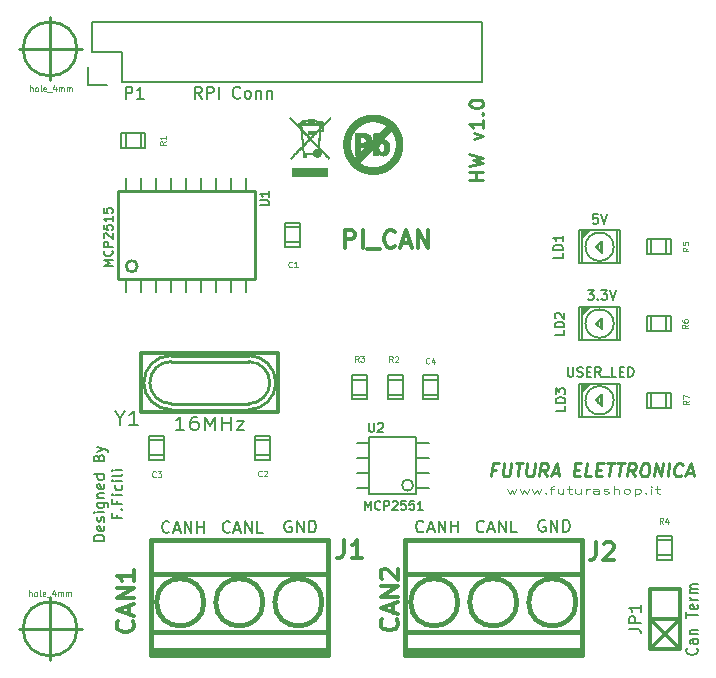
<source format=gto>
G04 #@! TF.FileFunction,Legend,Top*
%FSLAX46Y46*%
G04 Gerber Fmt 4.6, Leading zero omitted, Abs format (unit mm)*
G04 Created by KiCad (PCBNEW 4.0.7) date 10/10/18 21:00:25*
%MOMM*%
%LPD*%
G01*
G04 APERTURE LIST*
%ADD10C,0.150000*%
%ADD11C,0.250000*%
%ADD12C,0.300000*%
%ADD13C,0.100000*%
%ADD14C,0.200000*%
%ADD15C,0.275000*%
%ADD16C,0.127000*%
%ADD17C,0.381000*%
%ADD18C,0.304800*%
%ADD19C,0.198120*%
%ADD20C,0.254000*%
%ADD21C,0.299720*%
%ADD22C,0.002540*%
%ADD23C,0.060960*%
%ADD24C,0.203200*%
%ADD25C,0.149860*%
%ADD26C,0.152400*%
%ADD27C,0.125000*%
G04 APERTURE END LIST*
D10*
D11*
X177667857Y-139846429D02*
X176467857Y-139846429D01*
X177039286Y-139846429D02*
X177039286Y-139160714D01*
X177667857Y-139160714D02*
X176467857Y-139160714D01*
X176467857Y-138703571D02*
X177667857Y-138417857D01*
X176810714Y-138189286D01*
X177667857Y-137960714D01*
X176467857Y-137675000D01*
X176867857Y-136417856D02*
X177667857Y-136132142D01*
X176867857Y-135846428D01*
X177667857Y-134760713D02*
X177667857Y-135446428D01*
X177667857Y-135103570D02*
X176467857Y-135103570D01*
X176639286Y-135217856D01*
X176753571Y-135332142D01*
X176810714Y-135446428D01*
X177553571Y-134246428D02*
X177610714Y-134189285D01*
X177667857Y-134246428D01*
X177610714Y-134303571D01*
X177553571Y-134246428D01*
X177667857Y-134246428D01*
X176467857Y-133446427D02*
X176467857Y-133332142D01*
X176525000Y-133217856D01*
X176582143Y-133160713D01*
X176696429Y-133103570D01*
X176925000Y-133046427D01*
X177210714Y-133046427D01*
X177439286Y-133103570D01*
X177553571Y-133160713D01*
X177610714Y-133217856D01*
X177667857Y-133332142D01*
X177667857Y-133446427D01*
X177610714Y-133560713D01*
X177553571Y-133617856D01*
X177439286Y-133674999D01*
X177210714Y-133732142D01*
X176925000Y-133732142D01*
X176696429Y-133674999D01*
X176582143Y-133617856D01*
X176525000Y-133560713D01*
X176467857Y-133446427D01*
D12*
X165950000Y-145578571D02*
X165950000Y-144078571D01*
X166521428Y-144078571D01*
X166664286Y-144150000D01*
X166735714Y-144221429D01*
X166807143Y-144364286D01*
X166807143Y-144578571D01*
X166735714Y-144721429D01*
X166664286Y-144792857D01*
X166521428Y-144864286D01*
X165950000Y-144864286D01*
X167450000Y-145578571D02*
X167450000Y-144078571D01*
X167807143Y-145721429D02*
X168950000Y-145721429D01*
X170164286Y-145435714D02*
X170092857Y-145507143D01*
X169878571Y-145578571D01*
X169735714Y-145578571D01*
X169521429Y-145507143D01*
X169378571Y-145364286D01*
X169307143Y-145221429D01*
X169235714Y-144935714D01*
X169235714Y-144721429D01*
X169307143Y-144435714D01*
X169378571Y-144292857D01*
X169521429Y-144150000D01*
X169735714Y-144078571D01*
X169878571Y-144078571D01*
X170092857Y-144150000D01*
X170164286Y-144221429D01*
X170735714Y-145150000D02*
X171450000Y-145150000D01*
X170592857Y-145578571D02*
X171092857Y-144078571D01*
X171592857Y-145578571D01*
X172092857Y-145578571D02*
X172092857Y-144078571D01*
X172950000Y-145578571D01*
X172950000Y-144078571D01*
D13*
X179696428Y-165996429D02*
X179886904Y-166396429D01*
X180077381Y-166110714D01*
X180267857Y-166396429D01*
X180458333Y-165996429D01*
X180744047Y-165996429D02*
X180934523Y-166396429D01*
X181125000Y-166110714D01*
X181315476Y-166396429D01*
X181505952Y-165996429D01*
X181791666Y-165996429D02*
X181982142Y-166396429D01*
X182172619Y-166110714D01*
X182363095Y-166396429D01*
X182553571Y-165996429D01*
X182934523Y-166339286D02*
X182982142Y-166367857D01*
X182934523Y-166396429D01*
X182886904Y-166367857D01*
X182934523Y-166339286D01*
X182934523Y-166396429D01*
X183267856Y-165996429D02*
X183648808Y-165996429D01*
X183410713Y-166396429D02*
X183410713Y-165882143D01*
X183458332Y-165825000D01*
X183553570Y-165796429D01*
X183648808Y-165796429D01*
X184410714Y-165996429D02*
X184410714Y-166396429D01*
X183982142Y-165996429D02*
X183982142Y-166310714D01*
X184029761Y-166367857D01*
X184124999Y-166396429D01*
X184267857Y-166396429D01*
X184363095Y-166367857D01*
X184410714Y-166339286D01*
X184744047Y-165996429D02*
X185124999Y-165996429D01*
X184886904Y-165796429D02*
X184886904Y-166310714D01*
X184934523Y-166367857D01*
X185029761Y-166396429D01*
X185124999Y-166396429D01*
X185886905Y-165996429D02*
X185886905Y-166396429D01*
X185458333Y-165996429D02*
X185458333Y-166310714D01*
X185505952Y-166367857D01*
X185601190Y-166396429D01*
X185744048Y-166396429D01*
X185839286Y-166367857D01*
X185886905Y-166339286D01*
X186363095Y-166396429D02*
X186363095Y-165996429D01*
X186363095Y-166110714D02*
X186410714Y-166053571D01*
X186458333Y-166025000D01*
X186553571Y-165996429D01*
X186648810Y-165996429D01*
X187410715Y-166396429D02*
X187410715Y-166082143D01*
X187363096Y-166025000D01*
X187267858Y-165996429D01*
X187077381Y-165996429D01*
X186982143Y-166025000D01*
X187410715Y-166367857D02*
X187315477Y-166396429D01*
X187077381Y-166396429D01*
X186982143Y-166367857D01*
X186934524Y-166310714D01*
X186934524Y-166253571D01*
X186982143Y-166196429D01*
X187077381Y-166167857D01*
X187315477Y-166167857D01*
X187410715Y-166139286D01*
X187839286Y-166367857D02*
X187934524Y-166396429D01*
X188125000Y-166396429D01*
X188220239Y-166367857D01*
X188267858Y-166310714D01*
X188267858Y-166282143D01*
X188220239Y-166225000D01*
X188125000Y-166196429D01*
X187982143Y-166196429D01*
X187886905Y-166167857D01*
X187839286Y-166110714D01*
X187839286Y-166082143D01*
X187886905Y-166025000D01*
X187982143Y-165996429D01*
X188125000Y-165996429D01*
X188220239Y-166025000D01*
X188696429Y-166396429D02*
X188696429Y-165796429D01*
X189125001Y-166396429D02*
X189125001Y-166082143D01*
X189077382Y-166025000D01*
X188982144Y-165996429D01*
X188839286Y-165996429D01*
X188744048Y-166025000D01*
X188696429Y-166053571D01*
X189744048Y-166396429D02*
X189648810Y-166367857D01*
X189601191Y-166339286D01*
X189553572Y-166282143D01*
X189553572Y-166110714D01*
X189601191Y-166053571D01*
X189648810Y-166025000D01*
X189744048Y-165996429D01*
X189886906Y-165996429D01*
X189982144Y-166025000D01*
X190029763Y-166053571D01*
X190077382Y-166110714D01*
X190077382Y-166282143D01*
X190029763Y-166339286D01*
X189982144Y-166367857D01*
X189886906Y-166396429D01*
X189744048Y-166396429D01*
X190505953Y-165996429D02*
X190505953Y-166596429D01*
X190505953Y-166025000D02*
X190601191Y-165996429D01*
X190791668Y-165996429D01*
X190886906Y-166025000D01*
X190934525Y-166053571D01*
X190982144Y-166110714D01*
X190982144Y-166282143D01*
X190934525Y-166339286D01*
X190886906Y-166367857D01*
X190791668Y-166396429D01*
X190601191Y-166396429D01*
X190505953Y-166367857D01*
X191410715Y-166339286D02*
X191458334Y-166367857D01*
X191410715Y-166396429D01*
X191363096Y-166367857D01*
X191410715Y-166339286D01*
X191410715Y-166396429D01*
X191886905Y-166396429D02*
X191886905Y-165996429D01*
X191886905Y-165796429D02*
X191839286Y-165825000D01*
X191886905Y-165853571D01*
X191934524Y-165825000D01*
X191886905Y-165796429D01*
X191886905Y-165853571D01*
X192220238Y-165996429D02*
X192601190Y-165996429D01*
X192363095Y-165796429D02*
X192363095Y-166310714D01*
X192410714Y-166367857D01*
X192505952Y-166396429D01*
X192601190Y-166396429D01*
D14*
X172583334Y-169582143D02*
X172535715Y-169629762D01*
X172392858Y-169677381D01*
X172297620Y-169677381D01*
X172154762Y-169629762D01*
X172059524Y-169534524D01*
X172011905Y-169439286D01*
X171964286Y-169248810D01*
X171964286Y-169105952D01*
X172011905Y-168915476D01*
X172059524Y-168820238D01*
X172154762Y-168725000D01*
X172297620Y-168677381D01*
X172392858Y-168677381D01*
X172535715Y-168725000D01*
X172583334Y-168772619D01*
X172964286Y-169391667D02*
X173440477Y-169391667D01*
X172869048Y-169677381D02*
X173202381Y-168677381D01*
X173535715Y-169677381D01*
X173869048Y-169677381D02*
X173869048Y-168677381D01*
X174440477Y-169677381D01*
X174440477Y-168677381D01*
X174916667Y-169677381D02*
X174916667Y-168677381D01*
X174916667Y-169153571D02*
X175488096Y-169153571D01*
X175488096Y-169677381D02*
X175488096Y-168677381D01*
X177702381Y-169582143D02*
X177654762Y-169629762D01*
X177511905Y-169677381D01*
X177416667Y-169677381D01*
X177273809Y-169629762D01*
X177178571Y-169534524D01*
X177130952Y-169439286D01*
X177083333Y-169248810D01*
X177083333Y-169105952D01*
X177130952Y-168915476D01*
X177178571Y-168820238D01*
X177273809Y-168725000D01*
X177416667Y-168677381D01*
X177511905Y-168677381D01*
X177654762Y-168725000D01*
X177702381Y-168772619D01*
X178083333Y-169391667D02*
X178559524Y-169391667D01*
X177988095Y-169677381D02*
X178321428Y-168677381D01*
X178654762Y-169677381D01*
X178988095Y-169677381D02*
X178988095Y-168677381D01*
X179559524Y-169677381D01*
X179559524Y-168677381D01*
X180511905Y-169677381D02*
X180035714Y-169677381D01*
X180035714Y-168677381D01*
X182888096Y-168675000D02*
X182792858Y-168627381D01*
X182650001Y-168627381D01*
X182507143Y-168675000D01*
X182411905Y-168770238D01*
X182364286Y-168865476D01*
X182316667Y-169055952D01*
X182316667Y-169198810D01*
X182364286Y-169389286D01*
X182411905Y-169484524D01*
X182507143Y-169579762D01*
X182650001Y-169627381D01*
X182745239Y-169627381D01*
X182888096Y-169579762D01*
X182935715Y-169532143D01*
X182935715Y-169198810D01*
X182745239Y-169198810D01*
X183364286Y-169627381D02*
X183364286Y-168627381D01*
X183935715Y-169627381D01*
X183935715Y-168627381D01*
X184411905Y-169627381D02*
X184411905Y-168627381D01*
X184650000Y-168627381D01*
X184792858Y-168675000D01*
X184888096Y-168770238D01*
X184935715Y-168865476D01*
X184983334Y-169055952D01*
X184983334Y-169198810D01*
X184935715Y-169389286D01*
X184888096Y-169484524D01*
X184792858Y-169579762D01*
X184650000Y-169627381D01*
X184411905Y-169627381D01*
X161388096Y-168725000D02*
X161292858Y-168677381D01*
X161150001Y-168677381D01*
X161007143Y-168725000D01*
X160911905Y-168820238D01*
X160864286Y-168915476D01*
X160816667Y-169105952D01*
X160816667Y-169248810D01*
X160864286Y-169439286D01*
X160911905Y-169534524D01*
X161007143Y-169629762D01*
X161150001Y-169677381D01*
X161245239Y-169677381D01*
X161388096Y-169629762D01*
X161435715Y-169582143D01*
X161435715Y-169248810D01*
X161245239Y-169248810D01*
X161864286Y-169677381D02*
X161864286Y-168677381D01*
X162435715Y-169677381D01*
X162435715Y-168677381D01*
X162911905Y-169677381D02*
X162911905Y-168677381D01*
X163150000Y-168677381D01*
X163292858Y-168725000D01*
X163388096Y-168820238D01*
X163435715Y-168915476D01*
X163483334Y-169105952D01*
X163483334Y-169248810D01*
X163435715Y-169439286D01*
X163388096Y-169534524D01*
X163292858Y-169629762D01*
X163150000Y-169677381D01*
X162911905Y-169677381D01*
X156202381Y-169632143D02*
X156154762Y-169679762D01*
X156011905Y-169727381D01*
X155916667Y-169727381D01*
X155773809Y-169679762D01*
X155678571Y-169584524D01*
X155630952Y-169489286D01*
X155583333Y-169298810D01*
X155583333Y-169155952D01*
X155630952Y-168965476D01*
X155678571Y-168870238D01*
X155773809Y-168775000D01*
X155916667Y-168727381D01*
X156011905Y-168727381D01*
X156154762Y-168775000D01*
X156202381Y-168822619D01*
X156583333Y-169441667D02*
X157059524Y-169441667D01*
X156488095Y-169727381D02*
X156821428Y-168727381D01*
X157154762Y-169727381D01*
X157488095Y-169727381D02*
X157488095Y-168727381D01*
X158059524Y-169727381D01*
X158059524Y-168727381D01*
X159011905Y-169727381D02*
X158535714Y-169727381D01*
X158535714Y-168727381D01*
X151083334Y-169632143D02*
X151035715Y-169679762D01*
X150892858Y-169727381D01*
X150797620Y-169727381D01*
X150654762Y-169679762D01*
X150559524Y-169584524D01*
X150511905Y-169489286D01*
X150464286Y-169298810D01*
X150464286Y-169155952D01*
X150511905Y-168965476D01*
X150559524Y-168870238D01*
X150654762Y-168775000D01*
X150797620Y-168727381D01*
X150892858Y-168727381D01*
X151035715Y-168775000D01*
X151083334Y-168822619D01*
X151464286Y-169441667D02*
X151940477Y-169441667D01*
X151369048Y-169727381D02*
X151702381Y-168727381D01*
X152035715Y-169727381D01*
X152369048Y-169727381D02*
X152369048Y-168727381D01*
X152940477Y-169727381D01*
X152940477Y-168727381D01*
X153416667Y-169727381D02*
X153416667Y-168727381D01*
X153416667Y-169203571D02*
X153988096Y-169203571D01*
X153988096Y-169727381D02*
X153988096Y-168727381D01*
D10*
X145582143Y-170392857D02*
X144682143Y-170392857D01*
X144682143Y-170178572D01*
X144725000Y-170050000D01*
X144810714Y-169964286D01*
X144896429Y-169921429D01*
X145067857Y-169878572D01*
X145196429Y-169878572D01*
X145367857Y-169921429D01*
X145453571Y-169964286D01*
X145539286Y-170050000D01*
X145582143Y-170178572D01*
X145582143Y-170392857D01*
X145539286Y-169150000D02*
X145582143Y-169235714D01*
X145582143Y-169407143D01*
X145539286Y-169492857D01*
X145453571Y-169535714D01*
X145110714Y-169535714D01*
X145025000Y-169492857D01*
X144982143Y-169407143D01*
X144982143Y-169235714D01*
X145025000Y-169150000D01*
X145110714Y-169107143D01*
X145196429Y-169107143D01*
X145282143Y-169535714D01*
X145539286Y-168764285D02*
X145582143Y-168678571D01*
X145582143Y-168507143D01*
X145539286Y-168421428D01*
X145453571Y-168378571D01*
X145410714Y-168378571D01*
X145325000Y-168421428D01*
X145282143Y-168507143D01*
X145282143Y-168635714D01*
X145239286Y-168721428D01*
X145153571Y-168764285D01*
X145110714Y-168764285D01*
X145025000Y-168721428D01*
X144982143Y-168635714D01*
X144982143Y-168507143D01*
X145025000Y-168421428D01*
X145582143Y-167992857D02*
X144982143Y-167992857D01*
X144682143Y-167992857D02*
X144725000Y-168035714D01*
X144767857Y-167992857D01*
X144725000Y-167950000D01*
X144682143Y-167992857D01*
X144767857Y-167992857D01*
X144982143Y-167178572D02*
X145710714Y-167178572D01*
X145796429Y-167221429D01*
X145839286Y-167264286D01*
X145882143Y-167350001D01*
X145882143Y-167478572D01*
X145839286Y-167564286D01*
X145539286Y-167178572D02*
X145582143Y-167264286D01*
X145582143Y-167435715D01*
X145539286Y-167521429D01*
X145496429Y-167564286D01*
X145410714Y-167607143D01*
X145153571Y-167607143D01*
X145067857Y-167564286D01*
X145025000Y-167521429D01*
X144982143Y-167435715D01*
X144982143Y-167264286D01*
X145025000Y-167178572D01*
X144982143Y-166750000D02*
X145582143Y-166750000D01*
X145067857Y-166750000D02*
X145025000Y-166707143D01*
X144982143Y-166621429D01*
X144982143Y-166492857D01*
X145025000Y-166407143D01*
X145110714Y-166364286D01*
X145582143Y-166364286D01*
X145539286Y-165592857D02*
X145582143Y-165678571D01*
X145582143Y-165850000D01*
X145539286Y-165935714D01*
X145453571Y-165978571D01*
X145110714Y-165978571D01*
X145025000Y-165935714D01*
X144982143Y-165850000D01*
X144982143Y-165678571D01*
X145025000Y-165592857D01*
X145110714Y-165550000D01*
X145196429Y-165550000D01*
X145282143Y-165978571D01*
X145582143Y-164778571D02*
X144682143Y-164778571D01*
X145539286Y-164778571D02*
X145582143Y-164864285D01*
X145582143Y-165035714D01*
X145539286Y-165121428D01*
X145496429Y-165164285D01*
X145410714Y-165207142D01*
X145153571Y-165207142D01*
X145067857Y-165164285D01*
X145025000Y-165121428D01*
X144982143Y-165035714D01*
X144982143Y-164864285D01*
X145025000Y-164778571D01*
X145110714Y-163364285D02*
X145153571Y-163235714D01*
X145196429Y-163192857D01*
X145282143Y-163150000D01*
X145410714Y-163150000D01*
X145496429Y-163192857D01*
X145539286Y-163235714D01*
X145582143Y-163321428D01*
X145582143Y-163664285D01*
X144682143Y-163664285D01*
X144682143Y-163364285D01*
X144725000Y-163278571D01*
X144767857Y-163235714D01*
X144853571Y-163192857D01*
X144939286Y-163192857D01*
X145025000Y-163235714D01*
X145067857Y-163278571D01*
X145110714Y-163364285D01*
X145110714Y-163664285D01*
X144982143Y-162850000D02*
X145582143Y-162635714D01*
X144982143Y-162421428D02*
X145582143Y-162635714D01*
X145796429Y-162721428D01*
X145839286Y-162764285D01*
X145882143Y-162850000D01*
X146610714Y-168185714D02*
X146610714Y-168485714D01*
X147082143Y-168485714D02*
X146182143Y-168485714D01*
X146182143Y-168057143D01*
X146996429Y-167714285D02*
X147039286Y-167671428D01*
X147082143Y-167714285D01*
X147039286Y-167757142D01*
X146996429Y-167714285D01*
X147082143Y-167714285D01*
X146610714Y-166985714D02*
X146610714Y-167285714D01*
X147082143Y-167285714D02*
X146182143Y-167285714D01*
X146182143Y-166857143D01*
X147082143Y-166514285D02*
X146482143Y-166514285D01*
X146182143Y-166514285D02*
X146225000Y-166557142D01*
X146267857Y-166514285D01*
X146225000Y-166471428D01*
X146182143Y-166514285D01*
X146267857Y-166514285D01*
X147039286Y-165700000D02*
X147082143Y-165785714D01*
X147082143Y-165957143D01*
X147039286Y-166042857D01*
X146996429Y-166085714D01*
X146910714Y-166128571D01*
X146653571Y-166128571D01*
X146567857Y-166085714D01*
X146525000Y-166042857D01*
X146482143Y-165957143D01*
X146482143Y-165785714D01*
X146525000Y-165700000D01*
X147082143Y-165314285D02*
X146482143Y-165314285D01*
X146182143Y-165314285D02*
X146225000Y-165357142D01*
X146267857Y-165314285D01*
X146225000Y-165271428D01*
X146182143Y-165314285D01*
X146267857Y-165314285D01*
X147082143Y-164757143D02*
X147039286Y-164842857D01*
X146953571Y-164885714D01*
X146182143Y-164885714D01*
X147082143Y-164414285D02*
X146482143Y-164414285D01*
X146182143Y-164414285D02*
X146225000Y-164457142D01*
X146267857Y-164414285D01*
X146225000Y-164371428D01*
X146182143Y-164414285D01*
X146267857Y-164414285D01*
D15*
X178765774Y-164371429D02*
X178399108Y-164371429D01*
X178327085Y-164947619D02*
X178464585Y-163847619D01*
X178988394Y-163847619D01*
X179407442Y-163847619D02*
X179296132Y-164738095D01*
X179335418Y-164842857D01*
X179381251Y-164895238D01*
X179479466Y-164947619D01*
X179688989Y-164947619D01*
X179800298Y-164895238D01*
X179859227Y-164842857D01*
X179924703Y-164738095D01*
X180036013Y-163847619D01*
X180402680Y-163847619D02*
X181031251Y-163847619D01*
X180579466Y-164947619D02*
X180716966Y-163847619D01*
X181397918Y-163847619D02*
X181286608Y-164738095D01*
X181325894Y-164842857D01*
X181371727Y-164895238D01*
X181469942Y-164947619D01*
X181679465Y-164947619D01*
X181790774Y-164895238D01*
X181849703Y-164842857D01*
X181915179Y-164738095D01*
X182026489Y-163847619D01*
X183041370Y-164947619D02*
X182740180Y-164423810D01*
X182412799Y-164947619D02*
X182550299Y-163847619D01*
X182969346Y-163847619D01*
X183067560Y-163900000D01*
X183113393Y-163952381D01*
X183152679Y-164057143D01*
X183133036Y-164214286D01*
X183067560Y-164319048D01*
X183008631Y-164371429D01*
X182897322Y-164423810D01*
X182478275Y-164423810D01*
X183499703Y-164633333D02*
X184023512Y-164633333D01*
X183355656Y-164947619D02*
X183859823Y-163847619D01*
X184088989Y-164947619D01*
X185365774Y-164371429D02*
X185732440Y-164371429D01*
X185817560Y-164947619D02*
X185293751Y-164947619D01*
X185431251Y-163847619D01*
X185955060Y-163847619D01*
X186812798Y-164947619D02*
X186288989Y-164947619D01*
X186426489Y-163847619D01*
X187251488Y-164371429D02*
X187618154Y-164371429D01*
X187703274Y-164947619D02*
X187179465Y-164947619D01*
X187316965Y-163847619D01*
X187840774Y-163847619D01*
X188155060Y-163847619D02*
X188783631Y-163847619D01*
X188331846Y-164947619D02*
X188469346Y-163847619D01*
X188993155Y-163847619D02*
X189621726Y-163847619D01*
X189169941Y-164947619D02*
X189307441Y-163847619D01*
X190479464Y-164947619D02*
X190178274Y-164423810D01*
X189850893Y-164947619D02*
X189988393Y-163847619D01*
X190407440Y-163847619D01*
X190505654Y-163900000D01*
X190551487Y-163952381D01*
X190590773Y-164057143D01*
X190571130Y-164214286D01*
X190505654Y-164319048D01*
X190446725Y-164371429D01*
X190335416Y-164423810D01*
X189916369Y-164423810D01*
X191297917Y-163847619D02*
X191507440Y-163847619D01*
X191605654Y-163900000D01*
X191697321Y-164004762D01*
X191723511Y-164214286D01*
X191677678Y-164580952D01*
X191599107Y-164790476D01*
X191481249Y-164895238D01*
X191369940Y-164947619D01*
X191160417Y-164947619D01*
X191062202Y-164895238D01*
X190970536Y-164790476D01*
X190944345Y-164580952D01*
X190990178Y-164214286D01*
X191068750Y-164004762D01*
X191186607Y-163900000D01*
X191297917Y-163847619D01*
X192103274Y-164947619D02*
X192240774Y-163847619D01*
X192731845Y-164947619D01*
X192869345Y-163847619D01*
X193255655Y-164947619D02*
X193393155Y-163847619D01*
X194421131Y-164842857D02*
X194362202Y-164895238D01*
X194198512Y-164947619D01*
X194093750Y-164947619D01*
X193943155Y-164895238D01*
X193851489Y-164790476D01*
X193812203Y-164685714D01*
X193786012Y-164476190D01*
X193805655Y-164319048D01*
X193884227Y-164109524D01*
X193949703Y-164004762D01*
X194067560Y-163900000D01*
X194231250Y-163847619D01*
X194336012Y-163847619D01*
X194486607Y-163900000D01*
X194532440Y-163952381D01*
X194866369Y-164633333D02*
X195390178Y-164633333D01*
X194722322Y-164947619D02*
X195226489Y-163847619D01*
X195455655Y-164947619D01*
D10*
X144485360Y-126469140D02*
X177505360Y-126469140D01*
X147025360Y-131549140D02*
X177505360Y-131549140D01*
X177505360Y-126469140D02*
X177505360Y-131549140D01*
X144485360Y-126469140D02*
X144485360Y-129009140D01*
X144205360Y-130279140D02*
X144205360Y-131829140D01*
X144485360Y-129009140D02*
X147025360Y-129009140D01*
X147025360Y-129009140D02*
X147025360Y-131549140D01*
X144205360Y-131829140D02*
X145755360Y-131829140D01*
D16*
X162135000Y-145135000D02*
X160865000Y-145135000D01*
X162135000Y-143865000D02*
X160890400Y-143865000D01*
X162135000Y-143484000D02*
X162135000Y-145516000D01*
X162135000Y-145516000D02*
X160865000Y-145516000D01*
X160865000Y-145516000D02*
X160865000Y-143484000D01*
X160865000Y-143484000D02*
X162135000Y-143484000D01*
X158365000Y-161865000D02*
X159635000Y-161865000D01*
X158365000Y-163135000D02*
X159609600Y-163135000D01*
X158365000Y-163516000D02*
X158365000Y-161484000D01*
X158365000Y-161484000D02*
X159635000Y-161484000D01*
X159635000Y-161484000D02*
X159635000Y-163516000D01*
X159635000Y-163516000D02*
X158365000Y-163516000D01*
X149365000Y-161865000D02*
X150635000Y-161865000D01*
X149365000Y-163135000D02*
X150609600Y-163135000D01*
X149365000Y-163516000D02*
X149365000Y-161484000D01*
X149365000Y-161484000D02*
X150635000Y-161484000D01*
X150635000Y-161484000D02*
X150635000Y-163516000D01*
X150635000Y-163516000D02*
X149365000Y-163516000D01*
X173826400Y-158016000D02*
X172556400Y-158016000D01*
X173826400Y-156746000D02*
X172581800Y-156746000D01*
X173826400Y-156365000D02*
X173826400Y-158397000D01*
X173826400Y-158397000D02*
X172556400Y-158397000D01*
X172556400Y-158397000D02*
X172556400Y-156365000D01*
X172556400Y-156365000D02*
X173826400Y-156365000D01*
D17*
X164000000Y-175600000D02*
G75*
G03X164000000Y-175600000I-2000000J0D01*
G01*
X159500000Y-179600000D02*
X159500000Y-180100000D01*
X154500000Y-179600000D02*
X154500000Y-180100000D01*
X159000000Y-175600000D02*
G75*
G03X159000000Y-175600000I-2000000J0D01*
G01*
X154000000Y-175600000D02*
G75*
G03X154000000Y-175600000I-2000000J0D01*
G01*
X149500000Y-178100000D02*
X164500000Y-178100000D01*
X149500000Y-173200000D02*
X164500000Y-173200000D01*
X149500000Y-179600000D02*
X164500000Y-179600000D01*
X149500000Y-180100000D02*
X164500000Y-180100000D01*
X164500000Y-180100000D02*
X164500000Y-170300000D01*
X164500000Y-170300000D02*
X149500000Y-170300000D01*
X149500000Y-170300000D02*
X149500000Y-180100000D01*
X185500000Y-175600000D02*
G75*
G03X185500000Y-175600000I-2000000J0D01*
G01*
X181000000Y-179600000D02*
X181000000Y-180100000D01*
X176000000Y-179600000D02*
X176000000Y-180100000D01*
X180500000Y-175600000D02*
G75*
G03X180500000Y-175600000I-2000000J0D01*
G01*
X175500000Y-175600000D02*
G75*
G03X175500000Y-175600000I-2000000J0D01*
G01*
X171000000Y-178100000D02*
X186000000Y-178100000D01*
X171000000Y-173200000D02*
X186000000Y-173200000D01*
X171000000Y-179600000D02*
X186000000Y-179600000D01*
X171000000Y-180100000D02*
X186000000Y-180100000D01*
X186000000Y-180100000D02*
X186000000Y-170300000D01*
X186000000Y-170300000D02*
X171000000Y-170300000D01*
X171000000Y-170300000D02*
X171000000Y-180100000D01*
D18*
X191730000Y-177000000D02*
X194270000Y-177000000D01*
X194270000Y-177000000D02*
X191730000Y-179540000D01*
X194270000Y-179540000D02*
X191730000Y-177000000D01*
X194270000Y-174460000D02*
X194270000Y-179540000D01*
X191730000Y-179540000D02*
X191730000Y-174460000D01*
X194270000Y-179540000D02*
X191730000Y-179540000D01*
X191730000Y-174460000D02*
X194270000Y-174460000D01*
D19*
X187400940Y-145299340D02*
X187400940Y-145700660D01*
X187599060Y-145200280D02*
X187599060Y-145799720D01*
X185998860Y-144100460D02*
X185998860Y-146899540D01*
X189001140Y-146899540D02*
X189001140Y-144100460D01*
X188698880Y-145500000D02*
G75*
G03X188698880Y-145500000I-1198880J0D01*
G01*
X187698120Y-146000380D02*
X187698120Y-144999620D01*
X187698120Y-144999620D02*
X187200280Y-145500000D01*
X187200280Y-145500000D02*
X187698120Y-146000380D01*
X186699900Y-144100460D02*
X186001400Y-144798960D01*
X186301120Y-144100460D02*
X186001400Y-144400180D01*
X186001400Y-144301120D02*
X186199520Y-144100460D01*
X186501780Y-144100460D02*
X186001400Y-144600840D01*
X189199260Y-146899540D02*
X189199260Y-144100460D01*
X189199260Y-144100460D02*
X185800740Y-144100460D01*
X185800740Y-144100460D02*
X185800740Y-146899540D01*
X185800740Y-146897000D02*
X189199260Y-146897000D01*
X187400940Y-151799340D02*
X187400940Y-152200660D01*
X187599060Y-151700280D02*
X187599060Y-152299720D01*
X185998860Y-150600460D02*
X185998860Y-153399540D01*
X189001140Y-153399540D02*
X189001140Y-150600460D01*
X188698880Y-152000000D02*
G75*
G03X188698880Y-152000000I-1198880J0D01*
G01*
X187698120Y-152500380D02*
X187698120Y-151499620D01*
X187698120Y-151499620D02*
X187200280Y-152000000D01*
X187200280Y-152000000D02*
X187698120Y-152500380D01*
X186699900Y-150600460D02*
X186001400Y-151298960D01*
X186301120Y-150600460D02*
X186001400Y-150900180D01*
X186001400Y-150801120D02*
X186199520Y-150600460D01*
X186501780Y-150600460D02*
X186001400Y-151100840D01*
X189199260Y-153399540D02*
X189199260Y-150600460D01*
X189199260Y-150600460D02*
X185800740Y-150600460D01*
X185800740Y-150600460D02*
X185800740Y-153399540D01*
X185800740Y-153397000D02*
X189199260Y-153397000D01*
X187400940Y-158299340D02*
X187400940Y-158700660D01*
X187599060Y-158200280D02*
X187599060Y-158799720D01*
X185998860Y-157100460D02*
X185998860Y-159899540D01*
X189001140Y-159899540D02*
X189001140Y-157100460D01*
X188698880Y-158500000D02*
G75*
G03X188698880Y-158500000I-1198880J0D01*
G01*
X187698120Y-159000380D02*
X187698120Y-157999620D01*
X187698120Y-157999620D02*
X187200280Y-158500000D01*
X187200280Y-158500000D02*
X187698120Y-159000380D01*
X186699900Y-157100460D02*
X186001400Y-157798960D01*
X186301120Y-157100460D02*
X186001400Y-157400180D01*
X186001400Y-157301120D02*
X186199520Y-157100460D01*
X186501780Y-157100460D02*
X186001400Y-157600840D01*
X189199260Y-159899540D02*
X189199260Y-157100460D01*
X189199260Y-157100460D02*
X185800740Y-157100460D01*
X185800740Y-157100460D02*
X185800740Y-159899540D01*
X185800740Y-159897000D02*
X189199260Y-159897000D01*
D16*
X147365000Y-137135000D02*
X147365000Y-135865000D01*
X148635000Y-137135000D02*
X148635000Y-135890400D01*
X149016000Y-137135000D02*
X146984000Y-137135000D01*
X146984000Y-137135000D02*
X146984000Y-135865000D01*
X146984000Y-135865000D02*
X149016000Y-135865000D01*
X149016000Y-135865000D02*
X149016000Y-137135000D01*
X169556400Y-156746000D02*
X170826400Y-156746000D01*
X169556400Y-158016000D02*
X170801000Y-158016000D01*
X169556400Y-158397000D02*
X169556400Y-156365000D01*
X169556400Y-156365000D02*
X170826400Y-156365000D01*
X170826400Y-156365000D02*
X170826400Y-158397000D01*
X170826400Y-158397000D02*
X169556400Y-158397000D01*
X167826400Y-158016000D02*
X166556400Y-158016000D01*
X167826400Y-156746000D02*
X166581800Y-156746000D01*
X167826400Y-156365000D02*
X167826400Y-158397000D01*
X167826400Y-158397000D02*
X166556400Y-158397000D01*
X166556400Y-158397000D02*
X166556400Y-156365000D01*
X166556400Y-156365000D02*
X167826400Y-156365000D01*
X192365000Y-170365000D02*
X193635000Y-170365000D01*
X192365000Y-171635000D02*
X193609600Y-171635000D01*
X192365000Y-172016000D02*
X192365000Y-169984000D01*
X192365000Y-169984000D02*
X193635000Y-169984000D01*
X193635000Y-169984000D02*
X193635000Y-172016000D01*
X193635000Y-172016000D02*
X192365000Y-172016000D01*
X191865000Y-146135000D02*
X191865000Y-144865000D01*
X193135000Y-146135000D02*
X193135000Y-144890400D01*
X193516000Y-146135000D02*
X191484000Y-146135000D01*
X191484000Y-146135000D02*
X191484000Y-144865000D01*
X191484000Y-144865000D02*
X193516000Y-144865000D01*
X193516000Y-144865000D02*
X193516000Y-146135000D01*
X191865000Y-152635000D02*
X191865000Y-151365000D01*
X193135000Y-152635000D02*
X193135000Y-151390400D01*
X193516000Y-152635000D02*
X191484000Y-152635000D01*
X191484000Y-152635000D02*
X191484000Y-151365000D01*
X191484000Y-151365000D02*
X193516000Y-151365000D01*
X193516000Y-151365000D02*
X193516000Y-152635000D01*
X191865000Y-159135000D02*
X191865000Y-157865000D01*
X193135000Y-159135000D02*
X193135000Y-157890400D01*
X193516000Y-159135000D02*
X191484000Y-159135000D01*
X191484000Y-159135000D02*
X191484000Y-157865000D01*
X191484000Y-157865000D02*
X193516000Y-157865000D01*
X193516000Y-157865000D02*
X193516000Y-159135000D01*
D20*
X158298820Y-140750960D02*
X146701180Y-140750960D01*
X146701180Y-148249040D02*
X158298820Y-148249040D01*
D16*
X157580000Y-140740800D02*
X157580000Y-139648600D01*
X156310000Y-140740800D02*
X156310000Y-139648600D01*
X155040000Y-140740800D02*
X155040000Y-139648600D01*
X147420000Y-149351400D02*
X147420000Y-148259200D01*
D20*
X158298820Y-148249040D02*
X158298820Y-140750960D01*
X146701180Y-140750960D02*
X146701180Y-148249040D01*
D16*
X147420000Y-140740800D02*
X147420000Y-139648600D01*
X148690000Y-140740800D02*
X148690000Y-139648600D01*
X149960000Y-140740800D02*
X149960000Y-139648600D01*
X151230000Y-139648600D02*
X151230000Y-140740800D01*
X152500000Y-139648600D02*
X152500000Y-140740800D01*
X153770000Y-139648600D02*
X153770000Y-140740800D01*
X157580000Y-148259200D02*
X157580000Y-149351400D01*
X156310000Y-148259200D02*
X156310000Y-149351400D01*
X155040000Y-148259200D02*
X155040000Y-149351400D01*
X148690000Y-148259200D02*
X148690000Y-149351400D01*
X149960000Y-149351400D02*
X149960000Y-148259200D01*
X153770000Y-149351400D02*
X153770000Y-148259200D01*
X152500000Y-149351400D02*
X152500000Y-148259200D01*
X151230000Y-149351400D02*
X151230000Y-148259200D01*
D20*
X148357287Y-147146680D02*
G75*
G03X148357287Y-147146680I-472467J0D01*
G01*
D16*
X168018800Y-166413000D02*
X171981200Y-166413000D01*
X171981200Y-166413000D02*
X171981200Y-161587000D01*
X171981200Y-161587000D02*
X168018800Y-161587000D01*
X168018800Y-161587000D02*
X168018800Y-166413000D01*
X168018800Y-165905000D02*
X166926600Y-165905000D01*
X168018800Y-164635000D02*
X166926600Y-164635000D01*
X168018800Y-163365000D02*
X166926600Y-163365000D01*
X166926600Y-162095000D02*
X168018800Y-162095000D01*
X171981200Y-162095000D02*
X173073400Y-162095000D01*
X173073400Y-163365000D02*
X171981200Y-163365000D01*
X173073400Y-164635000D02*
X171981200Y-164635000D01*
X173073400Y-165905000D02*
X171981200Y-165905000D01*
X171717067Y-165676400D02*
G75*
G03X171717067Y-165676400I-472467J0D01*
G01*
D21*
X148701180Y-154500640D02*
X148701180Y-159499360D01*
X148701180Y-159499360D02*
X160298820Y-159499360D01*
X160298820Y-159499360D02*
X160298820Y-154500640D01*
X160298820Y-154500640D02*
X148701180Y-154500640D01*
D20*
X160088000Y-157000000D02*
G75*
G03X157802000Y-154714000I-2286000J0D01*
G01*
X151198000Y-158778000D02*
X157802000Y-158778000D01*
X157802000Y-155222000D02*
X151198000Y-155222000D01*
X157802000Y-158778000D02*
G75*
G03X159580000Y-157000000I0J1778000D01*
G01*
X159580000Y-157000000D02*
G75*
G03X157802000Y-155222000I-1778000J0D01*
G01*
X149420000Y-157000000D02*
G75*
G03X151198000Y-158778000I1778000J0D01*
G01*
X151198000Y-155222000D02*
G75*
G03X149420000Y-157000000I0J-1778000D01*
G01*
X157802000Y-159286000D02*
G75*
G03X160088000Y-157000000I0J2286000D01*
G01*
X157802000Y-159286000D02*
X151198000Y-159286000D01*
X151198000Y-154714000D02*
X157802000Y-154714000D01*
X148912000Y-157000000D02*
G75*
G03X151198000Y-159286000I2286000J0D01*
G01*
X151198000Y-154714000D02*
G75*
G03X148912000Y-157000000I0J-2286000D01*
G01*
D22*
G36*
X164453680Y-139546420D02*
X162950000Y-139546420D01*
X161446320Y-139546420D01*
X161446320Y-139167960D01*
X161446320Y-138792040D01*
X162950000Y-138792040D01*
X164453680Y-138792040D01*
X164453680Y-139167960D01*
X164453680Y-139546420D01*
X164453680Y-139546420D01*
X164453680Y-139546420D01*
G37*
X164453680Y-139546420D02*
X162950000Y-139546420D01*
X161446320Y-139546420D01*
X161446320Y-139167960D01*
X161446320Y-138792040D01*
X162950000Y-138792040D01*
X164453680Y-138792040D01*
X164453680Y-139167960D01*
X164453680Y-139546420D01*
X164453680Y-139546420D01*
G36*
X164707680Y-134618820D02*
X164705140Y-134623900D01*
X164694980Y-134636600D01*
X164677200Y-134651840D01*
X164656880Y-134674700D01*
X164634020Y-134700100D01*
X164606080Y-134725500D01*
X164598460Y-134735660D01*
X164567980Y-134766140D01*
X164534960Y-134799160D01*
X164504480Y-134832180D01*
X164474000Y-134862660D01*
X164451140Y-134888060D01*
X164430820Y-134905840D01*
X164415580Y-134923620D01*
X164392720Y-134946480D01*
X164364780Y-134976960D01*
X164331760Y-135007440D01*
X164298740Y-135043000D01*
X164263180Y-135078560D01*
X164230160Y-135114120D01*
X164189520Y-135154760D01*
X164153960Y-135190320D01*
X164128560Y-135218260D01*
X164105700Y-135241120D01*
X164087920Y-135258900D01*
X164075220Y-135271600D01*
X164065060Y-135281760D01*
X164059980Y-135289380D01*
X164057440Y-135291920D01*
X164054900Y-135297000D01*
X164054900Y-135297000D01*
X164054900Y-135297000D01*
X164054900Y-135297000D01*
X164062520Y-135299540D01*
X164075220Y-135302080D01*
X164080300Y-135302080D01*
X164103160Y-135304620D01*
X164105700Y-135490040D01*
X164105700Y-135675460D01*
X163996480Y-135675460D01*
X163996480Y-135576400D01*
X163996480Y-135490040D01*
X163993940Y-135401140D01*
X163971080Y-135401140D01*
X163963460Y-135398600D01*
X163963460Y-135230960D01*
X163963460Y-135228420D01*
X163958380Y-135225880D01*
X163943140Y-135223340D01*
X163927900Y-135223340D01*
X163910120Y-135223340D01*
X163894880Y-135225880D01*
X163889800Y-135225880D01*
X163887260Y-135233500D01*
X163884720Y-135246200D01*
X163882180Y-135263980D01*
X163882180Y-135279220D01*
X163882180Y-135294460D01*
X163882180Y-135297000D01*
X163887260Y-135302080D01*
X163897420Y-135297000D01*
X163912660Y-135286840D01*
X163930440Y-135271600D01*
X163935520Y-135266520D01*
X163948220Y-135251280D01*
X163958380Y-135238580D01*
X163963460Y-135230960D01*
X163963460Y-135398600D01*
X163948220Y-135398600D01*
X163889800Y-135459560D01*
X163831380Y-135517980D01*
X163831380Y-135548460D01*
X163831380Y-135576400D01*
X163915200Y-135576400D01*
X163996480Y-135576400D01*
X163996480Y-135675460D01*
X163978700Y-135675460D01*
X163849160Y-135678000D01*
X163846620Y-135711020D01*
X163844080Y-135728800D01*
X163841540Y-135756740D01*
X163839000Y-135784680D01*
X163836460Y-135815160D01*
X163836460Y-135817700D01*
X163833920Y-135845640D01*
X163831380Y-135873580D01*
X163831380Y-135898980D01*
X163828840Y-135914220D01*
X163828840Y-135916760D01*
X163826300Y-135932000D01*
X163826300Y-135957400D01*
X163823760Y-135987880D01*
X163821220Y-136020900D01*
X163818680Y-136053920D01*
X163816140Y-136081860D01*
X163813600Y-136107260D01*
X163813600Y-136107260D01*
X163811060Y-136125040D01*
X163811060Y-136147900D01*
X163808520Y-136178380D01*
X163805980Y-136208860D01*
X163805980Y-136216480D01*
X163803440Y-136244420D01*
X163800900Y-136267280D01*
X163800900Y-136285060D01*
X163798360Y-136290140D01*
X163798360Y-135035380D01*
X163798360Y-135025220D01*
X163790740Y-135015060D01*
X163778040Y-135002360D01*
X163775500Y-134999820D01*
X163757720Y-134987120D01*
X163739940Y-134976960D01*
X163729780Y-134969340D01*
X163709460Y-134961720D01*
X163691680Y-134954100D01*
X163689140Y-134951560D01*
X163640880Y-134933780D01*
X163590080Y-134916000D01*
X163529120Y-134900760D01*
X163460540Y-134888060D01*
X163419900Y-134880440D01*
X163397040Y-134875360D01*
X163376720Y-134872820D01*
X163364020Y-134870280D01*
X163358940Y-134870280D01*
X163353860Y-134870280D01*
X163351320Y-134877900D01*
X163348780Y-134893140D01*
X163348780Y-134898220D01*
X163348780Y-134926160D01*
X163249720Y-134926160D01*
X163249720Y-134796620D01*
X163092240Y-134796620D01*
X162934760Y-134796620D01*
X162934760Y-134814400D01*
X162934760Y-134832180D01*
X163089700Y-134832180D01*
X163247180Y-134829640D01*
X163249720Y-134814400D01*
X163249720Y-134796620D01*
X163249720Y-134926160D01*
X163084620Y-134926160D01*
X162825540Y-134923620D01*
X162825540Y-134890600D01*
X162823000Y-134857580D01*
X162802680Y-134857580D01*
X162782360Y-134857580D01*
X162756960Y-134860120D01*
X162731560Y-134862660D01*
X162708700Y-134865200D01*
X162690920Y-134865200D01*
X162678220Y-134867740D01*
X162673140Y-134870280D01*
X162665520Y-134872820D01*
X162650280Y-134875360D01*
X162637580Y-134877900D01*
X162617260Y-134880440D01*
X162596940Y-134882980D01*
X162589320Y-134882980D01*
X162571540Y-134885520D01*
X162571540Y-134969340D01*
X162571540Y-135050620D01*
X163183680Y-135050620D01*
X163798360Y-135048080D01*
X163798360Y-135035380D01*
X163798360Y-136290140D01*
X163798360Y-136295220D01*
X163798360Y-136297760D01*
X163795820Y-136302840D01*
X163795820Y-136318080D01*
X163795820Y-136335860D01*
X163793280Y-136343480D01*
X163793280Y-136366340D01*
X163793280Y-136376500D01*
X163793280Y-135243660D01*
X163790740Y-135230960D01*
X163788200Y-135225880D01*
X163783120Y-135225880D01*
X163767880Y-135225880D01*
X163742480Y-135225880D01*
X163709460Y-135225880D01*
X163668820Y-135223340D01*
X163620560Y-135223340D01*
X163567220Y-135223340D01*
X163508800Y-135223340D01*
X163445300Y-135223340D01*
X163376720Y-135223340D01*
X163305600Y-135223340D01*
X163231940Y-135223340D01*
X163158280Y-135223340D01*
X163079540Y-135223340D01*
X163003340Y-135223340D01*
X162927140Y-135223340D01*
X162850940Y-135223340D01*
X162777280Y-135223340D01*
X162703620Y-135223340D01*
X162635040Y-135223340D01*
X162569000Y-135223340D01*
X162508040Y-135223340D01*
X162462320Y-135223340D01*
X162462320Y-134900760D01*
X162462320Y-134875360D01*
X162462320Y-134857580D01*
X162459780Y-134847420D01*
X162457240Y-134844880D01*
X162454700Y-134844880D01*
X162452160Y-134844880D01*
X162449620Y-134852500D01*
X162447080Y-134862660D01*
X162447080Y-134882980D01*
X162447080Y-134900760D01*
X162447080Y-134923620D01*
X162449620Y-134941400D01*
X162449620Y-134954100D01*
X162449620Y-134959180D01*
X162454700Y-134961720D01*
X162459780Y-134956640D01*
X162462320Y-134941400D01*
X162462320Y-134918540D01*
X162462320Y-134900760D01*
X162462320Y-135223340D01*
X162449620Y-135223340D01*
X162398820Y-135225880D01*
X162355640Y-135225880D01*
X162337860Y-135225880D01*
X162337860Y-135050620D01*
X162337860Y-135004900D01*
X162337860Y-134984580D01*
X162337860Y-134969340D01*
X162335320Y-134959180D01*
X162335320Y-134956640D01*
X162325160Y-134961720D01*
X162309920Y-134969340D01*
X162289600Y-134979500D01*
X162271820Y-134992200D01*
X162254040Y-135004900D01*
X162251500Y-135009980D01*
X162233720Y-135025220D01*
X162226100Y-135037920D01*
X162226100Y-135045540D01*
X162233720Y-135048080D01*
X162248960Y-135050620D01*
X162276900Y-135050620D01*
X162281980Y-135050620D01*
X162337860Y-135050620D01*
X162337860Y-135225880D01*
X162317540Y-135225880D01*
X162287060Y-135225880D01*
X162266740Y-135225880D01*
X162254040Y-135228420D01*
X162254040Y-135228420D01*
X162251500Y-135233500D01*
X162251500Y-135248740D01*
X162254040Y-135271600D01*
X162256580Y-135299540D01*
X162256580Y-135322400D01*
X162259120Y-135355420D01*
X162264200Y-135385900D01*
X162264200Y-135411300D01*
X162266740Y-135431620D01*
X162266740Y-135441780D01*
X162271820Y-135474800D01*
X162274360Y-135502740D01*
X162276900Y-135520520D01*
X162279440Y-135535760D01*
X162281980Y-135545920D01*
X162287060Y-135553540D01*
X162292140Y-135558620D01*
X162299760Y-135566240D01*
X162312460Y-135581480D01*
X162330240Y-135601800D01*
X162355640Y-135627200D01*
X162383580Y-135655140D01*
X162414060Y-135688160D01*
X162447080Y-135723720D01*
X162482640Y-135759280D01*
X162518200Y-135794840D01*
X162553760Y-135832940D01*
X162586780Y-135868500D01*
X162604560Y-135883740D01*
X162627420Y-135909140D01*
X162652820Y-135934540D01*
X162675680Y-135959940D01*
X162696000Y-135980260D01*
X162708700Y-135992960D01*
X162731560Y-136015820D01*
X162759500Y-136043760D01*
X162787440Y-136074240D01*
X162815380Y-136102180D01*
X162843320Y-136132660D01*
X162871260Y-136163140D01*
X162896660Y-136188540D01*
X162919520Y-136211400D01*
X162937300Y-136231720D01*
X162950000Y-136244420D01*
X162957620Y-136252040D01*
X162957620Y-136254580D01*
X162965240Y-136259660D01*
X162965240Y-136262200D01*
X162970320Y-136257120D01*
X162980480Y-136246960D01*
X162995720Y-136234260D01*
X163013500Y-136216480D01*
X163021120Y-136206320D01*
X163041440Y-136186000D01*
X163066840Y-136160600D01*
X163094780Y-136130120D01*
X163125260Y-136099640D01*
X163155740Y-136069160D01*
X163176060Y-136048840D01*
X163201460Y-136023440D01*
X163224320Y-135998040D01*
X163244640Y-135977720D01*
X163259880Y-135959940D01*
X163270040Y-135949780D01*
X163275120Y-135944700D01*
X163275120Y-135944700D01*
X163270040Y-135942160D01*
X163254800Y-135942160D01*
X163231940Y-135942160D01*
X163198920Y-135939620D01*
X163158280Y-135939620D01*
X163110020Y-135939620D01*
X163054140Y-135937080D01*
X163043980Y-135937080D01*
X162812840Y-135937080D01*
X162812840Y-135830400D01*
X162812840Y-135723720D01*
X163153200Y-135721180D01*
X163493560Y-135721180D01*
X163531660Y-135683080D01*
X163546900Y-135667840D01*
X163567220Y-135647520D01*
X163592620Y-135622120D01*
X163618020Y-135594180D01*
X163645960Y-135568780D01*
X163651040Y-135561160D01*
X163732320Y-135479880D01*
X163732320Y-135393520D01*
X163732320Y-135360500D01*
X163732320Y-135337640D01*
X163734860Y-135322400D01*
X163734860Y-135312240D01*
X163737400Y-135307160D01*
X163739940Y-135304620D01*
X163745020Y-135302080D01*
X163745020Y-135302080D01*
X163755180Y-135302080D01*
X163760260Y-135302080D01*
X163775500Y-135302080D01*
X163783120Y-135299540D01*
X163788200Y-135289380D01*
X163790740Y-135271600D01*
X163790740Y-135266520D01*
X163793280Y-135243660D01*
X163793280Y-136376500D01*
X163790740Y-136391740D01*
X163790740Y-136412060D01*
X163790740Y-136412060D01*
X163788200Y-136432380D01*
X163785660Y-136455240D01*
X163783120Y-136480640D01*
X163783120Y-136480640D01*
X163780580Y-136503500D01*
X163778040Y-136523820D01*
X163778040Y-136536520D01*
X163778040Y-136539060D01*
X163775500Y-136551760D01*
X163772960Y-136569540D01*
X163772960Y-136592400D01*
X163770420Y-136610180D01*
X163770420Y-136633040D01*
X163767880Y-136655900D01*
X163767880Y-136673680D01*
X163765340Y-136678760D01*
X163765340Y-136691460D01*
X163762800Y-136711780D01*
X163762800Y-136729560D01*
X163760260Y-136742260D01*
X163757720Y-136765120D01*
X163757720Y-136795600D01*
X163752640Y-136828620D01*
X163752640Y-136843860D01*
X163752640Y-135688160D01*
X163752640Y-135680540D01*
X163750100Y-135678000D01*
X163747560Y-135675460D01*
X163742480Y-135675460D01*
X163737400Y-135672920D01*
X163734860Y-135667840D01*
X163732320Y-135655140D01*
X163732320Y-135650060D01*
X163732320Y-135637360D01*
X163729780Y-135629740D01*
X163727240Y-135627200D01*
X163722160Y-135632280D01*
X163712000Y-135642440D01*
X163696760Y-135657680D01*
X163676440Y-135678000D01*
X163653580Y-135700860D01*
X163628180Y-135726260D01*
X163602780Y-135751660D01*
X163577380Y-135777060D01*
X163554520Y-135802460D01*
X163534200Y-135825320D01*
X163516420Y-135845640D01*
X163501180Y-135860880D01*
X163493560Y-135871040D01*
X163491020Y-135873580D01*
X163491020Y-135886280D01*
X163491020Y-135901520D01*
X163491020Y-135906600D01*
X163491020Y-135919300D01*
X163491020Y-135932000D01*
X163488480Y-135932000D01*
X163483400Y-135937080D01*
X163468160Y-135939620D01*
X163452920Y-135939620D01*
X163417360Y-135942160D01*
X163379260Y-135982800D01*
X163379260Y-135832940D01*
X163376720Y-135832940D01*
X163369100Y-135830400D01*
X163353860Y-135830400D01*
X163336080Y-135827860D01*
X163308140Y-135827860D01*
X163272580Y-135827860D01*
X163229400Y-135827860D01*
X163178600Y-135825320D01*
X163148120Y-135825320D01*
X163099860Y-135825320D01*
X163056680Y-135825320D01*
X163016040Y-135825320D01*
X162980480Y-135825320D01*
X162950000Y-135825320D01*
X162932220Y-135827860D01*
X162919520Y-135827860D01*
X162916980Y-135827860D01*
X162911900Y-135832940D01*
X162911900Y-135835480D01*
X162916980Y-135835480D01*
X162932220Y-135838020D01*
X162952540Y-135838020D01*
X162983020Y-135840560D01*
X163016040Y-135840560D01*
X163054140Y-135840560D01*
X163094780Y-135840560D01*
X163137960Y-135840560D01*
X163178600Y-135840560D01*
X163221780Y-135840560D01*
X163259880Y-135840560D01*
X163295440Y-135838020D01*
X163325920Y-135838020D01*
X163351320Y-135838020D01*
X163369100Y-135835480D01*
X163376720Y-135835480D01*
X163379260Y-135832940D01*
X163379260Y-135982800D01*
X163231940Y-136132660D01*
X163196380Y-136170760D01*
X163160820Y-136206320D01*
X163130340Y-136236800D01*
X163102400Y-136267280D01*
X163079540Y-136290140D01*
X163061760Y-136310460D01*
X163049060Y-136325700D01*
X163043980Y-136333320D01*
X163043980Y-136333320D01*
X163046520Y-136340940D01*
X163056680Y-136353640D01*
X163069380Y-136368880D01*
X163087160Y-136389200D01*
X163092240Y-136394280D01*
X163110020Y-136412060D01*
X163132880Y-136434920D01*
X163160820Y-136465400D01*
X163188760Y-136495880D01*
X163219240Y-136526360D01*
X163249720Y-136556840D01*
X163277660Y-136587320D01*
X163305600Y-136615260D01*
X163331000Y-136643200D01*
X163353860Y-136666060D01*
X163371640Y-136683840D01*
X163384340Y-136696540D01*
X163384340Y-136696540D01*
X163397040Y-136709240D01*
X163412280Y-136727020D01*
X163435140Y-136747340D01*
X163460540Y-136775280D01*
X163488480Y-136803220D01*
X163516420Y-136833700D01*
X163524040Y-136841320D01*
X163551980Y-136869260D01*
X163577380Y-136897200D01*
X163600240Y-136917520D01*
X163618020Y-136937840D01*
X163630720Y-136950540D01*
X163638340Y-136955620D01*
X163638340Y-136958160D01*
X163640880Y-136953080D01*
X163643420Y-136940380D01*
X163645960Y-136927680D01*
X163648500Y-136899740D01*
X163653580Y-136864180D01*
X163656120Y-136828620D01*
X163661200Y-136793060D01*
X163661200Y-136762580D01*
X163663740Y-136739720D01*
X163666280Y-136711780D01*
X163668820Y-136683840D01*
X163671360Y-136671140D01*
X163673900Y-136643200D01*
X163676440Y-136615260D01*
X163676440Y-136592400D01*
X163678980Y-136582240D01*
X163678980Y-136567000D01*
X163681520Y-136541600D01*
X163684060Y-136511120D01*
X163686600Y-136480640D01*
X163689140Y-136460320D01*
X163691680Y-136429840D01*
X163694220Y-136396820D01*
X163696760Y-136368880D01*
X163699300Y-136348560D01*
X163699300Y-136338400D01*
X163701840Y-136315540D01*
X163701840Y-136295220D01*
X163704380Y-136282520D01*
X163706920Y-136267280D01*
X163706920Y-136246960D01*
X163709460Y-136219020D01*
X163712000Y-136191080D01*
X163712000Y-136191080D01*
X163717080Y-136140280D01*
X163719620Y-136084400D01*
X163724700Y-136023440D01*
X163729780Y-135965020D01*
X163734860Y-135906600D01*
X163739940Y-135855800D01*
X163742480Y-135825320D01*
X163747560Y-135782140D01*
X163750100Y-135746580D01*
X163752640Y-135721180D01*
X163752640Y-135703400D01*
X163752640Y-135688160D01*
X163752640Y-136843860D01*
X163750100Y-136869260D01*
X163747560Y-136907360D01*
X163747560Y-136909900D01*
X163737400Y-137054680D01*
X163752640Y-137075000D01*
X163760260Y-137080080D01*
X163775500Y-137095320D01*
X163795820Y-137115640D01*
X163818680Y-137141040D01*
X163844080Y-137166440D01*
X163872020Y-137194380D01*
X163872020Y-137196920D01*
X163899960Y-137224860D01*
X163930440Y-137255340D01*
X163955840Y-137283280D01*
X163981240Y-137308680D01*
X164001560Y-137329000D01*
X164011720Y-137341700D01*
X164026960Y-137356940D01*
X164047280Y-137377260D01*
X164072680Y-137402660D01*
X164100620Y-137430600D01*
X164128560Y-137461080D01*
X164146340Y-137478860D01*
X164174280Y-137506800D01*
X164202220Y-137537280D01*
X164230160Y-137565220D01*
X164253020Y-137590620D01*
X164270800Y-137610940D01*
X164280960Y-137618560D01*
X164296200Y-137633800D01*
X164316520Y-137656660D01*
X164341920Y-137682060D01*
X164369860Y-137712540D01*
X164397800Y-137743020D01*
X164420660Y-137765880D01*
X164468920Y-137814140D01*
X164509560Y-137857320D01*
X164542580Y-137892880D01*
X164567980Y-137920820D01*
X164588300Y-137941140D01*
X164601000Y-137956380D01*
X164608620Y-137964000D01*
X164608620Y-137964000D01*
X164606080Y-137971620D01*
X164598460Y-137981780D01*
X164585760Y-137994480D01*
X164570520Y-138007180D01*
X164557820Y-138019880D01*
X164545120Y-138030040D01*
X164537500Y-138035120D01*
X164537500Y-138035120D01*
X164532420Y-138030040D01*
X164522260Y-138022420D01*
X164509560Y-138007180D01*
X164501940Y-137999560D01*
X164486700Y-137984320D01*
X164468920Y-137966540D01*
X164446060Y-137941140D01*
X164420660Y-137915740D01*
X164392720Y-137887800D01*
X164374940Y-137867480D01*
X164344460Y-137839540D01*
X164316520Y-137809060D01*
X164288580Y-137778580D01*
X164263180Y-137753180D01*
X164242860Y-137732860D01*
X164235240Y-137722700D01*
X164217460Y-137704920D01*
X164194600Y-137682060D01*
X164166660Y-137651580D01*
X164133640Y-137618560D01*
X164098080Y-137580460D01*
X164059980Y-137542360D01*
X164021880Y-137501720D01*
X163981240Y-137461080D01*
X163943140Y-137420440D01*
X163905040Y-137382340D01*
X163872020Y-137346780D01*
X163859320Y-137334080D01*
X163833920Y-137308680D01*
X163811060Y-137283280D01*
X163790740Y-137262960D01*
X163772960Y-137242640D01*
X163760260Y-137229940D01*
X163760260Y-137229940D01*
X163745020Y-137214700D01*
X163732320Y-137204540D01*
X163724700Y-137204540D01*
X163722160Y-137214700D01*
X163722160Y-137219780D01*
X163724700Y-137232480D01*
X163732320Y-137240100D01*
X163745020Y-137250260D01*
X163750100Y-137252800D01*
X163772960Y-137268040D01*
X163798360Y-137290900D01*
X163821220Y-137313760D01*
X163844080Y-137339160D01*
X163859320Y-137362020D01*
X163864400Y-137369640D01*
X163879640Y-137400120D01*
X163889800Y-137425520D01*
X163897420Y-137445840D01*
X163902500Y-137468700D01*
X163902500Y-137494100D01*
X163905040Y-137527120D01*
X163905040Y-137529660D01*
X163902500Y-137577920D01*
X163897420Y-137616020D01*
X163887260Y-137649040D01*
X163874560Y-137676980D01*
X163872020Y-137682060D01*
X163864400Y-137697300D01*
X163859320Y-137707460D01*
X163849160Y-137725240D01*
X163831380Y-137743020D01*
X163811060Y-137765880D01*
X163788200Y-137786200D01*
X163762800Y-137806520D01*
X163739940Y-137824300D01*
X163732320Y-137826840D01*
X163732320Y-137537280D01*
X163732320Y-137519500D01*
X163729780Y-137501720D01*
X163727240Y-137494100D01*
X163722160Y-137478860D01*
X163719620Y-137468700D01*
X163714540Y-137458540D01*
X163704380Y-137443300D01*
X163689140Y-137425520D01*
X163671360Y-137410280D01*
X163656120Y-137397580D01*
X163645960Y-137392500D01*
X163635800Y-137387420D01*
X163633260Y-137387420D01*
X163633260Y-137108020D01*
X163633260Y-137105480D01*
X163633260Y-137100400D01*
X163628180Y-137097860D01*
X163623100Y-137090240D01*
X163618020Y-137082620D01*
X163607860Y-137072460D01*
X163592620Y-137057220D01*
X163577380Y-137039440D01*
X163554520Y-137016580D01*
X163529120Y-136991180D01*
X163498640Y-136958160D01*
X163463080Y-136920060D01*
X163419900Y-136876880D01*
X163371640Y-136826080D01*
X163318300Y-136770200D01*
X163280200Y-136732100D01*
X163242100Y-136691460D01*
X163198920Y-136648280D01*
X163158280Y-136605100D01*
X163120180Y-136567000D01*
X163087160Y-136531440D01*
X163082080Y-136523820D01*
X163054140Y-136495880D01*
X163028740Y-136470480D01*
X163005880Y-136447620D01*
X162988100Y-136429840D01*
X162975400Y-136417140D01*
X162967780Y-136412060D01*
X162965240Y-136412060D01*
X162962700Y-136414600D01*
X162950000Y-136424760D01*
X162937300Y-136442540D01*
X162914440Y-136462860D01*
X162891580Y-136485720D01*
X162891580Y-136333320D01*
X162889040Y-136328240D01*
X162878880Y-136315540D01*
X162861100Y-136297760D01*
X162840780Y-136274900D01*
X162815380Y-136246960D01*
X162784900Y-136216480D01*
X162762040Y-136191080D01*
X162698540Y-136125040D01*
X162642660Y-136066620D01*
X162594400Y-136015820D01*
X162548680Y-135970100D01*
X162508040Y-135929460D01*
X162472480Y-135891360D01*
X162442000Y-135858340D01*
X162421680Y-135838020D01*
X162388660Y-135802460D01*
X162360720Y-135774520D01*
X162340400Y-135754200D01*
X162322620Y-135736420D01*
X162312460Y-135726260D01*
X162304840Y-135718640D01*
X162299760Y-135713560D01*
X162297220Y-135711020D01*
X162294680Y-135711020D01*
X162294680Y-135716100D01*
X162294680Y-135731340D01*
X162297220Y-135751660D01*
X162297220Y-135774520D01*
X162297220Y-135774520D01*
X162302300Y-135825320D01*
X162304840Y-135865960D01*
X162307380Y-135898980D01*
X162309920Y-135926920D01*
X162309920Y-135944700D01*
X162312460Y-135959940D01*
X162312460Y-135972640D01*
X162315000Y-135982800D01*
X162315000Y-135985340D01*
X162315000Y-136000580D01*
X162317540Y-136020900D01*
X162320080Y-136048840D01*
X162322620Y-136076780D01*
X162322620Y-136079320D01*
X162325160Y-136109800D01*
X162327700Y-136137740D01*
X162330240Y-136163140D01*
X162330240Y-136180920D01*
X162330240Y-136180920D01*
X162332780Y-136219020D01*
X162337860Y-136254580D01*
X162340400Y-136287600D01*
X162342940Y-136315540D01*
X162345480Y-136338400D01*
X162345480Y-136351100D01*
X162345480Y-136353640D01*
X162348020Y-136363800D01*
X162350560Y-136386660D01*
X162353100Y-136414600D01*
X162355640Y-136445080D01*
X162358180Y-136483180D01*
X162360720Y-136518740D01*
X162363260Y-136539060D01*
X162363260Y-136559380D01*
X162365800Y-136579700D01*
X162368340Y-136589860D01*
X162368340Y-136602560D01*
X162370880Y-136622880D01*
X162373420Y-136645740D01*
X162373420Y-136653360D01*
X162373420Y-136678760D01*
X162375960Y-136706700D01*
X162381040Y-136732100D01*
X162381040Y-136734640D01*
X162383580Y-136760040D01*
X162383580Y-136787980D01*
X162386120Y-136805760D01*
X162386120Y-136826080D01*
X162388660Y-136841320D01*
X162391200Y-136846400D01*
X162396280Y-136848940D01*
X162398820Y-136843860D01*
X162411520Y-136833700D01*
X162426760Y-136818460D01*
X162449620Y-136795600D01*
X162475020Y-136770200D01*
X162502960Y-136742260D01*
X162533440Y-136709240D01*
X162548680Y-136694000D01*
X162586780Y-136655900D01*
X162624880Y-136615260D01*
X162665520Y-136574620D01*
X162703620Y-136533980D01*
X162739180Y-136498420D01*
X162772200Y-136465400D01*
X162795060Y-136442540D01*
X162823000Y-136414600D01*
X162845860Y-136389200D01*
X162866180Y-136366340D01*
X162881420Y-136351100D01*
X162889040Y-136338400D01*
X162891580Y-136333320D01*
X162891580Y-136485720D01*
X162889040Y-136488260D01*
X162858560Y-136518740D01*
X162828080Y-136551760D01*
X162800140Y-136579700D01*
X162762040Y-136617800D01*
X162721400Y-136658440D01*
X162683300Y-136699080D01*
X162642660Y-136739720D01*
X162607100Y-136777820D01*
X162576620Y-136808300D01*
X162548680Y-136836240D01*
X162543600Y-136843860D01*
X162508040Y-136879420D01*
X162477560Y-136909900D01*
X162454700Y-136932760D01*
X162436920Y-136953080D01*
X162424220Y-136965780D01*
X162414060Y-136978480D01*
X162408980Y-136986100D01*
X162403900Y-136993720D01*
X162403900Y-136998800D01*
X162403900Y-137006420D01*
X162403900Y-137011500D01*
X162403900Y-137014040D01*
X162403900Y-137026740D01*
X162406440Y-137049600D01*
X162408980Y-137075000D01*
X162411520Y-137102940D01*
X162411520Y-137105480D01*
X162416600Y-137168980D01*
X162421680Y-137235020D01*
X162429300Y-137306140D01*
X162431840Y-137344240D01*
X162434380Y-137369640D01*
X162436920Y-137397580D01*
X162439460Y-137420440D01*
X162439460Y-137430600D01*
X162442000Y-137450920D01*
X162444540Y-137478860D01*
X162444540Y-137499180D01*
X162447080Y-137519500D01*
X162449620Y-137537280D01*
X162449620Y-137547440D01*
X162449620Y-137547440D01*
X162452160Y-137549980D01*
X162454700Y-137549980D01*
X162457240Y-137552520D01*
X162464860Y-137552520D01*
X162475020Y-137555060D01*
X162490260Y-137555060D01*
X162508040Y-137555060D01*
X162533440Y-137555060D01*
X162563920Y-137555060D01*
X162602020Y-137555060D01*
X162647740Y-137557600D01*
X162701080Y-137557600D01*
X162762040Y-137557600D01*
X162833160Y-137557600D01*
X162848400Y-137557600D01*
X163239560Y-137557600D01*
X163239560Y-137509340D01*
X163239560Y-137486480D01*
X163242100Y-137468700D01*
X163242100Y-137458540D01*
X163244640Y-137456000D01*
X163247180Y-137448380D01*
X163254800Y-137433140D01*
X163259880Y-137417900D01*
X163270040Y-137392500D01*
X163287820Y-137364560D01*
X163305600Y-137336620D01*
X163323380Y-137313760D01*
X163333540Y-137301060D01*
X163351320Y-137285820D01*
X163371640Y-137270580D01*
X163389420Y-137257880D01*
X163402120Y-137247720D01*
X163412280Y-137240100D01*
X163414820Y-137240100D01*
X163424980Y-137237560D01*
X163430060Y-137235020D01*
X163447840Y-137227400D01*
X163468160Y-137219780D01*
X163475780Y-137217240D01*
X163483400Y-137214700D01*
X163501180Y-137212160D01*
X163524040Y-137209620D01*
X163549440Y-137209620D01*
X163551980Y-137209620D01*
X163620560Y-137207080D01*
X163628180Y-137161360D01*
X163630720Y-137141040D01*
X163633260Y-137120720D01*
X163633260Y-137108020D01*
X163633260Y-137108020D01*
X163633260Y-137387420D01*
X163615480Y-137382340D01*
X163595160Y-137379800D01*
X163592620Y-137379800D01*
X163569760Y-137379800D01*
X163551980Y-137379800D01*
X163534200Y-137384880D01*
X163521500Y-137387420D01*
X163503720Y-137395040D01*
X163483400Y-137405200D01*
X163465620Y-137417900D01*
X163452920Y-137428060D01*
X163447840Y-137438220D01*
X163447840Y-137438220D01*
X163442760Y-137445840D01*
X163435140Y-137456000D01*
X163432600Y-137461080D01*
X163422440Y-137473780D01*
X163414820Y-137494100D01*
X163409740Y-137514420D01*
X163404660Y-137532200D01*
X163404660Y-137549980D01*
X163409740Y-137557600D01*
X163409740Y-137560140D01*
X163414820Y-137567760D01*
X163414820Y-137572840D01*
X163419900Y-137580460D01*
X163424980Y-137595700D01*
X163435140Y-137613480D01*
X163437680Y-137616020D01*
X163452920Y-137638880D01*
X163468160Y-137654120D01*
X163485940Y-137666820D01*
X163518960Y-137682060D01*
X163549440Y-137689680D01*
X163579920Y-137689680D01*
X163615480Y-137682060D01*
X163653580Y-137666820D01*
X163684060Y-137646500D01*
X163709460Y-137618560D01*
X163724700Y-137585540D01*
X163732320Y-137547440D01*
X163732320Y-137537280D01*
X163732320Y-137826840D01*
X163722160Y-137831920D01*
X163699300Y-137844620D01*
X163678980Y-137852240D01*
X163663740Y-137857320D01*
X163645960Y-137859860D01*
X163623100Y-137862400D01*
X163595160Y-137862400D01*
X163574840Y-137862400D01*
X163544360Y-137862400D01*
X163521500Y-137862400D01*
X163501180Y-137859860D01*
X163485940Y-137857320D01*
X163468160Y-137852240D01*
X163445300Y-137844620D01*
X163419900Y-137834460D01*
X163402120Y-137824300D01*
X163384340Y-137811600D01*
X163376720Y-137803980D01*
X163364020Y-137793820D01*
X163353860Y-137786200D01*
X163348780Y-137786200D01*
X163343700Y-137781120D01*
X163333540Y-137770960D01*
X163331000Y-137768420D01*
X163320840Y-137755720D01*
X163308140Y-137737940D01*
X163303060Y-137735400D01*
X163290360Y-137717620D01*
X163277660Y-137697300D01*
X163275120Y-137692220D01*
X163267500Y-137676980D01*
X163254800Y-137669360D01*
X163254800Y-137669360D01*
X163247180Y-137666820D01*
X163229400Y-137666820D01*
X163204000Y-137666820D01*
X163170980Y-137666820D01*
X163132880Y-137666820D01*
X163087160Y-137666820D01*
X163038900Y-137666820D01*
X162985560Y-137666820D01*
X162929680Y-137666820D01*
X162617260Y-137669360D01*
X162614720Y-137778580D01*
X162612180Y-137885260D01*
X162515660Y-137885260D01*
X162515660Y-137722700D01*
X162515660Y-137699840D01*
X162513120Y-137682060D01*
X162510580Y-137671900D01*
X162510580Y-137671900D01*
X162508040Y-137676980D01*
X162505500Y-137689680D01*
X162505500Y-137710000D01*
X162505500Y-137722700D01*
X162505500Y-137748100D01*
X162505500Y-137763340D01*
X162508040Y-137773500D01*
X162510580Y-137773500D01*
X162513120Y-137768420D01*
X162513120Y-137755720D01*
X162515660Y-137735400D01*
X162515660Y-137722700D01*
X162515660Y-137885260D01*
X162510580Y-137885260D01*
X162408980Y-137885260D01*
X162406440Y-137776040D01*
X162403900Y-137666820D01*
X162383580Y-137649040D01*
X162370880Y-137638880D01*
X162365800Y-137628720D01*
X162365800Y-137618560D01*
X162365800Y-137616020D01*
X162365800Y-137605860D01*
X162365800Y-137588080D01*
X162363260Y-137562680D01*
X162363260Y-137532200D01*
X162358180Y-137496640D01*
X162355640Y-137458540D01*
X162353100Y-137420440D01*
X162350560Y-137382340D01*
X162345480Y-137346780D01*
X162342940Y-137329000D01*
X162340400Y-137303600D01*
X162337860Y-137270580D01*
X162335320Y-137237560D01*
X162332780Y-137212160D01*
X162330240Y-137166440D01*
X162327700Y-137130880D01*
X162322620Y-137102940D01*
X162322620Y-137087700D01*
X162320080Y-137080080D01*
X162320080Y-137080080D01*
X162317540Y-137080080D01*
X162309920Y-137087700D01*
X162297220Y-137097860D01*
X162279440Y-137115640D01*
X162256580Y-137138500D01*
X162228640Y-137166440D01*
X162195620Y-137202000D01*
X162154980Y-137242640D01*
X162106720Y-137290900D01*
X162061000Y-137339160D01*
X161967020Y-137433140D01*
X161880660Y-137522040D01*
X161801920Y-137605860D01*
X161728260Y-137679520D01*
X161662220Y-137748100D01*
X161603800Y-137809060D01*
X161550460Y-137862400D01*
X161504740Y-137908120D01*
X161466640Y-137948760D01*
X161433620Y-137979240D01*
X161410760Y-138004640D01*
X161392980Y-138022420D01*
X161382820Y-138032580D01*
X161377740Y-138035120D01*
X161372660Y-138030040D01*
X161362500Y-138022420D01*
X161347260Y-138009720D01*
X161342180Y-138004640D01*
X161326940Y-137989400D01*
X161316780Y-137976700D01*
X161311700Y-137966540D01*
X161309160Y-137966540D01*
X161314240Y-137958920D01*
X161324400Y-137946220D01*
X161342180Y-137925900D01*
X161367580Y-137900500D01*
X161398060Y-137867480D01*
X161436160Y-137829380D01*
X161479340Y-137783660D01*
X161530140Y-137732860D01*
X161586020Y-137676980D01*
X161598720Y-137664280D01*
X161616500Y-137646500D01*
X161639360Y-137621100D01*
X161664760Y-137595700D01*
X161690160Y-137567760D01*
X161707940Y-137549980D01*
X161728260Y-137529660D01*
X161756200Y-137499180D01*
X161789220Y-137466160D01*
X161827320Y-137425520D01*
X161867960Y-137384880D01*
X161913680Y-137339160D01*
X161956860Y-137293440D01*
X162002580Y-137247720D01*
X162048300Y-137199460D01*
X162091480Y-137156280D01*
X162132120Y-137113100D01*
X162170220Y-137075000D01*
X162203240Y-137044520D01*
X162215940Y-137031820D01*
X162307380Y-136937840D01*
X162304840Y-136884500D01*
X162302300Y-136854020D01*
X162299760Y-136821000D01*
X162297220Y-136793060D01*
X162297220Y-136782900D01*
X162294680Y-136767660D01*
X162292140Y-136742260D01*
X162289600Y-136709240D01*
X162287060Y-136671140D01*
X162281980Y-136630500D01*
X162279440Y-136584780D01*
X162274360Y-136539060D01*
X162271820Y-136493340D01*
X162266740Y-136450160D01*
X162264200Y-136409520D01*
X162261660Y-136376500D01*
X162259120Y-136348560D01*
X162256580Y-136328240D01*
X162256580Y-136307920D01*
X162254040Y-136287600D01*
X162251500Y-136274900D01*
X162251500Y-136274900D01*
X162251500Y-136262200D01*
X162248960Y-136239340D01*
X162246420Y-136211400D01*
X162243880Y-136180920D01*
X162238800Y-136147900D01*
X162236260Y-136112340D01*
X162236260Y-136109800D01*
X162236260Y-136086940D01*
X162233720Y-136066620D01*
X162231180Y-136051380D01*
X162228640Y-136033600D01*
X162228640Y-136013280D01*
X162226100Y-135992960D01*
X162226100Y-135975180D01*
X162223560Y-135952320D01*
X162221020Y-135924380D01*
X162218480Y-135891360D01*
X162213400Y-135850720D01*
X162208320Y-135799920D01*
X162208320Y-135792300D01*
X162205780Y-135764360D01*
X162203240Y-135731340D01*
X162200700Y-135695780D01*
X162198160Y-135675460D01*
X162195620Y-135650060D01*
X162193080Y-135627200D01*
X162190540Y-135611960D01*
X162188000Y-135604340D01*
X162188000Y-135604340D01*
X162182920Y-135596720D01*
X162172760Y-135586560D01*
X162154980Y-135566240D01*
X162134660Y-135543380D01*
X162106720Y-135515440D01*
X162076240Y-135484960D01*
X162043220Y-135449400D01*
X162010200Y-135413840D01*
X161974640Y-135375740D01*
X161936540Y-135337640D01*
X161906060Y-135304620D01*
X161875580Y-135276680D01*
X161847640Y-135246200D01*
X161822240Y-135220800D01*
X161799380Y-135197940D01*
X161784140Y-135180160D01*
X161771440Y-135167460D01*
X161768900Y-135164920D01*
X161758740Y-135154760D01*
X161743500Y-135136980D01*
X161720640Y-135114120D01*
X161695240Y-135088720D01*
X161669840Y-135060780D01*
X161639360Y-135030300D01*
X161636820Y-135027760D01*
X161603800Y-134994740D01*
X161568240Y-134956640D01*
X161532680Y-134921080D01*
X161499660Y-134885520D01*
X161469180Y-134852500D01*
X161448860Y-134832180D01*
X161423460Y-134804240D01*
X161395520Y-134776300D01*
X161370120Y-134748360D01*
X161344720Y-134725500D01*
X161326940Y-134707720D01*
X161324400Y-134702640D01*
X161304080Y-134684860D01*
X161286300Y-134664540D01*
X161268520Y-134646760D01*
X161260900Y-134636600D01*
X161240580Y-134613740D01*
X161276140Y-134580720D01*
X161291380Y-134565480D01*
X161304080Y-134555320D01*
X161311700Y-134547700D01*
X161314240Y-134547700D01*
X161319320Y-134550240D01*
X161329480Y-134560400D01*
X161347260Y-134578180D01*
X161367580Y-134598500D01*
X161390440Y-134621360D01*
X161410760Y-134641680D01*
X161441240Y-134674700D01*
X161474260Y-134710260D01*
X161512360Y-134748360D01*
X161550460Y-134786460D01*
X161586020Y-134824560D01*
X161601260Y-134839800D01*
X161629200Y-134870280D01*
X161659680Y-134898220D01*
X161685080Y-134926160D01*
X161707940Y-134951560D01*
X161728260Y-134971880D01*
X161738420Y-134984580D01*
X161753660Y-134997280D01*
X161771440Y-135017600D01*
X161796840Y-135043000D01*
X161822240Y-135070940D01*
X161850180Y-135098880D01*
X161875580Y-135126820D01*
X161906060Y-135154760D01*
X161934000Y-135185240D01*
X161959400Y-135210640D01*
X161982260Y-135236040D01*
X162000040Y-135253820D01*
X162012740Y-135266520D01*
X162045760Y-135302080D01*
X162073700Y-135332560D01*
X162101640Y-135360500D01*
X162127040Y-135385900D01*
X162147360Y-135406220D01*
X162162600Y-135421460D01*
X162170220Y-135429080D01*
X162172760Y-135431620D01*
X162175300Y-135426540D01*
X162175300Y-135413840D01*
X162175300Y-135411300D01*
X162175300Y-135398600D01*
X162172760Y-135378280D01*
X162170220Y-135352880D01*
X162170220Y-135332560D01*
X162167680Y-135307160D01*
X162165140Y-135286840D01*
X162162600Y-135271600D01*
X162160060Y-135266520D01*
X162157520Y-135256360D01*
X162160060Y-135251280D01*
X162160060Y-135241120D01*
X162157520Y-135233500D01*
X162154980Y-135228420D01*
X162149900Y-135225880D01*
X162142280Y-135223340D01*
X162129580Y-135223340D01*
X162109260Y-135223340D01*
X162081320Y-135223340D01*
X162076240Y-135223340D01*
X162000040Y-135223340D01*
X162000040Y-135136980D01*
X162000040Y-135050620D01*
X162061000Y-135050620D01*
X162121960Y-135048080D01*
X162127040Y-135025220D01*
X162129580Y-135007440D01*
X162134660Y-134992200D01*
X162134660Y-134989660D01*
X162144820Y-134976960D01*
X162160060Y-134959180D01*
X162177840Y-134941400D01*
X162198160Y-134926160D01*
X162215940Y-134910920D01*
X162233720Y-134898220D01*
X162246420Y-134890600D01*
X162251500Y-134890600D01*
X162261660Y-134888060D01*
X162269280Y-134880440D01*
X162279440Y-134872820D01*
X162287060Y-134870280D01*
X162297220Y-134867740D01*
X162312460Y-134862660D01*
X162317540Y-134860120D01*
X162337860Y-134849960D01*
X162337860Y-134796620D01*
X162337860Y-134745820D01*
X162454700Y-134745820D01*
X162571540Y-134745820D01*
X162571540Y-134766140D01*
X162571540Y-134789000D01*
X162604560Y-134783920D01*
X162624880Y-134781380D01*
X162642660Y-134778840D01*
X162652820Y-134776300D01*
X162662980Y-134773760D01*
X162683300Y-134771220D01*
X162706160Y-134768680D01*
X162734100Y-134766140D01*
X162741720Y-134766140D01*
X162767120Y-134763600D01*
X162789980Y-134761060D01*
X162807760Y-134755980D01*
X162817920Y-134753440D01*
X162820460Y-134753440D01*
X162825540Y-134743280D01*
X162825540Y-134725500D01*
X162825540Y-134720420D01*
X162823000Y-134689940D01*
X163084620Y-134689940D01*
X163346240Y-134689940D01*
X163348780Y-134728040D01*
X163351320Y-134766140D01*
X163374180Y-134773760D01*
X163389420Y-134778840D01*
X163412280Y-134781380D01*
X163435140Y-134786460D01*
X163440220Y-134786460D01*
X163468160Y-134791540D01*
X163498640Y-134796620D01*
X163531660Y-134804240D01*
X163567220Y-134811860D01*
X163600240Y-134819480D01*
X163630720Y-134827100D01*
X163653580Y-134834720D01*
X163671360Y-134842340D01*
X163676440Y-134844880D01*
X163689140Y-134847420D01*
X163694220Y-134849960D01*
X163704380Y-134849960D01*
X163717080Y-134857580D01*
X163724700Y-134860120D01*
X163737400Y-134865200D01*
X163750100Y-134870280D01*
X163752640Y-134870280D01*
X163762800Y-134872820D01*
X163770420Y-134880440D01*
X163780580Y-134888060D01*
X163785660Y-134890600D01*
X163793280Y-134893140D01*
X163803440Y-134900760D01*
X163813600Y-134905840D01*
X163836460Y-134921080D01*
X163872020Y-134905840D01*
X163910120Y-134890600D01*
X163945680Y-134885520D01*
X163981240Y-134890600D01*
X163999020Y-134895680D01*
X164029500Y-134913460D01*
X164052360Y-134933780D01*
X164070140Y-134959180D01*
X164075220Y-134966800D01*
X164085380Y-134992200D01*
X164090460Y-135015060D01*
X164087920Y-135040460D01*
X164080300Y-135068400D01*
X164075220Y-135081100D01*
X164065060Y-135103960D01*
X164057440Y-135116660D01*
X164047280Y-135126820D01*
X164034580Y-135136980D01*
X164034580Y-135136980D01*
X164016800Y-135149680D01*
X164009180Y-135162380D01*
X164009180Y-135177620D01*
X164009180Y-135180160D01*
X164014260Y-135180160D01*
X164019340Y-135175080D01*
X164032040Y-135164920D01*
X164049820Y-135149680D01*
X164072680Y-135124280D01*
X164075220Y-135124280D01*
X164090460Y-135103960D01*
X164115860Y-135081100D01*
X164143800Y-135050620D01*
X164176820Y-135017600D01*
X164209840Y-134982040D01*
X164245400Y-134946480D01*
X164280960Y-134910920D01*
X164316520Y-134875360D01*
X164352080Y-134839800D01*
X164385100Y-134804240D01*
X164418120Y-134771220D01*
X164446060Y-134740740D01*
X164471460Y-134717880D01*
X164489240Y-134697560D01*
X164524800Y-134659460D01*
X164557820Y-134626440D01*
X164585760Y-134595960D01*
X164608620Y-134575640D01*
X164626400Y-134557860D01*
X164636560Y-134550240D01*
X164639100Y-134547700D01*
X164646720Y-134550240D01*
X164656880Y-134560400D01*
X164669580Y-134573100D01*
X164682280Y-134588340D01*
X164694980Y-134601040D01*
X164705140Y-134613740D01*
X164707680Y-134618820D01*
X164707680Y-134618820D01*
X164707680Y-134618820D01*
X164707680Y-134618820D01*
G37*
X164707680Y-134618820D02*
X164705140Y-134623900D01*
X164694980Y-134636600D01*
X164677200Y-134651840D01*
X164656880Y-134674700D01*
X164634020Y-134700100D01*
X164606080Y-134725500D01*
X164598460Y-134735660D01*
X164567980Y-134766140D01*
X164534960Y-134799160D01*
X164504480Y-134832180D01*
X164474000Y-134862660D01*
X164451140Y-134888060D01*
X164430820Y-134905840D01*
X164415580Y-134923620D01*
X164392720Y-134946480D01*
X164364780Y-134976960D01*
X164331760Y-135007440D01*
X164298740Y-135043000D01*
X164263180Y-135078560D01*
X164230160Y-135114120D01*
X164189520Y-135154760D01*
X164153960Y-135190320D01*
X164128560Y-135218260D01*
X164105700Y-135241120D01*
X164087920Y-135258900D01*
X164075220Y-135271600D01*
X164065060Y-135281760D01*
X164059980Y-135289380D01*
X164057440Y-135291920D01*
X164054900Y-135297000D01*
X164054900Y-135297000D01*
X164054900Y-135297000D01*
X164054900Y-135297000D01*
X164062520Y-135299540D01*
X164075220Y-135302080D01*
X164080300Y-135302080D01*
X164103160Y-135304620D01*
X164105700Y-135490040D01*
X164105700Y-135675460D01*
X163996480Y-135675460D01*
X163996480Y-135576400D01*
X163996480Y-135490040D01*
X163993940Y-135401140D01*
X163971080Y-135401140D01*
X163963460Y-135398600D01*
X163963460Y-135230960D01*
X163963460Y-135228420D01*
X163958380Y-135225880D01*
X163943140Y-135223340D01*
X163927900Y-135223340D01*
X163910120Y-135223340D01*
X163894880Y-135225880D01*
X163889800Y-135225880D01*
X163887260Y-135233500D01*
X163884720Y-135246200D01*
X163882180Y-135263980D01*
X163882180Y-135279220D01*
X163882180Y-135294460D01*
X163882180Y-135297000D01*
X163887260Y-135302080D01*
X163897420Y-135297000D01*
X163912660Y-135286840D01*
X163930440Y-135271600D01*
X163935520Y-135266520D01*
X163948220Y-135251280D01*
X163958380Y-135238580D01*
X163963460Y-135230960D01*
X163963460Y-135398600D01*
X163948220Y-135398600D01*
X163889800Y-135459560D01*
X163831380Y-135517980D01*
X163831380Y-135548460D01*
X163831380Y-135576400D01*
X163915200Y-135576400D01*
X163996480Y-135576400D01*
X163996480Y-135675460D01*
X163978700Y-135675460D01*
X163849160Y-135678000D01*
X163846620Y-135711020D01*
X163844080Y-135728800D01*
X163841540Y-135756740D01*
X163839000Y-135784680D01*
X163836460Y-135815160D01*
X163836460Y-135817700D01*
X163833920Y-135845640D01*
X163831380Y-135873580D01*
X163831380Y-135898980D01*
X163828840Y-135914220D01*
X163828840Y-135916760D01*
X163826300Y-135932000D01*
X163826300Y-135957400D01*
X163823760Y-135987880D01*
X163821220Y-136020900D01*
X163818680Y-136053920D01*
X163816140Y-136081860D01*
X163813600Y-136107260D01*
X163813600Y-136107260D01*
X163811060Y-136125040D01*
X163811060Y-136147900D01*
X163808520Y-136178380D01*
X163805980Y-136208860D01*
X163805980Y-136216480D01*
X163803440Y-136244420D01*
X163800900Y-136267280D01*
X163800900Y-136285060D01*
X163798360Y-136290140D01*
X163798360Y-135035380D01*
X163798360Y-135025220D01*
X163790740Y-135015060D01*
X163778040Y-135002360D01*
X163775500Y-134999820D01*
X163757720Y-134987120D01*
X163739940Y-134976960D01*
X163729780Y-134969340D01*
X163709460Y-134961720D01*
X163691680Y-134954100D01*
X163689140Y-134951560D01*
X163640880Y-134933780D01*
X163590080Y-134916000D01*
X163529120Y-134900760D01*
X163460540Y-134888060D01*
X163419900Y-134880440D01*
X163397040Y-134875360D01*
X163376720Y-134872820D01*
X163364020Y-134870280D01*
X163358940Y-134870280D01*
X163353860Y-134870280D01*
X163351320Y-134877900D01*
X163348780Y-134893140D01*
X163348780Y-134898220D01*
X163348780Y-134926160D01*
X163249720Y-134926160D01*
X163249720Y-134796620D01*
X163092240Y-134796620D01*
X162934760Y-134796620D01*
X162934760Y-134814400D01*
X162934760Y-134832180D01*
X163089700Y-134832180D01*
X163247180Y-134829640D01*
X163249720Y-134814400D01*
X163249720Y-134796620D01*
X163249720Y-134926160D01*
X163084620Y-134926160D01*
X162825540Y-134923620D01*
X162825540Y-134890600D01*
X162823000Y-134857580D01*
X162802680Y-134857580D01*
X162782360Y-134857580D01*
X162756960Y-134860120D01*
X162731560Y-134862660D01*
X162708700Y-134865200D01*
X162690920Y-134865200D01*
X162678220Y-134867740D01*
X162673140Y-134870280D01*
X162665520Y-134872820D01*
X162650280Y-134875360D01*
X162637580Y-134877900D01*
X162617260Y-134880440D01*
X162596940Y-134882980D01*
X162589320Y-134882980D01*
X162571540Y-134885520D01*
X162571540Y-134969340D01*
X162571540Y-135050620D01*
X163183680Y-135050620D01*
X163798360Y-135048080D01*
X163798360Y-135035380D01*
X163798360Y-136290140D01*
X163798360Y-136295220D01*
X163798360Y-136297760D01*
X163795820Y-136302840D01*
X163795820Y-136318080D01*
X163795820Y-136335860D01*
X163793280Y-136343480D01*
X163793280Y-136366340D01*
X163793280Y-136376500D01*
X163793280Y-135243660D01*
X163790740Y-135230960D01*
X163788200Y-135225880D01*
X163783120Y-135225880D01*
X163767880Y-135225880D01*
X163742480Y-135225880D01*
X163709460Y-135225880D01*
X163668820Y-135223340D01*
X163620560Y-135223340D01*
X163567220Y-135223340D01*
X163508800Y-135223340D01*
X163445300Y-135223340D01*
X163376720Y-135223340D01*
X163305600Y-135223340D01*
X163231940Y-135223340D01*
X163158280Y-135223340D01*
X163079540Y-135223340D01*
X163003340Y-135223340D01*
X162927140Y-135223340D01*
X162850940Y-135223340D01*
X162777280Y-135223340D01*
X162703620Y-135223340D01*
X162635040Y-135223340D01*
X162569000Y-135223340D01*
X162508040Y-135223340D01*
X162462320Y-135223340D01*
X162462320Y-134900760D01*
X162462320Y-134875360D01*
X162462320Y-134857580D01*
X162459780Y-134847420D01*
X162457240Y-134844880D01*
X162454700Y-134844880D01*
X162452160Y-134844880D01*
X162449620Y-134852500D01*
X162447080Y-134862660D01*
X162447080Y-134882980D01*
X162447080Y-134900760D01*
X162447080Y-134923620D01*
X162449620Y-134941400D01*
X162449620Y-134954100D01*
X162449620Y-134959180D01*
X162454700Y-134961720D01*
X162459780Y-134956640D01*
X162462320Y-134941400D01*
X162462320Y-134918540D01*
X162462320Y-134900760D01*
X162462320Y-135223340D01*
X162449620Y-135223340D01*
X162398820Y-135225880D01*
X162355640Y-135225880D01*
X162337860Y-135225880D01*
X162337860Y-135050620D01*
X162337860Y-135004900D01*
X162337860Y-134984580D01*
X162337860Y-134969340D01*
X162335320Y-134959180D01*
X162335320Y-134956640D01*
X162325160Y-134961720D01*
X162309920Y-134969340D01*
X162289600Y-134979500D01*
X162271820Y-134992200D01*
X162254040Y-135004900D01*
X162251500Y-135009980D01*
X162233720Y-135025220D01*
X162226100Y-135037920D01*
X162226100Y-135045540D01*
X162233720Y-135048080D01*
X162248960Y-135050620D01*
X162276900Y-135050620D01*
X162281980Y-135050620D01*
X162337860Y-135050620D01*
X162337860Y-135225880D01*
X162317540Y-135225880D01*
X162287060Y-135225880D01*
X162266740Y-135225880D01*
X162254040Y-135228420D01*
X162254040Y-135228420D01*
X162251500Y-135233500D01*
X162251500Y-135248740D01*
X162254040Y-135271600D01*
X162256580Y-135299540D01*
X162256580Y-135322400D01*
X162259120Y-135355420D01*
X162264200Y-135385900D01*
X162264200Y-135411300D01*
X162266740Y-135431620D01*
X162266740Y-135441780D01*
X162271820Y-135474800D01*
X162274360Y-135502740D01*
X162276900Y-135520520D01*
X162279440Y-135535760D01*
X162281980Y-135545920D01*
X162287060Y-135553540D01*
X162292140Y-135558620D01*
X162299760Y-135566240D01*
X162312460Y-135581480D01*
X162330240Y-135601800D01*
X162355640Y-135627200D01*
X162383580Y-135655140D01*
X162414060Y-135688160D01*
X162447080Y-135723720D01*
X162482640Y-135759280D01*
X162518200Y-135794840D01*
X162553760Y-135832940D01*
X162586780Y-135868500D01*
X162604560Y-135883740D01*
X162627420Y-135909140D01*
X162652820Y-135934540D01*
X162675680Y-135959940D01*
X162696000Y-135980260D01*
X162708700Y-135992960D01*
X162731560Y-136015820D01*
X162759500Y-136043760D01*
X162787440Y-136074240D01*
X162815380Y-136102180D01*
X162843320Y-136132660D01*
X162871260Y-136163140D01*
X162896660Y-136188540D01*
X162919520Y-136211400D01*
X162937300Y-136231720D01*
X162950000Y-136244420D01*
X162957620Y-136252040D01*
X162957620Y-136254580D01*
X162965240Y-136259660D01*
X162965240Y-136262200D01*
X162970320Y-136257120D01*
X162980480Y-136246960D01*
X162995720Y-136234260D01*
X163013500Y-136216480D01*
X163021120Y-136206320D01*
X163041440Y-136186000D01*
X163066840Y-136160600D01*
X163094780Y-136130120D01*
X163125260Y-136099640D01*
X163155740Y-136069160D01*
X163176060Y-136048840D01*
X163201460Y-136023440D01*
X163224320Y-135998040D01*
X163244640Y-135977720D01*
X163259880Y-135959940D01*
X163270040Y-135949780D01*
X163275120Y-135944700D01*
X163275120Y-135944700D01*
X163270040Y-135942160D01*
X163254800Y-135942160D01*
X163231940Y-135942160D01*
X163198920Y-135939620D01*
X163158280Y-135939620D01*
X163110020Y-135939620D01*
X163054140Y-135937080D01*
X163043980Y-135937080D01*
X162812840Y-135937080D01*
X162812840Y-135830400D01*
X162812840Y-135723720D01*
X163153200Y-135721180D01*
X163493560Y-135721180D01*
X163531660Y-135683080D01*
X163546900Y-135667840D01*
X163567220Y-135647520D01*
X163592620Y-135622120D01*
X163618020Y-135594180D01*
X163645960Y-135568780D01*
X163651040Y-135561160D01*
X163732320Y-135479880D01*
X163732320Y-135393520D01*
X163732320Y-135360500D01*
X163732320Y-135337640D01*
X163734860Y-135322400D01*
X163734860Y-135312240D01*
X163737400Y-135307160D01*
X163739940Y-135304620D01*
X163745020Y-135302080D01*
X163745020Y-135302080D01*
X163755180Y-135302080D01*
X163760260Y-135302080D01*
X163775500Y-135302080D01*
X163783120Y-135299540D01*
X163788200Y-135289380D01*
X163790740Y-135271600D01*
X163790740Y-135266520D01*
X163793280Y-135243660D01*
X163793280Y-136376500D01*
X163790740Y-136391740D01*
X163790740Y-136412060D01*
X163790740Y-136412060D01*
X163788200Y-136432380D01*
X163785660Y-136455240D01*
X163783120Y-136480640D01*
X163783120Y-136480640D01*
X163780580Y-136503500D01*
X163778040Y-136523820D01*
X163778040Y-136536520D01*
X163778040Y-136539060D01*
X163775500Y-136551760D01*
X163772960Y-136569540D01*
X163772960Y-136592400D01*
X163770420Y-136610180D01*
X163770420Y-136633040D01*
X163767880Y-136655900D01*
X163767880Y-136673680D01*
X163765340Y-136678760D01*
X163765340Y-136691460D01*
X163762800Y-136711780D01*
X163762800Y-136729560D01*
X163760260Y-136742260D01*
X163757720Y-136765120D01*
X163757720Y-136795600D01*
X163752640Y-136828620D01*
X163752640Y-136843860D01*
X163752640Y-135688160D01*
X163752640Y-135680540D01*
X163750100Y-135678000D01*
X163747560Y-135675460D01*
X163742480Y-135675460D01*
X163737400Y-135672920D01*
X163734860Y-135667840D01*
X163732320Y-135655140D01*
X163732320Y-135650060D01*
X163732320Y-135637360D01*
X163729780Y-135629740D01*
X163727240Y-135627200D01*
X163722160Y-135632280D01*
X163712000Y-135642440D01*
X163696760Y-135657680D01*
X163676440Y-135678000D01*
X163653580Y-135700860D01*
X163628180Y-135726260D01*
X163602780Y-135751660D01*
X163577380Y-135777060D01*
X163554520Y-135802460D01*
X163534200Y-135825320D01*
X163516420Y-135845640D01*
X163501180Y-135860880D01*
X163493560Y-135871040D01*
X163491020Y-135873580D01*
X163491020Y-135886280D01*
X163491020Y-135901520D01*
X163491020Y-135906600D01*
X163491020Y-135919300D01*
X163491020Y-135932000D01*
X163488480Y-135932000D01*
X163483400Y-135937080D01*
X163468160Y-135939620D01*
X163452920Y-135939620D01*
X163417360Y-135942160D01*
X163379260Y-135982800D01*
X163379260Y-135832940D01*
X163376720Y-135832940D01*
X163369100Y-135830400D01*
X163353860Y-135830400D01*
X163336080Y-135827860D01*
X163308140Y-135827860D01*
X163272580Y-135827860D01*
X163229400Y-135827860D01*
X163178600Y-135825320D01*
X163148120Y-135825320D01*
X163099860Y-135825320D01*
X163056680Y-135825320D01*
X163016040Y-135825320D01*
X162980480Y-135825320D01*
X162950000Y-135825320D01*
X162932220Y-135827860D01*
X162919520Y-135827860D01*
X162916980Y-135827860D01*
X162911900Y-135832940D01*
X162911900Y-135835480D01*
X162916980Y-135835480D01*
X162932220Y-135838020D01*
X162952540Y-135838020D01*
X162983020Y-135840560D01*
X163016040Y-135840560D01*
X163054140Y-135840560D01*
X163094780Y-135840560D01*
X163137960Y-135840560D01*
X163178600Y-135840560D01*
X163221780Y-135840560D01*
X163259880Y-135840560D01*
X163295440Y-135838020D01*
X163325920Y-135838020D01*
X163351320Y-135838020D01*
X163369100Y-135835480D01*
X163376720Y-135835480D01*
X163379260Y-135832940D01*
X163379260Y-135982800D01*
X163231940Y-136132660D01*
X163196380Y-136170760D01*
X163160820Y-136206320D01*
X163130340Y-136236800D01*
X163102400Y-136267280D01*
X163079540Y-136290140D01*
X163061760Y-136310460D01*
X163049060Y-136325700D01*
X163043980Y-136333320D01*
X163043980Y-136333320D01*
X163046520Y-136340940D01*
X163056680Y-136353640D01*
X163069380Y-136368880D01*
X163087160Y-136389200D01*
X163092240Y-136394280D01*
X163110020Y-136412060D01*
X163132880Y-136434920D01*
X163160820Y-136465400D01*
X163188760Y-136495880D01*
X163219240Y-136526360D01*
X163249720Y-136556840D01*
X163277660Y-136587320D01*
X163305600Y-136615260D01*
X163331000Y-136643200D01*
X163353860Y-136666060D01*
X163371640Y-136683840D01*
X163384340Y-136696540D01*
X163384340Y-136696540D01*
X163397040Y-136709240D01*
X163412280Y-136727020D01*
X163435140Y-136747340D01*
X163460540Y-136775280D01*
X163488480Y-136803220D01*
X163516420Y-136833700D01*
X163524040Y-136841320D01*
X163551980Y-136869260D01*
X163577380Y-136897200D01*
X163600240Y-136917520D01*
X163618020Y-136937840D01*
X163630720Y-136950540D01*
X163638340Y-136955620D01*
X163638340Y-136958160D01*
X163640880Y-136953080D01*
X163643420Y-136940380D01*
X163645960Y-136927680D01*
X163648500Y-136899740D01*
X163653580Y-136864180D01*
X163656120Y-136828620D01*
X163661200Y-136793060D01*
X163661200Y-136762580D01*
X163663740Y-136739720D01*
X163666280Y-136711780D01*
X163668820Y-136683840D01*
X163671360Y-136671140D01*
X163673900Y-136643200D01*
X163676440Y-136615260D01*
X163676440Y-136592400D01*
X163678980Y-136582240D01*
X163678980Y-136567000D01*
X163681520Y-136541600D01*
X163684060Y-136511120D01*
X163686600Y-136480640D01*
X163689140Y-136460320D01*
X163691680Y-136429840D01*
X163694220Y-136396820D01*
X163696760Y-136368880D01*
X163699300Y-136348560D01*
X163699300Y-136338400D01*
X163701840Y-136315540D01*
X163701840Y-136295220D01*
X163704380Y-136282520D01*
X163706920Y-136267280D01*
X163706920Y-136246960D01*
X163709460Y-136219020D01*
X163712000Y-136191080D01*
X163712000Y-136191080D01*
X163717080Y-136140280D01*
X163719620Y-136084400D01*
X163724700Y-136023440D01*
X163729780Y-135965020D01*
X163734860Y-135906600D01*
X163739940Y-135855800D01*
X163742480Y-135825320D01*
X163747560Y-135782140D01*
X163750100Y-135746580D01*
X163752640Y-135721180D01*
X163752640Y-135703400D01*
X163752640Y-135688160D01*
X163752640Y-136843860D01*
X163750100Y-136869260D01*
X163747560Y-136907360D01*
X163747560Y-136909900D01*
X163737400Y-137054680D01*
X163752640Y-137075000D01*
X163760260Y-137080080D01*
X163775500Y-137095320D01*
X163795820Y-137115640D01*
X163818680Y-137141040D01*
X163844080Y-137166440D01*
X163872020Y-137194380D01*
X163872020Y-137196920D01*
X163899960Y-137224860D01*
X163930440Y-137255340D01*
X163955840Y-137283280D01*
X163981240Y-137308680D01*
X164001560Y-137329000D01*
X164011720Y-137341700D01*
X164026960Y-137356940D01*
X164047280Y-137377260D01*
X164072680Y-137402660D01*
X164100620Y-137430600D01*
X164128560Y-137461080D01*
X164146340Y-137478860D01*
X164174280Y-137506800D01*
X164202220Y-137537280D01*
X164230160Y-137565220D01*
X164253020Y-137590620D01*
X164270800Y-137610940D01*
X164280960Y-137618560D01*
X164296200Y-137633800D01*
X164316520Y-137656660D01*
X164341920Y-137682060D01*
X164369860Y-137712540D01*
X164397800Y-137743020D01*
X164420660Y-137765880D01*
X164468920Y-137814140D01*
X164509560Y-137857320D01*
X164542580Y-137892880D01*
X164567980Y-137920820D01*
X164588300Y-137941140D01*
X164601000Y-137956380D01*
X164608620Y-137964000D01*
X164608620Y-137964000D01*
X164606080Y-137971620D01*
X164598460Y-137981780D01*
X164585760Y-137994480D01*
X164570520Y-138007180D01*
X164557820Y-138019880D01*
X164545120Y-138030040D01*
X164537500Y-138035120D01*
X164537500Y-138035120D01*
X164532420Y-138030040D01*
X164522260Y-138022420D01*
X164509560Y-138007180D01*
X164501940Y-137999560D01*
X164486700Y-137984320D01*
X164468920Y-137966540D01*
X164446060Y-137941140D01*
X164420660Y-137915740D01*
X164392720Y-137887800D01*
X164374940Y-137867480D01*
X164344460Y-137839540D01*
X164316520Y-137809060D01*
X164288580Y-137778580D01*
X164263180Y-137753180D01*
X164242860Y-137732860D01*
X164235240Y-137722700D01*
X164217460Y-137704920D01*
X164194600Y-137682060D01*
X164166660Y-137651580D01*
X164133640Y-137618560D01*
X164098080Y-137580460D01*
X164059980Y-137542360D01*
X164021880Y-137501720D01*
X163981240Y-137461080D01*
X163943140Y-137420440D01*
X163905040Y-137382340D01*
X163872020Y-137346780D01*
X163859320Y-137334080D01*
X163833920Y-137308680D01*
X163811060Y-137283280D01*
X163790740Y-137262960D01*
X163772960Y-137242640D01*
X163760260Y-137229940D01*
X163760260Y-137229940D01*
X163745020Y-137214700D01*
X163732320Y-137204540D01*
X163724700Y-137204540D01*
X163722160Y-137214700D01*
X163722160Y-137219780D01*
X163724700Y-137232480D01*
X163732320Y-137240100D01*
X163745020Y-137250260D01*
X163750100Y-137252800D01*
X163772960Y-137268040D01*
X163798360Y-137290900D01*
X163821220Y-137313760D01*
X163844080Y-137339160D01*
X163859320Y-137362020D01*
X163864400Y-137369640D01*
X163879640Y-137400120D01*
X163889800Y-137425520D01*
X163897420Y-137445840D01*
X163902500Y-137468700D01*
X163902500Y-137494100D01*
X163905040Y-137527120D01*
X163905040Y-137529660D01*
X163902500Y-137577920D01*
X163897420Y-137616020D01*
X163887260Y-137649040D01*
X163874560Y-137676980D01*
X163872020Y-137682060D01*
X163864400Y-137697300D01*
X163859320Y-137707460D01*
X163849160Y-137725240D01*
X163831380Y-137743020D01*
X163811060Y-137765880D01*
X163788200Y-137786200D01*
X163762800Y-137806520D01*
X163739940Y-137824300D01*
X163732320Y-137826840D01*
X163732320Y-137537280D01*
X163732320Y-137519500D01*
X163729780Y-137501720D01*
X163727240Y-137494100D01*
X163722160Y-137478860D01*
X163719620Y-137468700D01*
X163714540Y-137458540D01*
X163704380Y-137443300D01*
X163689140Y-137425520D01*
X163671360Y-137410280D01*
X163656120Y-137397580D01*
X163645960Y-137392500D01*
X163635800Y-137387420D01*
X163633260Y-137387420D01*
X163633260Y-137108020D01*
X163633260Y-137105480D01*
X163633260Y-137100400D01*
X163628180Y-137097860D01*
X163623100Y-137090240D01*
X163618020Y-137082620D01*
X163607860Y-137072460D01*
X163592620Y-137057220D01*
X163577380Y-137039440D01*
X163554520Y-137016580D01*
X163529120Y-136991180D01*
X163498640Y-136958160D01*
X163463080Y-136920060D01*
X163419900Y-136876880D01*
X163371640Y-136826080D01*
X163318300Y-136770200D01*
X163280200Y-136732100D01*
X163242100Y-136691460D01*
X163198920Y-136648280D01*
X163158280Y-136605100D01*
X163120180Y-136567000D01*
X163087160Y-136531440D01*
X163082080Y-136523820D01*
X163054140Y-136495880D01*
X163028740Y-136470480D01*
X163005880Y-136447620D01*
X162988100Y-136429840D01*
X162975400Y-136417140D01*
X162967780Y-136412060D01*
X162965240Y-136412060D01*
X162962700Y-136414600D01*
X162950000Y-136424760D01*
X162937300Y-136442540D01*
X162914440Y-136462860D01*
X162891580Y-136485720D01*
X162891580Y-136333320D01*
X162889040Y-136328240D01*
X162878880Y-136315540D01*
X162861100Y-136297760D01*
X162840780Y-136274900D01*
X162815380Y-136246960D01*
X162784900Y-136216480D01*
X162762040Y-136191080D01*
X162698540Y-136125040D01*
X162642660Y-136066620D01*
X162594400Y-136015820D01*
X162548680Y-135970100D01*
X162508040Y-135929460D01*
X162472480Y-135891360D01*
X162442000Y-135858340D01*
X162421680Y-135838020D01*
X162388660Y-135802460D01*
X162360720Y-135774520D01*
X162340400Y-135754200D01*
X162322620Y-135736420D01*
X162312460Y-135726260D01*
X162304840Y-135718640D01*
X162299760Y-135713560D01*
X162297220Y-135711020D01*
X162294680Y-135711020D01*
X162294680Y-135716100D01*
X162294680Y-135731340D01*
X162297220Y-135751660D01*
X162297220Y-135774520D01*
X162297220Y-135774520D01*
X162302300Y-135825320D01*
X162304840Y-135865960D01*
X162307380Y-135898980D01*
X162309920Y-135926920D01*
X162309920Y-135944700D01*
X162312460Y-135959940D01*
X162312460Y-135972640D01*
X162315000Y-135982800D01*
X162315000Y-135985340D01*
X162315000Y-136000580D01*
X162317540Y-136020900D01*
X162320080Y-136048840D01*
X162322620Y-136076780D01*
X162322620Y-136079320D01*
X162325160Y-136109800D01*
X162327700Y-136137740D01*
X162330240Y-136163140D01*
X162330240Y-136180920D01*
X162330240Y-136180920D01*
X162332780Y-136219020D01*
X162337860Y-136254580D01*
X162340400Y-136287600D01*
X162342940Y-136315540D01*
X162345480Y-136338400D01*
X162345480Y-136351100D01*
X162345480Y-136353640D01*
X162348020Y-136363800D01*
X162350560Y-136386660D01*
X162353100Y-136414600D01*
X162355640Y-136445080D01*
X162358180Y-136483180D01*
X162360720Y-136518740D01*
X162363260Y-136539060D01*
X162363260Y-136559380D01*
X162365800Y-136579700D01*
X162368340Y-136589860D01*
X162368340Y-136602560D01*
X162370880Y-136622880D01*
X162373420Y-136645740D01*
X162373420Y-136653360D01*
X162373420Y-136678760D01*
X162375960Y-136706700D01*
X162381040Y-136732100D01*
X162381040Y-136734640D01*
X162383580Y-136760040D01*
X162383580Y-136787980D01*
X162386120Y-136805760D01*
X162386120Y-136826080D01*
X162388660Y-136841320D01*
X162391200Y-136846400D01*
X162396280Y-136848940D01*
X162398820Y-136843860D01*
X162411520Y-136833700D01*
X162426760Y-136818460D01*
X162449620Y-136795600D01*
X162475020Y-136770200D01*
X162502960Y-136742260D01*
X162533440Y-136709240D01*
X162548680Y-136694000D01*
X162586780Y-136655900D01*
X162624880Y-136615260D01*
X162665520Y-136574620D01*
X162703620Y-136533980D01*
X162739180Y-136498420D01*
X162772200Y-136465400D01*
X162795060Y-136442540D01*
X162823000Y-136414600D01*
X162845860Y-136389200D01*
X162866180Y-136366340D01*
X162881420Y-136351100D01*
X162889040Y-136338400D01*
X162891580Y-136333320D01*
X162891580Y-136485720D01*
X162889040Y-136488260D01*
X162858560Y-136518740D01*
X162828080Y-136551760D01*
X162800140Y-136579700D01*
X162762040Y-136617800D01*
X162721400Y-136658440D01*
X162683300Y-136699080D01*
X162642660Y-136739720D01*
X162607100Y-136777820D01*
X162576620Y-136808300D01*
X162548680Y-136836240D01*
X162543600Y-136843860D01*
X162508040Y-136879420D01*
X162477560Y-136909900D01*
X162454700Y-136932760D01*
X162436920Y-136953080D01*
X162424220Y-136965780D01*
X162414060Y-136978480D01*
X162408980Y-136986100D01*
X162403900Y-136993720D01*
X162403900Y-136998800D01*
X162403900Y-137006420D01*
X162403900Y-137011500D01*
X162403900Y-137014040D01*
X162403900Y-137026740D01*
X162406440Y-137049600D01*
X162408980Y-137075000D01*
X162411520Y-137102940D01*
X162411520Y-137105480D01*
X162416600Y-137168980D01*
X162421680Y-137235020D01*
X162429300Y-137306140D01*
X162431840Y-137344240D01*
X162434380Y-137369640D01*
X162436920Y-137397580D01*
X162439460Y-137420440D01*
X162439460Y-137430600D01*
X162442000Y-137450920D01*
X162444540Y-137478860D01*
X162444540Y-137499180D01*
X162447080Y-137519500D01*
X162449620Y-137537280D01*
X162449620Y-137547440D01*
X162449620Y-137547440D01*
X162452160Y-137549980D01*
X162454700Y-137549980D01*
X162457240Y-137552520D01*
X162464860Y-137552520D01*
X162475020Y-137555060D01*
X162490260Y-137555060D01*
X162508040Y-137555060D01*
X162533440Y-137555060D01*
X162563920Y-137555060D01*
X162602020Y-137555060D01*
X162647740Y-137557600D01*
X162701080Y-137557600D01*
X162762040Y-137557600D01*
X162833160Y-137557600D01*
X162848400Y-137557600D01*
X163239560Y-137557600D01*
X163239560Y-137509340D01*
X163239560Y-137486480D01*
X163242100Y-137468700D01*
X163242100Y-137458540D01*
X163244640Y-137456000D01*
X163247180Y-137448380D01*
X163254800Y-137433140D01*
X163259880Y-137417900D01*
X163270040Y-137392500D01*
X163287820Y-137364560D01*
X163305600Y-137336620D01*
X163323380Y-137313760D01*
X163333540Y-137301060D01*
X163351320Y-137285820D01*
X163371640Y-137270580D01*
X163389420Y-137257880D01*
X163402120Y-137247720D01*
X163412280Y-137240100D01*
X163414820Y-137240100D01*
X163424980Y-137237560D01*
X163430060Y-137235020D01*
X163447840Y-137227400D01*
X163468160Y-137219780D01*
X163475780Y-137217240D01*
X163483400Y-137214700D01*
X163501180Y-137212160D01*
X163524040Y-137209620D01*
X163549440Y-137209620D01*
X163551980Y-137209620D01*
X163620560Y-137207080D01*
X163628180Y-137161360D01*
X163630720Y-137141040D01*
X163633260Y-137120720D01*
X163633260Y-137108020D01*
X163633260Y-137108020D01*
X163633260Y-137387420D01*
X163615480Y-137382340D01*
X163595160Y-137379800D01*
X163592620Y-137379800D01*
X163569760Y-137379800D01*
X163551980Y-137379800D01*
X163534200Y-137384880D01*
X163521500Y-137387420D01*
X163503720Y-137395040D01*
X163483400Y-137405200D01*
X163465620Y-137417900D01*
X163452920Y-137428060D01*
X163447840Y-137438220D01*
X163447840Y-137438220D01*
X163442760Y-137445840D01*
X163435140Y-137456000D01*
X163432600Y-137461080D01*
X163422440Y-137473780D01*
X163414820Y-137494100D01*
X163409740Y-137514420D01*
X163404660Y-137532200D01*
X163404660Y-137549980D01*
X163409740Y-137557600D01*
X163409740Y-137560140D01*
X163414820Y-137567760D01*
X163414820Y-137572840D01*
X163419900Y-137580460D01*
X163424980Y-137595700D01*
X163435140Y-137613480D01*
X163437680Y-137616020D01*
X163452920Y-137638880D01*
X163468160Y-137654120D01*
X163485940Y-137666820D01*
X163518960Y-137682060D01*
X163549440Y-137689680D01*
X163579920Y-137689680D01*
X163615480Y-137682060D01*
X163653580Y-137666820D01*
X163684060Y-137646500D01*
X163709460Y-137618560D01*
X163724700Y-137585540D01*
X163732320Y-137547440D01*
X163732320Y-137537280D01*
X163732320Y-137826840D01*
X163722160Y-137831920D01*
X163699300Y-137844620D01*
X163678980Y-137852240D01*
X163663740Y-137857320D01*
X163645960Y-137859860D01*
X163623100Y-137862400D01*
X163595160Y-137862400D01*
X163574840Y-137862400D01*
X163544360Y-137862400D01*
X163521500Y-137862400D01*
X163501180Y-137859860D01*
X163485940Y-137857320D01*
X163468160Y-137852240D01*
X163445300Y-137844620D01*
X163419900Y-137834460D01*
X163402120Y-137824300D01*
X163384340Y-137811600D01*
X163376720Y-137803980D01*
X163364020Y-137793820D01*
X163353860Y-137786200D01*
X163348780Y-137786200D01*
X163343700Y-137781120D01*
X163333540Y-137770960D01*
X163331000Y-137768420D01*
X163320840Y-137755720D01*
X163308140Y-137737940D01*
X163303060Y-137735400D01*
X163290360Y-137717620D01*
X163277660Y-137697300D01*
X163275120Y-137692220D01*
X163267500Y-137676980D01*
X163254800Y-137669360D01*
X163254800Y-137669360D01*
X163247180Y-137666820D01*
X163229400Y-137666820D01*
X163204000Y-137666820D01*
X163170980Y-137666820D01*
X163132880Y-137666820D01*
X163087160Y-137666820D01*
X163038900Y-137666820D01*
X162985560Y-137666820D01*
X162929680Y-137666820D01*
X162617260Y-137669360D01*
X162614720Y-137778580D01*
X162612180Y-137885260D01*
X162515660Y-137885260D01*
X162515660Y-137722700D01*
X162515660Y-137699840D01*
X162513120Y-137682060D01*
X162510580Y-137671900D01*
X162510580Y-137671900D01*
X162508040Y-137676980D01*
X162505500Y-137689680D01*
X162505500Y-137710000D01*
X162505500Y-137722700D01*
X162505500Y-137748100D01*
X162505500Y-137763340D01*
X162508040Y-137773500D01*
X162510580Y-137773500D01*
X162513120Y-137768420D01*
X162513120Y-137755720D01*
X162515660Y-137735400D01*
X162515660Y-137722700D01*
X162515660Y-137885260D01*
X162510580Y-137885260D01*
X162408980Y-137885260D01*
X162406440Y-137776040D01*
X162403900Y-137666820D01*
X162383580Y-137649040D01*
X162370880Y-137638880D01*
X162365800Y-137628720D01*
X162365800Y-137618560D01*
X162365800Y-137616020D01*
X162365800Y-137605860D01*
X162365800Y-137588080D01*
X162363260Y-137562680D01*
X162363260Y-137532200D01*
X162358180Y-137496640D01*
X162355640Y-137458540D01*
X162353100Y-137420440D01*
X162350560Y-137382340D01*
X162345480Y-137346780D01*
X162342940Y-137329000D01*
X162340400Y-137303600D01*
X162337860Y-137270580D01*
X162335320Y-137237560D01*
X162332780Y-137212160D01*
X162330240Y-137166440D01*
X162327700Y-137130880D01*
X162322620Y-137102940D01*
X162322620Y-137087700D01*
X162320080Y-137080080D01*
X162320080Y-137080080D01*
X162317540Y-137080080D01*
X162309920Y-137087700D01*
X162297220Y-137097860D01*
X162279440Y-137115640D01*
X162256580Y-137138500D01*
X162228640Y-137166440D01*
X162195620Y-137202000D01*
X162154980Y-137242640D01*
X162106720Y-137290900D01*
X162061000Y-137339160D01*
X161967020Y-137433140D01*
X161880660Y-137522040D01*
X161801920Y-137605860D01*
X161728260Y-137679520D01*
X161662220Y-137748100D01*
X161603800Y-137809060D01*
X161550460Y-137862400D01*
X161504740Y-137908120D01*
X161466640Y-137948760D01*
X161433620Y-137979240D01*
X161410760Y-138004640D01*
X161392980Y-138022420D01*
X161382820Y-138032580D01*
X161377740Y-138035120D01*
X161372660Y-138030040D01*
X161362500Y-138022420D01*
X161347260Y-138009720D01*
X161342180Y-138004640D01*
X161326940Y-137989400D01*
X161316780Y-137976700D01*
X161311700Y-137966540D01*
X161309160Y-137966540D01*
X161314240Y-137958920D01*
X161324400Y-137946220D01*
X161342180Y-137925900D01*
X161367580Y-137900500D01*
X161398060Y-137867480D01*
X161436160Y-137829380D01*
X161479340Y-137783660D01*
X161530140Y-137732860D01*
X161586020Y-137676980D01*
X161598720Y-137664280D01*
X161616500Y-137646500D01*
X161639360Y-137621100D01*
X161664760Y-137595700D01*
X161690160Y-137567760D01*
X161707940Y-137549980D01*
X161728260Y-137529660D01*
X161756200Y-137499180D01*
X161789220Y-137466160D01*
X161827320Y-137425520D01*
X161867960Y-137384880D01*
X161913680Y-137339160D01*
X161956860Y-137293440D01*
X162002580Y-137247720D01*
X162048300Y-137199460D01*
X162091480Y-137156280D01*
X162132120Y-137113100D01*
X162170220Y-137075000D01*
X162203240Y-137044520D01*
X162215940Y-137031820D01*
X162307380Y-136937840D01*
X162304840Y-136884500D01*
X162302300Y-136854020D01*
X162299760Y-136821000D01*
X162297220Y-136793060D01*
X162297220Y-136782900D01*
X162294680Y-136767660D01*
X162292140Y-136742260D01*
X162289600Y-136709240D01*
X162287060Y-136671140D01*
X162281980Y-136630500D01*
X162279440Y-136584780D01*
X162274360Y-136539060D01*
X162271820Y-136493340D01*
X162266740Y-136450160D01*
X162264200Y-136409520D01*
X162261660Y-136376500D01*
X162259120Y-136348560D01*
X162256580Y-136328240D01*
X162256580Y-136307920D01*
X162254040Y-136287600D01*
X162251500Y-136274900D01*
X162251500Y-136274900D01*
X162251500Y-136262200D01*
X162248960Y-136239340D01*
X162246420Y-136211400D01*
X162243880Y-136180920D01*
X162238800Y-136147900D01*
X162236260Y-136112340D01*
X162236260Y-136109800D01*
X162236260Y-136086940D01*
X162233720Y-136066620D01*
X162231180Y-136051380D01*
X162228640Y-136033600D01*
X162228640Y-136013280D01*
X162226100Y-135992960D01*
X162226100Y-135975180D01*
X162223560Y-135952320D01*
X162221020Y-135924380D01*
X162218480Y-135891360D01*
X162213400Y-135850720D01*
X162208320Y-135799920D01*
X162208320Y-135792300D01*
X162205780Y-135764360D01*
X162203240Y-135731340D01*
X162200700Y-135695780D01*
X162198160Y-135675460D01*
X162195620Y-135650060D01*
X162193080Y-135627200D01*
X162190540Y-135611960D01*
X162188000Y-135604340D01*
X162188000Y-135604340D01*
X162182920Y-135596720D01*
X162172760Y-135586560D01*
X162154980Y-135566240D01*
X162134660Y-135543380D01*
X162106720Y-135515440D01*
X162076240Y-135484960D01*
X162043220Y-135449400D01*
X162010200Y-135413840D01*
X161974640Y-135375740D01*
X161936540Y-135337640D01*
X161906060Y-135304620D01*
X161875580Y-135276680D01*
X161847640Y-135246200D01*
X161822240Y-135220800D01*
X161799380Y-135197940D01*
X161784140Y-135180160D01*
X161771440Y-135167460D01*
X161768900Y-135164920D01*
X161758740Y-135154760D01*
X161743500Y-135136980D01*
X161720640Y-135114120D01*
X161695240Y-135088720D01*
X161669840Y-135060780D01*
X161639360Y-135030300D01*
X161636820Y-135027760D01*
X161603800Y-134994740D01*
X161568240Y-134956640D01*
X161532680Y-134921080D01*
X161499660Y-134885520D01*
X161469180Y-134852500D01*
X161448860Y-134832180D01*
X161423460Y-134804240D01*
X161395520Y-134776300D01*
X161370120Y-134748360D01*
X161344720Y-134725500D01*
X161326940Y-134707720D01*
X161324400Y-134702640D01*
X161304080Y-134684860D01*
X161286300Y-134664540D01*
X161268520Y-134646760D01*
X161260900Y-134636600D01*
X161240580Y-134613740D01*
X161276140Y-134580720D01*
X161291380Y-134565480D01*
X161304080Y-134555320D01*
X161311700Y-134547700D01*
X161314240Y-134547700D01*
X161319320Y-134550240D01*
X161329480Y-134560400D01*
X161347260Y-134578180D01*
X161367580Y-134598500D01*
X161390440Y-134621360D01*
X161410760Y-134641680D01*
X161441240Y-134674700D01*
X161474260Y-134710260D01*
X161512360Y-134748360D01*
X161550460Y-134786460D01*
X161586020Y-134824560D01*
X161601260Y-134839800D01*
X161629200Y-134870280D01*
X161659680Y-134898220D01*
X161685080Y-134926160D01*
X161707940Y-134951560D01*
X161728260Y-134971880D01*
X161738420Y-134984580D01*
X161753660Y-134997280D01*
X161771440Y-135017600D01*
X161796840Y-135043000D01*
X161822240Y-135070940D01*
X161850180Y-135098880D01*
X161875580Y-135126820D01*
X161906060Y-135154760D01*
X161934000Y-135185240D01*
X161959400Y-135210640D01*
X161982260Y-135236040D01*
X162000040Y-135253820D01*
X162012740Y-135266520D01*
X162045760Y-135302080D01*
X162073700Y-135332560D01*
X162101640Y-135360500D01*
X162127040Y-135385900D01*
X162147360Y-135406220D01*
X162162600Y-135421460D01*
X162170220Y-135429080D01*
X162172760Y-135431620D01*
X162175300Y-135426540D01*
X162175300Y-135413840D01*
X162175300Y-135411300D01*
X162175300Y-135398600D01*
X162172760Y-135378280D01*
X162170220Y-135352880D01*
X162170220Y-135332560D01*
X162167680Y-135307160D01*
X162165140Y-135286840D01*
X162162600Y-135271600D01*
X162160060Y-135266520D01*
X162157520Y-135256360D01*
X162160060Y-135251280D01*
X162160060Y-135241120D01*
X162157520Y-135233500D01*
X162154980Y-135228420D01*
X162149900Y-135225880D01*
X162142280Y-135223340D01*
X162129580Y-135223340D01*
X162109260Y-135223340D01*
X162081320Y-135223340D01*
X162076240Y-135223340D01*
X162000040Y-135223340D01*
X162000040Y-135136980D01*
X162000040Y-135050620D01*
X162061000Y-135050620D01*
X162121960Y-135048080D01*
X162127040Y-135025220D01*
X162129580Y-135007440D01*
X162134660Y-134992200D01*
X162134660Y-134989660D01*
X162144820Y-134976960D01*
X162160060Y-134959180D01*
X162177840Y-134941400D01*
X162198160Y-134926160D01*
X162215940Y-134910920D01*
X162233720Y-134898220D01*
X162246420Y-134890600D01*
X162251500Y-134890600D01*
X162261660Y-134888060D01*
X162269280Y-134880440D01*
X162279440Y-134872820D01*
X162287060Y-134870280D01*
X162297220Y-134867740D01*
X162312460Y-134862660D01*
X162317540Y-134860120D01*
X162337860Y-134849960D01*
X162337860Y-134796620D01*
X162337860Y-134745820D01*
X162454700Y-134745820D01*
X162571540Y-134745820D01*
X162571540Y-134766140D01*
X162571540Y-134789000D01*
X162604560Y-134783920D01*
X162624880Y-134781380D01*
X162642660Y-134778840D01*
X162652820Y-134776300D01*
X162662980Y-134773760D01*
X162683300Y-134771220D01*
X162706160Y-134768680D01*
X162734100Y-134766140D01*
X162741720Y-134766140D01*
X162767120Y-134763600D01*
X162789980Y-134761060D01*
X162807760Y-134755980D01*
X162817920Y-134753440D01*
X162820460Y-134753440D01*
X162825540Y-134743280D01*
X162825540Y-134725500D01*
X162825540Y-134720420D01*
X162823000Y-134689940D01*
X163084620Y-134689940D01*
X163346240Y-134689940D01*
X163348780Y-134728040D01*
X163351320Y-134766140D01*
X163374180Y-134773760D01*
X163389420Y-134778840D01*
X163412280Y-134781380D01*
X163435140Y-134786460D01*
X163440220Y-134786460D01*
X163468160Y-134791540D01*
X163498640Y-134796620D01*
X163531660Y-134804240D01*
X163567220Y-134811860D01*
X163600240Y-134819480D01*
X163630720Y-134827100D01*
X163653580Y-134834720D01*
X163671360Y-134842340D01*
X163676440Y-134844880D01*
X163689140Y-134847420D01*
X163694220Y-134849960D01*
X163704380Y-134849960D01*
X163717080Y-134857580D01*
X163724700Y-134860120D01*
X163737400Y-134865200D01*
X163750100Y-134870280D01*
X163752640Y-134870280D01*
X163762800Y-134872820D01*
X163770420Y-134880440D01*
X163780580Y-134888060D01*
X163785660Y-134890600D01*
X163793280Y-134893140D01*
X163803440Y-134900760D01*
X163813600Y-134905840D01*
X163836460Y-134921080D01*
X163872020Y-134905840D01*
X163910120Y-134890600D01*
X163945680Y-134885520D01*
X163981240Y-134890600D01*
X163999020Y-134895680D01*
X164029500Y-134913460D01*
X164052360Y-134933780D01*
X164070140Y-134959180D01*
X164075220Y-134966800D01*
X164085380Y-134992200D01*
X164090460Y-135015060D01*
X164087920Y-135040460D01*
X164080300Y-135068400D01*
X164075220Y-135081100D01*
X164065060Y-135103960D01*
X164057440Y-135116660D01*
X164047280Y-135126820D01*
X164034580Y-135136980D01*
X164034580Y-135136980D01*
X164016800Y-135149680D01*
X164009180Y-135162380D01*
X164009180Y-135177620D01*
X164009180Y-135180160D01*
X164014260Y-135180160D01*
X164019340Y-135175080D01*
X164032040Y-135164920D01*
X164049820Y-135149680D01*
X164072680Y-135124280D01*
X164075220Y-135124280D01*
X164090460Y-135103960D01*
X164115860Y-135081100D01*
X164143800Y-135050620D01*
X164176820Y-135017600D01*
X164209840Y-134982040D01*
X164245400Y-134946480D01*
X164280960Y-134910920D01*
X164316520Y-134875360D01*
X164352080Y-134839800D01*
X164385100Y-134804240D01*
X164418120Y-134771220D01*
X164446060Y-134740740D01*
X164471460Y-134717880D01*
X164489240Y-134697560D01*
X164524800Y-134659460D01*
X164557820Y-134626440D01*
X164585760Y-134595960D01*
X164608620Y-134575640D01*
X164626400Y-134557860D01*
X164636560Y-134550240D01*
X164639100Y-134547700D01*
X164646720Y-134550240D01*
X164656880Y-134560400D01*
X164669580Y-134573100D01*
X164682280Y-134588340D01*
X164694980Y-134601040D01*
X164705140Y-134613740D01*
X164707680Y-134618820D01*
X164707680Y-134618820D01*
X164707680Y-134618820D01*
G36*
X163681520Y-137532200D02*
X163678980Y-137549980D01*
X163676440Y-137565220D01*
X163671360Y-137577920D01*
X163661200Y-137595700D01*
X163645960Y-137618560D01*
X163630720Y-137628720D01*
X163623100Y-137633800D01*
X163607860Y-137636340D01*
X163587540Y-137638880D01*
X163579920Y-137638880D01*
X163579920Y-137532200D01*
X163574840Y-137527120D01*
X163567220Y-137527120D01*
X163564680Y-137529660D01*
X163562140Y-137537280D01*
X163567220Y-137544900D01*
X163572300Y-137547440D01*
X163577380Y-137542360D01*
X163579920Y-137539820D01*
X163579920Y-137532200D01*
X163579920Y-137638880D01*
X163564680Y-137638880D01*
X163541820Y-137638880D01*
X163526580Y-137636340D01*
X163503720Y-137626180D01*
X163485940Y-137605860D01*
X163475780Y-137580460D01*
X163468160Y-137547440D01*
X163468160Y-137532200D01*
X163468160Y-137511880D01*
X163470700Y-137496640D01*
X163475780Y-137483940D01*
X163485940Y-137471240D01*
X163506260Y-137445840D01*
X163529120Y-137433140D01*
X163559600Y-137425520D01*
X163574840Y-137425520D01*
X163602780Y-137428060D01*
X163625640Y-137435680D01*
X163645960Y-137450920D01*
X163661200Y-137471240D01*
X163671360Y-137486480D01*
X163678980Y-137499180D01*
X163678980Y-137511880D01*
X163681520Y-137532200D01*
X163681520Y-137532200D01*
X163681520Y-137532200D01*
G37*
X163681520Y-137532200D02*
X163678980Y-137549980D01*
X163676440Y-137565220D01*
X163671360Y-137577920D01*
X163661200Y-137595700D01*
X163645960Y-137618560D01*
X163630720Y-137628720D01*
X163623100Y-137633800D01*
X163607860Y-137636340D01*
X163587540Y-137638880D01*
X163579920Y-137638880D01*
X163579920Y-137532200D01*
X163574840Y-137527120D01*
X163567220Y-137527120D01*
X163564680Y-137529660D01*
X163562140Y-137537280D01*
X163567220Y-137544900D01*
X163572300Y-137547440D01*
X163577380Y-137542360D01*
X163579920Y-137539820D01*
X163579920Y-137532200D01*
X163579920Y-137638880D01*
X163564680Y-137638880D01*
X163541820Y-137638880D01*
X163526580Y-137636340D01*
X163503720Y-137626180D01*
X163485940Y-137605860D01*
X163475780Y-137580460D01*
X163468160Y-137547440D01*
X163468160Y-137532200D01*
X163468160Y-137511880D01*
X163470700Y-137496640D01*
X163475780Y-137483940D01*
X163485940Y-137471240D01*
X163506260Y-137445840D01*
X163529120Y-137433140D01*
X163559600Y-137425520D01*
X163574840Y-137425520D01*
X163602780Y-137428060D01*
X163625640Y-137435680D01*
X163645960Y-137450920D01*
X163661200Y-137471240D01*
X163671360Y-137486480D01*
X163678980Y-137499180D01*
X163678980Y-137511880D01*
X163681520Y-137532200D01*
X163681520Y-137532200D01*
G36*
X170799360Y-136791980D02*
X170796820Y-136880880D01*
X170796820Y-136906280D01*
X170794280Y-137193300D01*
X170779040Y-137244100D01*
X170771420Y-137272040D01*
X170766340Y-137302520D01*
X170761260Y-137330460D01*
X170761260Y-137338080D01*
X170753640Y-137381260D01*
X170743480Y-137409200D01*
X170735860Y-137432060D01*
X170728240Y-137457460D01*
X170725700Y-137477780D01*
X170720620Y-137503180D01*
X170713000Y-137528580D01*
X170707920Y-137546360D01*
X170697760Y-137569220D01*
X170692680Y-137592080D01*
X170690140Y-137604780D01*
X170685060Y-137625100D01*
X170677440Y-137647960D01*
X170672360Y-137658120D01*
X170662200Y-137678440D01*
X170654580Y-137696220D01*
X170652040Y-137706380D01*
X170646960Y-137724160D01*
X170639340Y-137744480D01*
X170636800Y-137747020D01*
X170629180Y-137762260D01*
X170621560Y-137782580D01*
X170619020Y-137797820D01*
X170613940Y-137818140D01*
X170606320Y-137833380D01*
X170601240Y-137841000D01*
X170593620Y-137851160D01*
X170586000Y-137866400D01*
X170583460Y-137876560D01*
X170575840Y-137894340D01*
X170565680Y-137912120D01*
X170560600Y-137919740D01*
X170552980Y-137934980D01*
X170545360Y-137950220D01*
X170545360Y-137950220D01*
X170540280Y-137968000D01*
X170530120Y-137980700D01*
X170519960Y-137995940D01*
X170512340Y-138013720D01*
X170512340Y-138013720D01*
X170502180Y-138034040D01*
X170489480Y-138059440D01*
X170474240Y-138084840D01*
X170459000Y-138105160D01*
X170456460Y-138107700D01*
X170446300Y-138120400D01*
X170441220Y-138133100D01*
X170441220Y-138135640D01*
X170438680Y-138143260D01*
X170431060Y-138155960D01*
X170423440Y-138166120D01*
X170413280Y-138181360D01*
X170403120Y-138199140D01*
X170400580Y-138204220D01*
X170392960Y-138214380D01*
X170387880Y-138219460D01*
X170387880Y-138222000D01*
X170382800Y-138224540D01*
X170375180Y-138234700D01*
X170375180Y-138237240D01*
X170365020Y-138252480D01*
X170352320Y-138270260D01*
X170347240Y-138275340D01*
X170337080Y-138288040D01*
X170332000Y-138298200D01*
X170329460Y-138300740D01*
X170329460Y-138305820D01*
X170326920Y-138310900D01*
X170321840Y-138318520D01*
X170311680Y-138331220D01*
X170296440Y-138349000D01*
X170276120Y-138374400D01*
X170268500Y-138379480D01*
X170253260Y-138399800D01*
X170250720Y-138402340D01*
X170250720Y-136832620D01*
X170250720Y-136817380D01*
X170250720Y-136799600D01*
X170250720Y-136779280D01*
X170250720Y-136756420D01*
X170248180Y-136728480D01*
X170245640Y-136677680D01*
X170245640Y-136637040D01*
X170243100Y-136604020D01*
X170240560Y-136578620D01*
X170238020Y-136558300D01*
X170235480Y-136543060D01*
X170232940Y-136532900D01*
X170230400Y-136522740D01*
X170227860Y-136517660D01*
X170222780Y-136499880D01*
X170217700Y-136477020D01*
X170212620Y-136451620D01*
X170212620Y-136444000D01*
X170207540Y-136410980D01*
X170202460Y-136380500D01*
X170194840Y-136355100D01*
X170187220Y-136327160D01*
X170179600Y-136306840D01*
X170174520Y-136281440D01*
X170171980Y-136266200D01*
X170166900Y-136238260D01*
X170159280Y-136215400D01*
X170156740Y-136212860D01*
X170149120Y-136197620D01*
X170138960Y-136177300D01*
X170136420Y-136164600D01*
X170131340Y-136144280D01*
X170123720Y-136126500D01*
X170118640Y-136118880D01*
X170111020Y-136103640D01*
X170105940Y-136085860D01*
X170103400Y-136078240D01*
X170098320Y-136057920D01*
X170090700Y-136037600D01*
X170088160Y-136032520D01*
X170078000Y-136014740D01*
X170067840Y-135994420D01*
X170067840Y-135991880D01*
X170057680Y-135971560D01*
X170047520Y-135951240D01*
X170044980Y-135948700D01*
X170037360Y-135933460D01*
X170032280Y-135923300D01*
X170032280Y-135920760D01*
X170027200Y-135913140D01*
X170019580Y-135902980D01*
X170017040Y-135897900D01*
X170004340Y-135880120D01*
X169996720Y-135859800D01*
X169994180Y-135857260D01*
X169986560Y-135839480D01*
X169976400Y-135821700D01*
X169973860Y-135816620D01*
X169963700Y-135801380D01*
X169958620Y-135791220D01*
X169956080Y-135788680D01*
X169953540Y-135781060D01*
X169945920Y-135770900D01*
X169935760Y-135760740D01*
X169925600Y-135745500D01*
X169923060Y-135737880D01*
X169912900Y-135722640D01*
X169905280Y-135712480D01*
X169902740Y-135709940D01*
X169897660Y-135702320D01*
X169890040Y-135689620D01*
X169890040Y-135687080D01*
X169882420Y-135674380D01*
X169877340Y-135669300D01*
X169874800Y-135669300D01*
X169872260Y-135671840D01*
X169859560Y-135684540D01*
X169841780Y-135699780D01*
X169818920Y-135722640D01*
X169790980Y-135750580D01*
X169757960Y-135783600D01*
X169722400Y-135819160D01*
X169681760Y-135857260D01*
X169641120Y-135897900D01*
X169597940Y-135941080D01*
X169552220Y-135986800D01*
X169509040Y-136029980D01*
X169463320Y-136075700D01*
X169440460Y-136098560D01*
X169440460Y-135247660D01*
X169420140Y-135227340D01*
X169404900Y-135212100D01*
X169389660Y-135204480D01*
X169382040Y-135199400D01*
X169366800Y-135191780D01*
X169354100Y-135181620D01*
X169341400Y-135171460D01*
X169328700Y-135166380D01*
X169313460Y-135158760D01*
X169303300Y-135151140D01*
X169293140Y-135143520D01*
X169277900Y-135135900D01*
X169270280Y-135133360D01*
X169252500Y-135125740D01*
X169234720Y-135115580D01*
X169232180Y-135110500D01*
X169216940Y-135100340D01*
X169199160Y-135092720D01*
X169196620Y-135092720D01*
X169178840Y-135085100D01*
X169163600Y-135074940D01*
X169161060Y-135074940D01*
X169145820Y-135064780D01*
X169128040Y-135057160D01*
X169125500Y-135057160D01*
X169107720Y-135049540D01*
X169092480Y-135041920D01*
X169092480Y-135039380D01*
X169079780Y-135034300D01*
X169062000Y-135026680D01*
X169044220Y-135021600D01*
X169023900Y-135016520D01*
X169003580Y-135008900D01*
X168993420Y-135003820D01*
X168978180Y-134996200D01*
X168957860Y-134988580D01*
X168947700Y-134986040D01*
X168927380Y-134980960D01*
X168904520Y-134970800D01*
X168896900Y-134968260D01*
X168874040Y-134958100D01*
X168841020Y-134950480D01*
X168833400Y-134950480D01*
X168808000Y-134945400D01*
X168785140Y-134940320D01*
X168767360Y-134932700D01*
X168744500Y-134925080D01*
X168714020Y-134920000D01*
X168696240Y-134917460D01*
X168660680Y-134914920D01*
X168632740Y-134909840D01*
X168612420Y-134907300D01*
X168594640Y-134902220D01*
X168579400Y-134897140D01*
X168574320Y-134894600D01*
X168566700Y-134892060D01*
X168559080Y-134889520D01*
X168551460Y-134886980D01*
X168541300Y-134886980D01*
X168526060Y-134884440D01*
X168508280Y-134884440D01*
X168482880Y-134884440D01*
X168452400Y-134884440D01*
X168414300Y-134884440D01*
X168368580Y-134881900D01*
X168310160Y-134881900D01*
X168310160Y-134881900D01*
X168254280Y-134881900D01*
X168208560Y-134881900D01*
X168170460Y-134884440D01*
X168139980Y-134884440D01*
X168114580Y-134884440D01*
X168094260Y-134884440D01*
X168079020Y-134886980D01*
X168066320Y-134886980D01*
X168056160Y-134889520D01*
X168046000Y-134892060D01*
X168035840Y-134894600D01*
X168033300Y-134894600D01*
X168007900Y-134902220D01*
X167977420Y-134907300D01*
X167946940Y-134912380D01*
X167931700Y-134914920D01*
X167901220Y-134920000D01*
X167868200Y-134925080D01*
X167842800Y-134932700D01*
X167832640Y-134935240D01*
X167807240Y-134942860D01*
X167781840Y-134947940D01*
X167758980Y-134953020D01*
X167725960Y-134958100D01*
X167705640Y-134968260D01*
X167687860Y-134978420D01*
X167667540Y-134986040D01*
X167662460Y-134986040D01*
X167639600Y-134991120D01*
X167619280Y-135001280D01*
X167611660Y-135003820D01*
X167593880Y-135013980D01*
X167571020Y-135021600D01*
X167560860Y-135024140D01*
X167543080Y-135029220D01*
X167525300Y-135036840D01*
X167517680Y-135039380D01*
X167504980Y-135049540D01*
X167487200Y-135054620D01*
X167484660Y-135057160D01*
X167466880Y-135062240D01*
X167454180Y-135069860D01*
X167451640Y-135072400D01*
X167438940Y-135080020D01*
X167423700Y-135090180D01*
X167411000Y-135095260D01*
X167390680Y-135105420D01*
X167372900Y-135115580D01*
X167362740Y-135120660D01*
X167350040Y-135128280D01*
X167337340Y-135130820D01*
X167334800Y-135130820D01*
X167327180Y-135133360D01*
X167317020Y-135140980D01*
X167306860Y-135151140D01*
X167289080Y-135161300D01*
X167286540Y-135163840D01*
X167268760Y-135174000D01*
X167250980Y-135184160D01*
X167248440Y-135186700D01*
X167238280Y-135196860D01*
X167228120Y-135199400D01*
X167228120Y-135199400D01*
X167217960Y-135204480D01*
X167207800Y-135212100D01*
X167197640Y-135219720D01*
X167184940Y-135229880D01*
X167174780Y-135234960D01*
X167169700Y-135237500D01*
X167164620Y-135240040D01*
X167151920Y-135247660D01*
X167141760Y-135257820D01*
X167121440Y-135275600D01*
X167103660Y-135288300D01*
X167090960Y-135298460D01*
X167078260Y-135306080D01*
X167068100Y-135313700D01*
X167050320Y-135331480D01*
X167027460Y-135351800D01*
X166999520Y-135374660D01*
X166971580Y-135402600D01*
X166943640Y-135428000D01*
X166915700Y-135455940D01*
X166890300Y-135481340D01*
X166885220Y-135488960D01*
X166864900Y-135511820D01*
X166842040Y-135532140D01*
X166824260Y-135552460D01*
X166811560Y-135565160D01*
X166806480Y-135570240D01*
X166793780Y-135585480D01*
X166783620Y-135600720D01*
X166778540Y-135608340D01*
X166770920Y-135621040D01*
X166765840Y-135631200D01*
X166763300Y-135631200D01*
X166755680Y-135638820D01*
X166748060Y-135648980D01*
X166737900Y-135664220D01*
X166727740Y-135676920D01*
X166712500Y-135694700D01*
X166694720Y-135717560D01*
X166682020Y-135740420D01*
X166671860Y-135758200D01*
X166671860Y-135758200D01*
X166666780Y-135768360D01*
X166661700Y-135775980D01*
X166659160Y-135775980D01*
X166654080Y-135781060D01*
X166646460Y-135791220D01*
X166638840Y-135806460D01*
X166628680Y-135824240D01*
X166621060Y-135836940D01*
X166615980Y-135842020D01*
X166610900Y-135849640D01*
X166605820Y-135862340D01*
X166605820Y-135864880D01*
X166598200Y-135882660D01*
X166588040Y-135900440D01*
X166588040Y-135900440D01*
X166577880Y-135918220D01*
X166567720Y-135936000D01*
X166567720Y-135936000D01*
X166560100Y-135953780D01*
X166549940Y-135966480D01*
X166549940Y-135969020D01*
X166539780Y-135981720D01*
X166532160Y-135999500D01*
X166532160Y-135999500D01*
X166527080Y-136014740D01*
X166519460Y-136035060D01*
X166514380Y-136040140D01*
X166504220Y-136060460D01*
X166496600Y-136083320D01*
X166496600Y-136090940D01*
X166491520Y-136111260D01*
X166483900Y-136131580D01*
X166478820Y-136136660D01*
X166471200Y-136154440D01*
X166463580Y-136174760D01*
X166461040Y-136182380D01*
X166455960Y-136202700D01*
X166445800Y-136225560D01*
X166443260Y-136230640D01*
X166435640Y-136248420D01*
X166430560Y-136271280D01*
X166425480Y-136291600D01*
X166420400Y-136317000D01*
X166412780Y-136347480D01*
X166405160Y-136370340D01*
X166397540Y-136398280D01*
X166392460Y-136431300D01*
X166389920Y-136459240D01*
X166384840Y-136499880D01*
X166374680Y-136537980D01*
X166372140Y-136548140D01*
X166359440Y-136588780D01*
X166356900Y-136822460D01*
X166356900Y-137056140D01*
X166372140Y-137101860D01*
X166379760Y-137132340D01*
X166387380Y-137167900D01*
X166392460Y-137206000D01*
X166392460Y-137208540D01*
X166397540Y-137241560D01*
X166402620Y-137269500D01*
X166407700Y-137289820D01*
X166407700Y-137292360D01*
X166415320Y-137310140D01*
X166420400Y-137333000D01*
X166425480Y-137353320D01*
X166430560Y-137383800D01*
X166440720Y-137411740D01*
X166445800Y-137421900D01*
X166453420Y-137439680D01*
X166461040Y-137460000D01*
X166463580Y-137470160D01*
X166468660Y-137487940D01*
X166476280Y-137508260D01*
X166481360Y-137518420D01*
X166488980Y-137538740D01*
X166496600Y-137561600D01*
X166499140Y-137571760D01*
X166504220Y-137589540D01*
X166511840Y-137604780D01*
X166514380Y-137609860D01*
X166522000Y-137622560D01*
X166529620Y-137640340D01*
X166534700Y-137650500D01*
X166539780Y-137668280D01*
X166547400Y-137683520D01*
X166552480Y-137688600D01*
X166562640Y-137703840D01*
X166567720Y-137719080D01*
X166570260Y-137719080D01*
X166577880Y-137736860D01*
X166588040Y-137752100D01*
X166595660Y-137764800D01*
X166603280Y-137782580D01*
X166605820Y-137787660D01*
X166610900Y-137802900D01*
X166618520Y-137813060D01*
X166621060Y-137815600D01*
X166628680Y-137825760D01*
X166636300Y-137841000D01*
X166638840Y-137846080D01*
X166646460Y-137861320D01*
X166656620Y-137874020D01*
X166659160Y-137876560D01*
X166669320Y-137889260D01*
X166676940Y-137904500D01*
X166676940Y-137904500D01*
X166684560Y-137919740D01*
X166697260Y-137937520D01*
X166704880Y-137945140D01*
X166722660Y-137970540D01*
X166742980Y-137957840D01*
X166753140Y-137950220D01*
X166763300Y-137940060D01*
X166763300Y-137940060D01*
X166768380Y-137929900D01*
X166778540Y-137919740D01*
X166793780Y-137907040D01*
X166814100Y-137886720D01*
X166842040Y-137861320D01*
X166872520Y-137830840D01*
X166882680Y-137820680D01*
X166890300Y-137810520D01*
X166900460Y-137802900D01*
X166908080Y-137792740D01*
X166913160Y-137787660D01*
X166920780Y-137782580D01*
X166930940Y-137772420D01*
X166943640Y-137759720D01*
X166956340Y-137747020D01*
X166963960Y-137736860D01*
X166969040Y-137731780D01*
X166963960Y-137731780D01*
X166951260Y-137731780D01*
X166930940Y-137729240D01*
X166915700Y-137729240D01*
X166880140Y-137729240D01*
X166854740Y-137724160D01*
X166834420Y-137719080D01*
X166824260Y-137708920D01*
X166821720Y-137703840D01*
X166819180Y-137698760D01*
X166819180Y-137693680D01*
X166819180Y-137680980D01*
X166816640Y-137665740D01*
X166816640Y-137642880D01*
X166816640Y-137617480D01*
X166816640Y-137584460D01*
X166816640Y-137546360D01*
X166814100Y-137500640D01*
X166814100Y-137447300D01*
X166814100Y-137386340D01*
X166814100Y-137317760D01*
X166814100Y-137241560D01*
X166814100Y-137155200D01*
X166814100Y-137061220D01*
X166814100Y-136957080D01*
X166814100Y-136842780D01*
X166814100Y-136799600D01*
X166816640Y-135908060D01*
X166829340Y-135897900D01*
X166831880Y-135895360D01*
X166834420Y-135895360D01*
X166839500Y-135892820D01*
X166847120Y-135892820D01*
X166859820Y-135890280D01*
X166875060Y-135890280D01*
X166892840Y-135890280D01*
X166918240Y-135887740D01*
X166948720Y-135887740D01*
X166986820Y-135887740D01*
X167032540Y-135887740D01*
X167088420Y-135887740D01*
X167151920Y-135887740D01*
X167202720Y-135887740D01*
X167286540Y-135887740D01*
X167360200Y-135887740D01*
X167426240Y-135887740D01*
X167482120Y-135890280D01*
X167530380Y-135890280D01*
X167571020Y-135890280D01*
X167606580Y-135892820D01*
X167634520Y-135892820D01*
X167657380Y-135895360D01*
X167677700Y-135897900D01*
X167690400Y-135900440D01*
X167703100Y-135902980D01*
X167713260Y-135908060D01*
X167715800Y-135908060D01*
X167733580Y-135915680D01*
X167753900Y-135923300D01*
X167779300Y-135928380D01*
X167781840Y-135928380D01*
X167807240Y-135933460D01*
X167827560Y-135938540D01*
X167840260Y-135946160D01*
X167852960Y-135953780D01*
X167870740Y-135958860D01*
X167880900Y-135963940D01*
X167903760Y-135971560D01*
X167916460Y-135981720D01*
X167924080Y-135991880D01*
X167931700Y-135994420D01*
X167939320Y-135996960D01*
X167952020Y-136007120D01*
X167957100Y-136009660D01*
X167972340Y-136022360D01*
X167987580Y-136032520D01*
X167990120Y-136035060D01*
X168002820Y-136042680D01*
X168015520Y-136057920D01*
X168030760Y-136075700D01*
X168046000Y-136090940D01*
X168056160Y-136108720D01*
X168063780Y-136121420D01*
X168066320Y-136126500D01*
X168071400Y-136134120D01*
X168076480Y-136139200D01*
X168084100Y-136144280D01*
X168094260Y-136159520D01*
X168104420Y-136177300D01*
X168109500Y-136187460D01*
X168122200Y-136215400D01*
X168129820Y-136240800D01*
X168134900Y-136268740D01*
X168137440Y-136276360D01*
X168139980Y-136299220D01*
X168145060Y-136319540D01*
X168150140Y-136334780D01*
X168150140Y-136337320D01*
X168155220Y-136347480D01*
X168157760Y-136360180D01*
X168160300Y-136377960D01*
X168160300Y-136403360D01*
X168162840Y-136436380D01*
X168162840Y-136444000D01*
X168165380Y-136535440D01*
X168190780Y-136507500D01*
X168206020Y-136492260D01*
X168218720Y-136479560D01*
X168226340Y-136471940D01*
X168226340Y-136471940D01*
X168251740Y-136446540D01*
X168274600Y-136423680D01*
X168297460Y-136400820D01*
X168312700Y-136383040D01*
X168325400Y-136367800D01*
X168338100Y-136357640D01*
X168345720Y-136352560D01*
X168358420Y-136344940D01*
X168358420Y-136126500D01*
X168358420Y-136073160D01*
X168358420Y-136029980D01*
X168358420Y-135994420D01*
X168358420Y-135966480D01*
X168358420Y-135943620D01*
X168358420Y-135928380D01*
X168360960Y-135915680D01*
X168360960Y-135908060D01*
X168363500Y-135902980D01*
X168366040Y-135900440D01*
X168368580Y-135897900D01*
X168371120Y-135895360D01*
X168376200Y-135892820D01*
X168381280Y-135892820D01*
X168391440Y-135890280D01*
X168404140Y-135890280D01*
X168424460Y-135887740D01*
X168449860Y-135887740D01*
X168482880Y-135887740D01*
X168523520Y-135887740D01*
X168561620Y-135887740D01*
X168604800Y-135887740D01*
X168645440Y-135887740D01*
X168681000Y-135887740D01*
X168711480Y-135890280D01*
X168734340Y-135890280D01*
X168749580Y-135890280D01*
X168754660Y-135890280D01*
X168762280Y-135897900D01*
X168769900Y-135910600D01*
X168769900Y-135910600D01*
X168774980Y-135920760D01*
X168777520Y-135923300D01*
X168782600Y-135915680D01*
X168782600Y-135915680D01*
X168790220Y-135905520D01*
X168800380Y-135892820D01*
X168813080Y-135880120D01*
X168825780Y-135867420D01*
X168833400Y-135862340D01*
X168835940Y-135862340D01*
X168841020Y-135857260D01*
X168851180Y-135847100D01*
X168863880Y-135834400D01*
X168866420Y-135831860D01*
X168884200Y-135811540D01*
X168907060Y-135788680D01*
X168922300Y-135773440D01*
X168937540Y-135760740D01*
X168947700Y-135748040D01*
X168955320Y-135740420D01*
X168955320Y-135740420D01*
X168968020Y-135727720D01*
X168985800Y-135709940D01*
X169006120Y-135689620D01*
X169026440Y-135671840D01*
X169041680Y-135654060D01*
X169044220Y-135654060D01*
X169059460Y-135641360D01*
X169067080Y-135631200D01*
X169072160Y-135626120D01*
X169074700Y-135618500D01*
X169084860Y-135608340D01*
X169097560Y-135595640D01*
X169100100Y-135593100D01*
X169115340Y-135580400D01*
X169125500Y-135567700D01*
X169133120Y-135562620D01*
X169133120Y-135562620D01*
X169138200Y-135557540D01*
X169150900Y-135544840D01*
X169166140Y-135529600D01*
X169183920Y-135511820D01*
X169186460Y-135509280D01*
X169204240Y-135491500D01*
X169222020Y-135473720D01*
X169232180Y-135461020D01*
X169239800Y-135455940D01*
X169239800Y-135455940D01*
X169247420Y-135448320D01*
X169257580Y-135438160D01*
X169257580Y-135438160D01*
X169270280Y-135425460D01*
X169277900Y-135417840D01*
X169277900Y-135417840D01*
X169290600Y-135405140D01*
X169303300Y-135389900D01*
X169323620Y-135374660D01*
X169326160Y-135369580D01*
X169341400Y-135356880D01*
X169351560Y-135346720D01*
X169354100Y-135341640D01*
X169359180Y-135336560D01*
X169366800Y-135326400D01*
X169379500Y-135313700D01*
X169392200Y-135301000D01*
X169404900Y-135290840D01*
X169412520Y-135285760D01*
X169412520Y-135285760D01*
X169417600Y-135280680D01*
X169425220Y-135270520D01*
X169430300Y-135265440D01*
X169440460Y-135247660D01*
X169440460Y-136098560D01*
X169420140Y-136121420D01*
X169376960Y-136164600D01*
X169336320Y-136205240D01*
X169298220Y-136243340D01*
X169262660Y-136278900D01*
X169232180Y-136309380D01*
X169204240Y-136337320D01*
X169183920Y-136360180D01*
X169168680Y-136375420D01*
X169158520Y-136385580D01*
X169155980Y-136390660D01*
X169163600Y-136393200D01*
X169176300Y-136395740D01*
X169189000Y-136398280D01*
X169211860Y-136403360D01*
X169237260Y-136410980D01*
X169247420Y-136416060D01*
X169267740Y-136421140D01*
X169290600Y-136426220D01*
X169298220Y-136426220D01*
X169323620Y-136431300D01*
X169336320Y-136438920D01*
X169351560Y-136449080D01*
X169369340Y-136459240D01*
X169374420Y-136461780D01*
X169389660Y-136469400D01*
X169402360Y-136477020D01*
X169407440Y-136482100D01*
X169417600Y-136489720D01*
X169432840Y-136497340D01*
X169432840Y-136497340D01*
X169443000Y-136504960D01*
X169458240Y-136517660D01*
X169476020Y-136532900D01*
X169493800Y-136550680D01*
X169514120Y-136568460D01*
X169529360Y-136586240D01*
X169542060Y-136601480D01*
X169549680Y-136611640D01*
X169552220Y-136616720D01*
X169554760Y-136624340D01*
X169564920Y-136634500D01*
X169570000Y-136642120D01*
X169580160Y-136654820D01*
X169587780Y-136664980D01*
X169590320Y-136667520D01*
X169592860Y-136675140D01*
X169600480Y-136687840D01*
X169603020Y-136687840D01*
X169613180Y-136700540D01*
X169620800Y-136718320D01*
X169623340Y-136723400D01*
X169630960Y-136741180D01*
X169638580Y-136756420D01*
X169643660Y-136758960D01*
X169651280Y-136776740D01*
X169658900Y-136802140D01*
X169658900Y-136807220D01*
X169663980Y-136830080D01*
X169671600Y-136855480D01*
X169676680Y-136873260D01*
X169684300Y-136896120D01*
X169691920Y-136931680D01*
X169694460Y-136972320D01*
X169697000Y-137023120D01*
X169699540Y-137079000D01*
X169697000Y-137137420D01*
X169697000Y-137172980D01*
X169694460Y-137208540D01*
X169691920Y-137236480D01*
X169689380Y-137254260D01*
X169686840Y-137269500D01*
X169684300Y-137279660D01*
X169681760Y-137284740D01*
X169679220Y-137289820D01*
X169671600Y-137307600D01*
X169663980Y-137333000D01*
X169661440Y-137350780D01*
X169653820Y-137381260D01*
X169648740Y-137404120D01*
X169641120Y-137419360D01*
X169630960Y-137434600D01*
X169623340Y-137449840D01*
X169623340Y-137452380D01*
X169618260Y-137465080D01*
X169605560Y-137485400D01*
X169592860Y-137505720D01*
X169577620Y-137528580D01*
X169572540Y-137536200D01*
X169559840Y-137551440D01*
X169549680Y-137569220D01*
X169549680Y-137569220D01*
X169544600Y-137579380D01*
X169531900Y-137592080D01*
X169516660Y-137609860D01*
X169496340Y-137627640D01*
X169476020Y-137647960D01*
X169458240Y-137663200D01*
X169443000Y-137675900D01*
X169430300Y-137686060D01*
X169425220Y-137688600D01*
X169417600Y-137691140D01*
X169407440Y-137698760D01*
X169402360Y-137701300D01*
X169387120Y-137711460D01*
X169366800Y-137719080D01*
X169366800Y-137719080D01*
X169349020Y-137726700D01*
X169331240Y-137736860D01*
X169326160Y-137739400D01*
X169316000Y-137744480D01*
X169303300Y-137749560D01*
X169285520Y-137754640D01*
X169267740Y-137757180D01*
X169267740Y-137063760D01*
X169267740Y-137035820D01*
X169265200Y-137015500D01*
X169260120Y-137002800D01*
X169257580Y-136987560D01*
X169255040Y-136967240D01*
X169252500Y-136941840D01*
X169249960Y-136906280D01*
X169247420Y-136891040D01*
X169244880Y-136865640D01*
X169242340Y-136847860D01*
X169237260Y-136835160D01*
X169232180Y-136825000D01*
X169229640Y-136825000D01*
X169222020Y-136809760D01*
X169216940Y-136797060D01*
X169216940Y-136794520D01*
X169211860Y-136784360D01*
X169201700Y-136769120D01*
X169186460Y-136753880D01*
X169171220Y-136741180D01*
X169153440Y-136731020D01*
X169150900Y-136728480D01*
X169133120Y-136718320D01*
X169117880Y-136708160D01*
X169110260Y-136703080D01*
X169105180Y-136700540D01*
X169092480Y-136698000D01*
X169079780Y-136695460D01*
X169056920Y-136695460D01*
X169028980Y-136695460D01*
X169001040Y-136695460D01*
X168980720Y-136695460D01*
X168965480Y-136698000D01*
X168955320Y-136700540D01*
X168947700Y-136703080D01*
X168940080Y-136708160D01*
X168937540Y-136710700D01*
X168922300Y-136720860D01*
X168904520Y-136728480D01*
X168901980Y-136731020D01*
X168891820Y-136736100D01*
X168884200Y-136741180D01*
X168884200Y-136741180D01*
X168881660Y-136746260D01*
X168874040Y-136758960D01*
X168863880Y-136769120D01*
X168853720Y-136784360D01*
X168843560Y-136797060D01*
X168843560Y-136802140D01*
X168838480Y-136809760D01*
X168830860Y-136822460D01*
X168825780Y-136825000D01*
X168815620Y-136840240D01*
X168810540Y-136858020D01*
X168805460Y-136880880D01*
X168800380Y-136906280D01*
X168792760Y-136931680D01*
X168787680Y-136949460D01*
X168782600Y-136962160D01*
X168780060Y-136972320D01*
X168777520Y-136987560D01*
X168777520Y-137005340D01*
X168777520Y-137028200D01*
X168774980Y-137058680D01*
X168774980Y-137081540D01*
X168774980Y-137119640D01*
X168777520Y-137147580D01*
X168777520Y-137167900D01*
X168780060Y-137183140D01*
X168782600Y-137193300D01*
X168785140Y-137203460D01*
X168785140Y-137206000D01*
X168790220Y-137221240D01*
X168797840Y-137241560D01*
X168802920Y-137266960D01*
X168802920Y-137272040D01*
X168810540Y-137302520D01*
X168815620Y-137320300D01*
X168820700Y-137327920D01*
X168830860Y-137340620D01*
X168838480Y-137355860D01*
X168838480Y-137358400D01*
X168843560Y-137368560D01*
X168856260Y-137386340D01*
X168871500Y-137404120D01*
X168881660Y-137411740D01*
X168896900Y-137429520D01*
X168909600Y-137442220D01*
X168922300Y-137449840D01*
X168937540Y-137454920D01*
X168957860Y-137460000D01*
X168962940Y-137462540D01*
X168990880Y-137467620D01*
X169011200Y-137472700D01*
X169026440Y-137472700D01*
X169041680Y-137472700D01*
X169059460Y-137467620D01*
X169067080Y-137465080D01*
X169087400Y-137462540D01*
X169105180Y-137460000D01*
X169112800Y-137457460D01*
X169122960Y-137454920D01*
X169138200Y-137449840D01*
X169155980Y-137437140D01*
X169166140Y-137426980D01*
X169183920Y-137411740D01*
X169196620Y-137396500D01*
X169209320Y-137378720D01*
X169222020Y-137353320D01*
X169224560Y-137348240D01*
X169234720Y-137322840D01*
X169242340Y-137305060D01*
X169247420Y-137284740D01*
X169249960Y-137261880D01*
X169249960Y-137254260D01*
X169252500Y-137223780D01*
X169257580Y-137193300D01*
X169260120Y-137165360D01*
X169260120Y-137162820D01*
X169265200Y-137129800D01*
X169267740Y-137096780D01*
X169267740Y-137063760D01*
X169267740Y-137757180D01*
X169262660Y-137757180D01*
X169239800Y-137759720D01*
X169211860Y-137762260D01*
X169186460Y-137767340D01*
X169166140Y-137769880D01*
X169153440Y-137772420D01*
X169153440Y-137772420D01*
X169130580Y-137774960D01*
X169117880Y-137772420D01*
X169105180Y-137769880D01*
X169084860Y-137764800D01*
X169059460Y-137762260D01*
X169036600Y-137759720D01*
X169006120Y-137754640D01*
X168985800Y-137752100D01*
X168970560Y-137747020D01*
X168960400Y-137741940D01*
X168957860Y-137741940D01*
X168942620Y-137731780D01*
X168924840Y-137724160D01*
X168922300Y-137721620D01*
X168891820Y-137706380D01*
X168858800Y-137686060D01*
X168828320Y-137660660D01*
X168813080Y-137642880D01*
X168797840Y-137625100D01*
X168785140Y-137617480D01*
X168777520Y-137617480D01*
X168772440Y-137625100D01*
X168769900Y-137645420D01*
X168767360Y-137663200D01*
X168764820Y-137688600D01*
X168762280Y-137706380D01*
X168754660Y-137716540D01*
X168741960Y-137721620D01*
X168721640Y-137726700D01*
X168714020Y-137726700D01*
X168693700Y-137729240D01*
X168668300Y-137729240D01*
X168637820Y-137729240D01*
X168602260Y-137729240D01*
X168564160Y-137729240D01*
X168523520Y-137729240D01*
X168485420Y-137729240D01*
X168449860Y-137726700D01*
X168416840Y-137726700D01*
X168388900Y-137724160D01*
X168368580Y-137724160D01*
X168355880Y-137721620D01*
X168353340Y-137721620D01*
X168343180Y-137714000D01*
X168338100Y-137701300D01*
X168338100Y-137683520D01*
X168343180Y-137658120D01*
X168343180Y-137650500D01*
X168345720Y-137637800D01*
X168348260Y-137620020D01*
X168350800Y-137599700D01*
X168350800Y-137571760D01*
X168353340Y-137538740D01*
X168353340Y-137495560D01*
X168355880Y-137447300D01*
X168355880Y-137391420D01*
X168358420Y-137172980D01*
X168345720Y-137183140D01*
X168338100Y-137190760D01*
X168322860Y-137206000D01*
X168300000Y-137228860D01*
X168277140Y-137254260D01*
X168244120Y-137287280D01*
X168206020Y-137325380D01*
X168165380Y-137366020D01*
X168119660Y-137411740D01*
X168071400Y-137460000D01*
X168018060Y-137513340D01*
X167964720Y-137566680D01*
X167908840Y-137622560D01*
X167852960Y-137680980D01*
X167794540Y-137736860D01*
X167736120Y-137797820D01*
X167692940Y-137838460D01*
X167692940Y-136464320D01*
X167692940Y-136459240D01*
X167692940Y-136416060D01*
X167690400Y-136383040D01*
X167685320Y-136355100D01*
X167680240Y-136337320D01*
X167670080Y-136322080D01*
X167667540Y-136317000D01*
X167657380Y-136304300D01*
X167649760Y-136291600D01*
X167647220Y-136289060D01*
X167642140Y-136278900D01*
X167624360Y-136271280D01*
X167619280Y-136268740D01*
X167601500Y-136261120D01*
X167586260Y-136250960D01*
X167581180Y-136248420D01*
X167568480Y-136243340D01*
X167548160Y-136238260D01*
X167522760Y-136233180D01*
X167487200Y-136230640D01*
X167444020Y-136230640D01*
X167390680Y-136230640D01*
X167367820Y-136230640D01*
X167248440Y-136230640D01*
X167245900Y-136456700D01*
X167245900Y-136512580D01*
X167245900Y-136560840D01*
X167245900Y-136598940D01*
X167245900Y-136629420D01*
X167248440Y-136652280D01*
X167248440Y-136667520D01*
X167250980Y-136680220D01*
X167250980Y-136685300D01*
X167253520Y-136687840D01*
X167261140Y-136690380D01*
X167276380Y-136692920D01*
X167301780Y-136695460D01*
X167329720Y-136695460D01*
X167362740Y-136695460D01*
X167395760Y-136692920D01*
X167428780Y-136692920D01*
X167459260Y-136690380D01*
X167484660Y-136687840D01*
X167504980Y-136685300D01*
X167507520Y-136685300D01*
X167530380Y-136680220D01*
X167555780Y-136677680D01*
X167573560Y-136675140D01*
X167596420Y-136667520D01*
X167621820Y-136652280D01*
X167647220Y-136629420D01*
X167647220Y-136629420D01*
X167654840Y-136621800D01*
X167665000Y-136611640D01*
X167667540Y-136609100D01*
X167677700Y-136596400D01*
X167685320Y-136576080D01*
X167690400Y-136548140D01*
X167692940Y-136510040D01*
X167692940Y-136464320D01*
X167692940Y-137838460D01*
X167677700Y-137856240D01*
X167670080Y-137861320D01*
X167670080Y-137023120D01*
X167667540Y-137020580D01*
X167659920Y-137020580D01*
X167649760Y-137023120D01*
X167631980Y-137028200D01*
X167621820Y-137030740D01*
X167611660Y-137033280D01*
X167601500Y-137035820D01*
X167586260Y-137035820D01*
X167568480Y-137038360D01*
X167543080Y-137038360D01*
X167510060Y-137038360D01*
X167469420Y-137040900D01*
X167426240Y-137040900D01*
X167383060Y-137040900D01*
X167344960Y-137040900D01*
X167311940Y-137043440D01*
X167284000Y-137043440D01*
X167263680Y-137043440D01*
X167253520Y-137043440D01*
X167250980Y-137045980D01*
X167248440Y-137051060D01*
X167248440Y-137066300D01*
X167248440Y-137089160D01*
X167245900Y-137117100D01*
X167245900Y-137152660D01*
X167245900Y-137188220D01*
X167245900Y-137228860D01*
X167245900Y-137269500D01*
X167245900Y-137307600D01*
X167245900Y-137345700D01*
X167245900Y-137378720D01*
X167245900Y-137406660D01*
X167248440Y-137429520D01*
X167248440Y-137442220D01*
X167250980Y-137447300D01*
X167256060Y-137442220D01*
X167261140Y-137434600D01*
X167268760Y-137424440D01*
X167271300Y-137421900D01*
X167276380Y-137416820D01*
X167289080Y-137406660D01*
X167304320Y-137393960D01*
X167322100Y-137373640D01*
X167342420Y-137355860D01*
X167362740Y-137333000D01*
X167377980Y-137317760D01*
X167383060Y-137312680D01*
X167395760Y-137299980D01*
X167413540Y-137282200D01*
X167433860Y-137261880D01*
X167456720Y-137241560D01*
X167477040Y-137218700D01*
X167499900Y-137195840D01*
X167520220Y-137175520D01*
X167538000Y-137157740D01*
X167548160Y-137147580D01*
X167555780Y-137142500D01*
X167555780Y-137139960D01*
X167563400Y-137134880D01*
X167576100Y-137122180D01*
X167591340Y-137104400D01*
X167609120Y-137086620D01*
X167629440Y-137068840D01*
X167644680Y-137051060D01*
X167657380Y-137038360D01*
X167665000Y-137030740D01*
X167665000Y-137030740D01*
X167670080Y-137023120D01*
X167670080Y-137861320D01*
X167619280Y-137914660D01*
X167563400Y-137970540D01*
X167507520Y-138026420D01*
X167454180Y-138079760D01*
X167403380Y-138130560D01*
X167357660Y-138178820D01*
X167314480Y-138222000D01*
X167273840Y-138262640D01*
X167238280Y-138300740D01*
X167207800Y-138331220D01*
X167182400Y-138356620D01*
X167164620Y-138376940D01*
X167151920Y-138389640D01*
X167146840Y-138394720D01*
X167144300Y-138394720D01*
X167149380Y-138404880D01*
X167159540Y-138412500D01*
X167174780Y-138420120D01*
X167190020Y-138432820D01*
X167192560Y-138435360D01*
X167205260Y-138442980D01*
X167215420Y-138450600D01*
X167217960Y-138450600D01*
X167225580Y-138453140D01*
X167235740Y-138460760D01*
X167240820Y-138465840D01*
X167253520Y-138476000D01*
X167263680Y-138481080D01*
X167266220Y-138481080D01*
X167273840Y-138483620D01*
X167284000Y-138491240D01*
X167291620Y-138496320D01*
X167309400Y-138509020D01*
X167327180Y-138516640D01*
X167332260Y-138519180D01*
X167347500Y-138526800D01*
X167367820Y-138536960D01*
X167370360Y-138542040D01*
X167385600Y-138549660D01*
X167395760Y-138554740D01*
X167400840Y-138557280D01*
X167411000Y-138559820D01*
X167423700Y-138567440D01*
X167426240Y-138569980D01*
X167441480Y-138580140D01*
X167459260Y-138590300D01*
X167464340Y-138590300D01*
X167482120Y-138597920D01*
X167494820Y-138608080D01*
X167499900Y-138610620D01*
X167510060Y-138615700D01*
X167527840Y-138623320D01*
X167540540Y-138625860D01*
X167563400Y-138633480D01*
X167583720Y-138641100D01*
X167593880Y-138646180D01*
X167614200Y-138653800D01*
X167634520Y-138661420D01*
X167642140Y-138663960D01*
X167665000Y-138669040D01*
X167685320Y-138679200D01*
X167690400Y-138681740D01*
X167710720Y-138689360D01*
X167733580Y-138696980D01*
X167743740Y-138699520D01*
X167769140Y-138702060D01*
X167794540Y-138709680D01*
X167807240Y-138714760D01*
X167827560Y-138719840D01*
X167852960Y-138727460D01*
X167880900Y-138732540D01*
X167898680Y-138735080D01*
X167926620Y-138737620D01*
X167949480Y-138742700D01*
X167967260Y-138747780D01*
X167974880Y-138750320D01*
X167995200Y-138757940D01*
X168025680Y-138763020D01*
X168063780Y-138768100D01*
X168109500Y-138770640D01*
X168134900Y-138770640D01*
X168165380Y-138770640D01*
X168195860Y-138773180D01*
X168223800Y-138773180D01*
X168239040Y-138775720D01*
X168261900Y-138775720D01*
X168292380Y-138778260D01*
X168317780Y-138778260D01*
X168327940Y-138778260D01*
X168358420Y-138775720D01*
X168393980Y-138775720D01*
X168427000Y-138773180D01*
X168439700Y-138773180D01*
X168487960Y-138770640D01*
X168526060Y-138768100D01*
X168556540Y-138765560D01*
X168579400Y-138763020D01*
X168599720Y-138757940D01*
X168614960Y-138755400D01*
X168617500Y-138752860D01*
X168637820Y-138747780D01*
X168660680Y-138742700D01*
X168688620Y-138737620D01*
X168706400Y-138735080D01*
X168734340Y-138732540D01*
X168759740Y-138724920D01*
X168782600Y-138719840D01*
X168792760Y-138717300D01*
X168810540Y-138712220D01*
X168835940Y-138704600D01*
X168858800Y-138699520D01*
X168881660Y-138696980D01*
X168904520Y-138689360D01*
X168919760Y-138681740D01*
X168937540Y-138674120D01*
X168960400Y-138666500D01*
X168968020Y-138663960D01*
X168985800Y-138656340D01*
X169003580Y-138648720D01*
X169008660Y-138646180D01*
X169023900Y-138638560D01*
X169041680Y-138630940D01*
X169059460Y-138628400D01*
X169079780Y-138623320D01*
X169097560Y-138615700D01*
X169107720Y-138610620D01*
X169122960Y-138600460D01*
X169138200Y-138592840D01*
X169140740Y-138592840D01*
X169158520Y-138585220D01*
X169176300Y-138577600D01*
X169176300Y-138575060D01*
X169191540Y-138564900D01*
X169209320Y-138557280D01*
X169211860Y-138554740D01*
X169227100Y-138547120D01*
X169239800Y-138539500D01*
X169242340Y-138536960D01*
X169252500Y-138531880D01*
X169267740Y-138524260D01*
X169280440Y-138519180D01*
X169298220Y-138511560D01*
X169310920Y-138503940D01*
X169318540Y-138498860D01*
X169326160Y-138493780D01*
X169341400Y-138486160D01*
X169341400Y-138483620D01*
X169354100Y-138478540D01*
X169359180Y-138473460D01*
X169359180Y-138470920D01*
X169364260Y-138465840D01*
X169374420Y-138458220D01*
X169384580Y-138453140D01*
X169422680Y-138430280D01*
X169453160Y-138407420D01*
X169460780Y-138399800D01*
X169473480Y-138389640D01*
X169488720Y-138379480D01*
X169501420Y-138371860D01*
X169514120Y-138361700D01*
X169524280Y-138351540D01*
X169542060Y-138338840D01*
X169557300Y-138323600D01*
X169585240Y-138300740D01*
X169618260Y-138270260D01*
X169651280Y-138239780D01*
X169679220Y-138211840D01*
X169684300Y-138206760D01*
X169714780Y-138176280D01*
X169740180Y-138148340D01*
X169760500Y-138128020D01*
X169775740Y-138110240D01*
X169788440Y-138095000D01*
X169798600Y-138082300D01*
X169798600Y-138082300D01*
X169813840Y-138064520D01*
X169826540Y-138046740D01*
X169836700Y-138039120D01*
X169846860Y-138023880D01*
X169857020Y-138008640D01*
X169859560Y-138006100D01*
X169867180Y-137995940D01*
X169874800Y-137988320D01*
X169874800Y-137988320D01*
X169882420Y-137980700D01*
X169884960Y-137975620D01*
X169890040Y-137962920D01*
X169900200Y-137950220D01*
X169905280Y-137945140D01*
X169915440Y-137929900D01*
X169925600Y-137914660D01*
X169928140Y-137909580D01*
X169935760Y-137894340D01*
X169945920Y-137884180D01*
X169945920Y-137881640D01*
X169953540Y-137871480D01*
X169956080Y-137866400D01*
X169961160Y-137858780D01*
X169968780Y-137846080D01*
X169973860Y-137841000D01*
X169984020Y-137823220D01*
X169994180Y-137805440D01*
X169994180Y-137800360D01*
X170001800Y-137785120D01*
X170009420Y-137772420D01*
X170009420Y-137769880D01*
X170019580Y-137757180D01*
X170027200Y-137741940D01*
X170029740Y-137736860D01*
X170037360Y-137721620D01*
X170044980Y-137708920D01*
X170047520Y-137706380D01*
X170055140Y-137693680D01*
X170062760Y-137678440D01*
X170062760Y-137673360D01*
X170070380Y-137655580D01*
X170080540Y-137635260D01*
X170083080Y-137635260D01*
X170090700Y-137617480D01*
X170098320Y-137597160D01*
X170103400Y-137581920D01*
X170108480Y-137561600D01*
X170116100Y-137543820D01*
X170121180Y-137533660D01*
X170128800Y-137518420D01*
X170136420Y-137500640D01*
X170136420Y-137498100D01*
X170141500Y-137480320D01*
X170149120Y-137460000D01*
X170154200Y-137447300D01*
X170164360Y-137426980D01*
X170171980Y-137399040D01*
X170174520Y-137381260D01*
X170179600Y-137355860D01*
X170187220Y-137327920D01*
X170194840Y-137307600D01*
X170199920Y-137282200D01*
X170207540Y-137254260D01*
X170210080Y-137233940D01*
X170212620Y-137208540D01*
X170217700Y-137180600D01*
X170225320Y-137155200D01*
X170225320Y-137152660D01*
X170230400Y-137137420D01*
X170235480Y-137122180D01*
X170238020Y-137106940D01*
X170240560Y-137089160D01*
X170240560Y-137063760D01*
X170243100Y-137035820D01*
X170245640Y-136997720D01*
X170245640Y-136977400D01*
X170248180Y-136934220D01*
X170250720Y-136901200D01*
X170250720Y-136873260D01*
X170250720Y-136850400D01*
X170250720Y-136832620D01*
X170250720Y-138402340D01*
X170240560Y-138417580D01*
X170230400Y-138430280D01*
X170227860Y-138432820D01*
X170217700Y-138448060D01*
X170199920Y-138468380D01*
X170177060Y-138491240D01*
X170149120Y-138521720D01*
X170118640Y-138552200D01*
X170088160Y-138585220D01*
X170055140Y-138615700D01*
X170022120Y-138648720D01*
X169991640Y-138679200D01*
X169963700Y-138704600D01*
X169938300Y-138727460D01*
X169920520Y-138742700D01*
X169907820Y-138752860D01*
X169897660Y-138760480D01*
X169884960Y-138773180D01*
X169867180Y-138788420D01*
X169857020Y-138796040D01*
X169841780Y-138808740D01*
X169826540Y-138821440D01*
X169816380Y-138826520D01*
X169816380Y-138829060D01*
X169808760Y-138831600D01*
X169798600Y-138839220D01*
X169785900Y-138849380D01*
X169770660Y-138859540D01*
X169760500Y-138867160D01*
X169742720Y-138879860D01*
X169722400Y-138892560D01*
X169714780Y-138900180D01*
X169697000Y-138912880D01*
X169681760Y-138923040D01*
X169671600Y-138928120D01*
X169669060Y-138930660D01*
X169661440Y-138933200D01*
X169651280Y-138940820D01*
X169646200Y-138945900D01*
X169630960Y-138956060D01*
X169613180Y-138966220D01*
X169610640Y-138966220D01*
X169592860Y-138973840D01*
X169577620Y-138986540D01*
X169577620Y-138986540D01*
X169567460Y-138994160D01*
X169559840Y-138999240D01*
X169559840Y-138999240D01*
X169552220Y-139001780D01*
X169539520Y-139009400D01*
X169531900Y-139014480D01*
X169516660Y-139024640D01*
X169501420Y-139032260D01*
X169496340Y-139032260D01*
X169481100Y-139039880D01*
X169465860Y-139047500D01*
X169458240Y-139052580D01*
X169443000Y-139062740D01*
X169427760Y-139067820D01*
X169422680Y-139070360D01*
X169409980Y-139075440D01*
X169394740Y-139085600D01*
X169392200Y-139085600D01*
X169376960Y-139095760D01*
X169359180Y-139103380D01*
X169354100Y-139105920D01*
X169336320Y-139113540D01*
X169316000Y-139123700D01*
X169313460Y-139123700D01*
X169295680Y-139133860D01*
X169275360Y-139141480D01*
X169265200Y-139144020D01*
X169247420Y-139149100D01*
X169227100Y-139159260D01*
X169222020Y-139161800D01*
X169204240Y-139171960D01*
X169183920Y-139177040D01*
X169181380Y-139177040D01*
X169166140Y-139182120D01*
X169145820Y-139189740D01*
X169130580Y-139197360D01*
X169107720Y-139207520D01*
X169084860Y-139215140D01*
X169069620Y-139217680D01*
X169049300Y-139222760D01*
X169028980Y-139230380D01*
X169018820Y-139232920D01*
X169003580Y-139238000D01*
X168983260Y-139245620D01*
X168957860Y-139248160D01*
X168955320Y-139250700D01*
X168932460Y-139253240D01*
X168914680Y-139258320D01*
X168901980Y-139260860D01*
X168899440Y-139263400D01*
X168881660Y-139271020D01*
X168858800Y-139278640D01*
X168828320Y-139283720D01*
X168800380Y-139286260D01*
X168767360Y-139291340D01*
X168734340Y-139298960D01*
X168708940Y-139306580D01*
X168668300Y-139321820D01*
X168343180Y-139321820D01*
X168287300Y-139321820D01*
X168228880Y-139321820D01*
X168173000Y-139321820D01*
X168122200Y-139321820D01*
X168076480Y-139321820D01*
X168038380Y-139321820D01*
X168005360Y-139319280D01*
X167979960Y-139319280D01*
X167967260Y-139319280D01*
X167936780Y-139316740D01*
X167908840Y-139311660D01*
X167885980Y-139304040D01*
X167883440Y-139304040D01*
X167865660Y-139298960D01*
X167840260Y-139293880D01*
X167812320Y-139288800D01*
X167802160Y-139286260D01*
X167761520Y-139281180D01*
X167731040Y-139271020D01*
X167723420Y-139268480D01*
X167703100Y-139260860D01*
X167680240Y-139255780D01*
X167654840Y-139250700D01*
X167654840Y-139250700D01*
X167629440Y-139245620D01*
X167606580Y-139240540D01*
X167588800Y-139235460D01*
X167588800Y-139232920D01*
X167571020Y-139227840D01*
X167548160Y-139220220D01*
X167532920Y-139217680D01*
X167507520Y-139210060D01*
X167482120Y-139202440D01*
X167469420Y-139194820D01*
X167449100Y-139187200D01*
X167431320Y-139179580D01*
X167421160Y-139177040D01*
X167403380Y-139171960D01*
X167385600Y-139164340D01*
X167383060Y-139161800D01*
X167367820Y-139154180D01*
X167347500Y-139146560D01*
X167337340Y-139144020D01*
X167317020Y-139138940D01*
X167299240Y-139131320D01*
X167294160Y-139126240D01*
X167278920Y-139118620D01*
X167261140Y-139111000D01*
X167256060Y-139108460D01*
X167238280Y-139100840D01*
X167225580Y-139093220D01*
X167220500Y-139090680D01*
X167210340Y-139083060D01*
X167192560Y-139075440D01*
X167190020Y-139075440D01*
X167172240Y-139067820D01*
X167159540Y-139060200D01*
X167157000Y-139057660D01*
X167146840Y-139050040D01*
X167129060Y-139042420D01*
X167123980Y-139039880D01*
X167106200Y-139034800D01*
X167085880Y-139022100D01*
X167083340Y-139019560D01*
X167068100Y-139009400D01*
X167057940Y-139004320D01*
X167055400Y-139004320D01*
X167047780Y-139001780D01*
X167035080Y-138991620D01*
X167027460Y-138986540D01*
X167012220Y-138973840D01*
X166996980Y-138966220D01*
X166991900Y-138963680D01*
X166976660Y-138958600D01*
X166963960Y-138948440D01*
X166948720Y-138938280D01*
X166930940Y-138928120D01*
X166928400Y-138928120D01*
X166918240Y-138920500D01*
X166910620Y-138915420D01*
X166910620Y-138915420D01*
X166905540Y-138907800D01*
X166895380Y-138900180D01*
X166890300Y-138897640D01*
X166875060Y-138890020D01*
X166867440Y-138882400D01*
X166864900Y-138879860D01*
X166857280Y-138872240D01*
X166844580Y-138864620D01*
X166842040Y-138862080D01*
X166831880Y-138857000D01*
X166824260Y-138854460D01*
X166814100Y-138846840D01*
X166801400Y-138836680D01*
X166781080Y-138821440D01*
X166763300Y-138806200D01*
X166750600Y-138796040D01*
X166737900Y-138788420D01*
X166732820Y-138785880D01*
X166727740Y-138780800D01*
X166722660Y-138773180D01*
X166715040Y-138763020D01*
X166699800Y-138752860D01*
X166697260Y-138752860D01*
X166687100Y-138745240D01*
X166671860Y-138732540D01*
X166651540Y-138714760D01*
X166626140Y-138691900D01*
X166600740Y-138666500D01*
X166570260Y-138636020D01*
X166539780Y-138605540D01*
X166509300Y-138575060D01*
X166478820Y-138544580D01*
X166450880Y-138516640D01*
X166425480Y-138488700D01*
X166405160Y-138465840D01*
X166387380Y-138445520D01*
X166374680Y-138432820D01*
X166372140Y-138425200D01*
X166372140Y-138422660D01*
X166367060Y-138415040D01*
X166356900Y-138399800D01*
X166336580Y-138382020D01*
X166318800Y-138361700D01*
X166308640Y-138351540D01*
X166303560Y-138343920D01*
X166301020Y-138341380D01*
X166298480Y-138333760D01*
X166290860Y-138323600D01*
X166283240Y-138315980D01*
X166273080Y-138303280D01*
X166265460Y-138293120D01*
X166265460Y-138288040D01*
X166260380Y-138280420D01*
X166252760Y-138267720D01*
X166247680Y-138257560D01*
X166229900Y-138234700D01*
X166214660Y-138219460D01*
X166207040Y-138206760D01*
X166199420Y-138194060D01*
X166191800Y-138183900D01*
X166189260Y-138178820D01*
X166176560Y-138158500D01*
X166166400Y-138138180D01*
X166163860Y-138130560D01*
X166151160Y-138110240D01*
X166141000Y-138092460D01*
X166135920Y-138087380D01*
X166125760Y-138077220D01*
X166120680Y-138067060D01*
X166120680Y-138064520D01*
X166118140Y-138056900D01*
X166110520Y-138044200D01*
X166105440Y-138036580D01*
X166095280Y-138021340D01*
X166087660Y-138003560D01*
X166087660Y-137998480D01*
X166080040Y-137980700D01*
X166069880Y-137965460D01*
X166059720Y-137950220D01*
X166054640Y-137934980D01*
X166047020Y-137919740D01*
X166039400Y-137901960D01*
X166034320Y-137896880D01*
X166024160Y-137879100D01*
X166016540Y-137861320D01*
X166016540Y-137856240D01*
X166008920Y-137838460D01*
X166001300Y-137820680D01*
X165998760Y-137820680D01*
X165991140Y-137805440D01*
X165983520Y-137782580D01*
X165978440Y-137772420D01*
X165973360Y-137749560D01*
X165965740Y-137729240D01*
X165960660Y-137719080D01*
X165953040Y-137701300D01*
X165945420Y-137680980D01*
X165945420Y-137675900D01*
X165937800Y-137655580D01*
X165930180Y-137635260D01*
X165927640Y-137632720D01*
X165920020Y-137614940D01*
X165912400Y-137594620D01*
X165907320Y-137571760D01*
X165907320Y-137569220D01*
X165899700Y-137543820D01*
X165892080Y-137518420D01*
X165887000Y-137498100D01*
X165879380Y-137475240D01*
X165874300Y-137447300D01*
X165871760Y-137432060D01*
X165866680Y-137409200D01*
X165859060Y-137386340D01*
X165853980Y-137373640D01*
X165848900Y-137350780D01*
X165841280Y-137322840D01*
X165838740Y-137284740D01*
X165833660Y-137254260D01*
X165828580Y-137226320D01*
X165823500Y-137206000D01*
X165820960Y-137195840D01*
X165815880Y-137180600D01*
X165813340Y-137160280D01*
X165808260Y-137134880D01*
X165805720Y-137101860D01*
X165803180Y-137063760D01*
X165803180Y-137015500D01*
X165800640Y-136959620D01*
X165800640Y-136896120D01*
X165800640Y-136840240D01*
X165800640Y-136766580D01*
X165803180Y-136700540D01*
X165803180Y-136642120D01*
X165805720Y-136593860D01*
X165808260Y-136553220D01*
X165810800Y-136517660D01*
X165813340Y-136489720D01*
X165818420Y-136469400D01*
X165820960Y-136459240D01*
X165826040Y-136438920D01*
X165831120Y-136410980D01*
X165836200Y-136383040D01*
X165841280Y-136357640D01*
X165846360Y-136319540D01*
X165851440Y-136291600D01*
X165859060Y-136271280D01*
X165866680Y-136253500D01*
X165871760Y-136230640D01*
X165876840Y-136205240D01*
X165879380Y-136179840D01*
X165884460Y-136159520D01*
X165889540Y-136141740D01*
X165892080Y-136139200D01*
X165897160Y-136123960D01*
X165904780Y-136101100D01*
X165907320Y-136085860D01*
X165912400Y-136063000D01*
X165920020Y-136040140D01*
X165925100Y-136029980D01*
X165935260Y-136012200D01*
X165942880Y-135989340D01*
X165945420Y-135974100D01*
X165953040Y-135953780D01*
X165958120Y-135938540D01*
X165965740Y-135928380D01*
X165973360Y-135915680D01*
X165978440Y-135895360D01*
X165980980Y-135882660D01*
X165986060Y-135862340D01*
X165993680Y-135844560D01*
X165998760Y-135836940D01*
X166006380Y-135824240D01*
X166014000Y-135809000D01*
X166016540Y-135798840D01*
X166024160Y-135781060D01*
X166031780Y-135768360D01*
X166034320Y-135763280D01*
X166041940Y-135753120D01*
X166049560Y-135735340D01*
X166054640Y-135725180D01*
X166059720Y-135707400D01*
X166067340Y-135694700D01*
X166072420Y-135689620D01*
X166080040Y-135679460D01*
X166087660Y-135664220D01*
X166090200Y-135651520D01*
X166097820Y-135636280D01*
X166102900Y-135623580D01*
X166105440Y-135618500D01*
X166113060Y-135613420D01*
X166118140Y-135600720D01*
X166120680Y-135595640D01*
X166128300Y-135580400D01*
X166135920Y-135565160D01*
X166138460Y-135562620D01*
X166151160Y-135547380D01*
X166163860Y-135527060D01*
X166179100Y-135499120D01*
X166189260Y-135476260D01*
X166201960Y-135458480D01*
X166214660Y-135438160D01*
X166219740Y-135433080D01*
X166232440Y-135417840D01*
X166245140Y-135400060D01*
X166247680Y-135397520D01*
X166257840Y-135379740D01*
X166270540Y-135361960D01*
X166273080Y-135359420D01*
X166283240Y-135344180D01*
X166293400Y-135328940D01*
X166295940Y-135326400D01*
X166303560Y-135316240D01*
X166316260Y-135298460D01*
X166331500Y-135280680D01*
X166336580Y-135275600D01*
X166351820Y-135260360D01*
X166364520Y-135245120D01*
X166369600Y-135237500D01*
X166372140Y-135234960D01*
X166374680Y-135227340D01*
X166384840Y-135214640D01*
X166402620Y-135194320D01*
X166422940Y-135168920D01*
X166448340Y-135143520D01*
X166476280Y-135113040D01*
X166506760Y-135082560D01*
X166537240Y-135049540D01*
X166570260Y-135019060D01*
X166600740Y-134988580D01*
X166628680Y-134960640D01*
X166654080Y-134937780D01*
X166676940Y-134917460D01*
X166694720Y-134904760D01*
X166702340Y-134899680D01*
X166717580Y-134886980D01*
X166727740Y-134876820D01*
X166730280Y-134874280D01*
X166740440Y-134866660D01*
X166745520Y-134864120D01*
X166753140Y-134861580D01*
X166763300Y-134851420D01*
X166768380Y-134848880D01*
X166786160Y-134831100D01*
X166803940Y-134815860D01*
X166819180Y-134803160D01*
X166834420Y-134793000D01*
X166842040Y-134790460D01*
X166842040Y-134790460D01*
X166847120Y-134787920D01*
X166854740Y-134785380D01*
X166864900Y-134777760D01*
X166880140Y-134765060D01*
X166903000Y-134747280D01*
X166913160Y-134739660D01*
X166928400Y-134729500D01*
X166946180Y-134719340D01*
X166951260Y-134716800D01*
X166963960Y-134706640D01*
X166974120Y-134701560D01*
X166976660Y-134699020D01*
X166984280Y-134693940D01*
X166996980Y-134686320D01*
X166999520Y-134686320D01*
X167014760Y-134676160D01*
X167027460Y-134668540D01*
X167030000Y-134666000D01*
X167042700Y-134658380D01*
X167057940Y-134650760D01*
X167063020Y-134648220D01*
X167078260Y-134640600D01*
X167090960Y-134630440D01*
X167093500Y-134630440D01*
X167106200Y-134620280D01*
X167121440Y-134612660D01*
X167129060Y-134610120D01*
X167144300Y-134602500D01*
X167159540Y-134594880D01*
X167162080Y-134592340D01*
X167174780Y-134584720D01*
X167192560Y-134577100D01*
X167195100Y-134577100D01*
X167215420Y-134569480D01*
X167230660Y-134559320D01*
X167233200Y-134559320D01*
X167248440Y-134546620D01*
X167266220Y-134539000D01*
X167268760Y-134539000D01*
X167286540Y-134533920D01*
X167304320Y-134523760D01*
X167304320Y-134523760D01*
X167317020Y-134516140D01*
X167337340Y-134508520D01*
X167350040Y-134505980D01*
X167370360Y-134500900D01*
X167390680Y-134493280D01*
X167400840Y-134488200D01*
X167418620Y-134478040D01*
X167438940Y-134470420D01*
X167444020Y-134470420D01*
X167461800Y-134462800D01*
X167484660Y-134455180D01*
X167492280Y-134450100D01*
X167507520Y-134442480D01*
X167522760Y-134437400D01*
X167527840Y-134437400D01*
X167538000Y-134434860D01*
X167555780Y-134432320D01*
X167576100Y-134424700D01*
X167593880Y-134419620D01*
X167609120Y-134412000D01*
X167611660Y-134412000D01*
X167621820Y-134409460D01*
X167639600Y-134404380D01*
X167659920Y-134401840D01*
X167670080Y-134399300D01*
X167695480Y-134396760D01*
X167720880Y-134389140D01*
X167741200Y-134384060D01*
X167743740Y-134381520D01*
X167771680Y-134371360D01*
X167807240Y-134366280D01*
X167827560Y-134363740D01*
X167855500Y-134358660D01*
X167880900Y-134356120D01*
X167903760Y-134351040D01*
X167913920Y-134345960D01*
X167929160Y-134340880D01*
X167952020Y-134338340D01*
X167982500Y-134333260D01*
X168020600Y-134330720D01*
X168066320Y-134328180D01*
X168119660Y-134328180D01*
X168183160Y-134325640D01*
X168256820Y-134325640D01*
X168327940Y-134325640D01*
X168396520Y-134325640D01*
X168454940Y-134328180D01*
X168505740Y-134328180D01*
X168548920Y-134328180D01*
X168584480Y-134330720D01*
X168612420Y-134333260D01*
X168637820Y-134335800D01*
X168658140Y-134338340D01*
X168673380Y-134340880D01*
X168688620Y-134345960D01*
X168691160Y-134345960D01*
X168711480Y-134351040D01*
X168736880Y-134356120D01*
X168764820Y-134361200D01*
X168780060Y-134363740D01*
X168818160Y-134368820D01*
X168846100Y-134373900D01*
X168868960Y-134381520D01*
X168894360Y-134391680D01*
X168927380Y-134399300D01*
X168940080Y-134401840D01*
X168965480Y-134404380D01*
X168988340Y-134412000D01*
X169006120Y-134417080D01*
X169021360Y-134424700D01*
X169041680Y-134429780D01*
X169064540Y-134434860D01*
X169087400Y-134439940D01*
X169105180Y-134447560D01*
X169120420Y-134452640D01*
X169120420Y-134452640D01*
X169133120Y-134460260D01*
X169153440Y-134467880D01*
X169163600Y-134470420D01*
X169183920Y-134475500D01*
X169204240Y-134485660D01*
X169209320Y-134488200D01*
X169227100Y-134498360D01*
X169247420Y-134503440D01*
X169255040Y-134505980D01*
X169275360Y-134511060D01*
X169293140Y-134518680D01*
X169298220Y-134521220D01*
X169316000Y-134531380D01*
X169336320Y-134539000D01*
X169341400Y-134541540D01*
X169359180Y-134549160D01*
X169371880Y-134556780D01*
X169376960Y-134559320D01*
X169387120Y-134566940D01*
X169404900Y-134574560D01*
X169409980Y-134577100D01*
X169427760Y-134582180D01*
X169443000Y-134592340D01*
X169445540Y-134594880D01*
X169458240Y-134605040D01*
X169476020Y-134612660D01*
X169478560Y-134612660D01*
X169498880Y-134620280D01*
X169516660Y-134630440D01*
X169519200Y-134632980D01*
X169531900Y-134640600D01*
X169542060Y-134645680D01*
X169544600Y-134645680D01*
X169549680Y-134648220D01*
X169562380Y-134655840D01*
X169572540Y-134663460D01*
X169587780Y-134676160D01*
X169603020Y-134683780D01*
X169610640Y-134686320D01*
X169623340Y-134691400D01*
X169636040Y-134701560D01*
X169651280Y-134711720D01*
X169666520Y-134719340D01*
X169681760Y-134729500D01*
X169691920Y-134739660D01*
X169702080Y-134749820D01*
X169709700Y-134752360D01*
X169717320Y-134754900D01*
X169730020Y-134765060D01*
X169735100Y-134767600D01*
X169747800Y-134777760D01*
X169763040Y-134787920D01*
X169765580Y-134790460D01*
X169783360Y-134803160D01*
X169808760Y-134820940D01*
X169831620Y-134841260D01*
X169831620Y-134841260D01*
X169844320Y-134851420D01*
X169857020Y-134859040D01*
X169859560Y-134861580D01*
X169872260Y-134869200D01*
X169877340Y-134874280D01*
X169884960Y-134884440D01*
X169897660Y-134894600D01*
X169902740Y-134897140D01*
X169912900Y-134902220D01*
X169928140Y-134914920D01*
X169948460Y-134935240D01*
X169973860Y-134958100D01*
X170001800Y-134983500D01*
X170032280Y-135013980D01*
X170062760Y-135044460D01*
X170093240Y-135077480D01*
X170123720Y-135107960D01*
X170151660Y-135135900D01*
X170179600Y-135163840D01*
X170199920Y-135186700D01*
X170215160Y-135204480D01*
X170225320Y-135217180D01*
X170227860Y-135219720D01*
X170238020Y-135234960D01*
X170250720Y-135252740D01*
X170265960Y-135267980D01*
X170281200Y-135283220D01*
X170293900Y-135301000D01*
X170301520Y-135311160D01*
X170309140Y-135323860D01*
X170316760Y-135328940D01*
X170324380Y-135336560D01*
X170332000Y-135349260D01*
X170334540Y-135354340D01*
X170342160Y-135369580D01*
X170352320Y-135384820D01*
X170354860Y-135384820D01*
X170365020Y-135397520D01*
X170372640Y-135412760D01*
X170375180Y-135415300D01*
X170380260Y-135428000D01*
X170387880Y-135435620D01*
X170387880Y-135435620D01*
X170392960Y-135438160D01*
X170400580Y-135450860D01*
X170403120Y-135453400D01*
X170413280Y-135473720D01*
X170425980Y-135488960D01*
X170428520Y-135491500D01*
X170436140Y-135504200D01*
X170441220Y-135516900D01*
X170441220Y-135516900D01*
X170446300Y-135527060D01*
X170453920Y-135539760D01*
X170456460Y-135542300D01*
X170469160Y-135560080D01*
X170481860Y-135582940D01*
X170494560Y-135605800D01*
X170507260Y-135626120D01*
X170512340Y-135643900D01*
X170514880Y-135646440D01*
X170519960Y-135661680D01*
X170527580Y-135674380D01*
X170537740Y-135687080D01*
X170545360Y-135702320D01*
X170545360Y-135707400D01*
X170555520Y-135725180D01*
X170565680Y-135742960D01*
X170568220Y-135745500D01*
X170575840Y-135763280D01*
X170586000Y-135781060D01*
X170586000Y-135786140D01*
X170591080Y-135803920D01*
X170598700Y-135819160D01*
X170601240Y-135821700D01*
X170608860Y-135831860D01*
X170616480Y-135849640D01*
X170619020Y-135862340D01*
X170624100Y-135880120D01*
X170629180Y-135897900D01*
X170634260Y-135905520D01*
X170641880Y-135918220D01*
X170649500Y-135936000D01*
X170652040Y-135948700D01*
X170659660Y-135971560D01*
X170669820Y-135991880D01*
X170674900Y-136002040D01*
X170682520Y-136019820D01*
X170687600Y-136042680D01*
X170692680Y-136057920D01*
X170697760Y-136078240D01*
X170702840Y-136098560D01*
X170707920Y-136111260D01*
X170713000Y-136123960D01*
X170718080Y-136146820D01*
X170723160Y-136169680D01*
X170725700Y-136174760D01*
X170730780Y-136200160D01*
X170735860Y-136225560D01*
X170743480Y-136245880D01*
X170743480Y-136248420D01*
X170751100Y-136266200D01*
X170756180Y-136281440D01*
X170756180Y-136289060D01*
X170758720Y-136304300D01*
X170761260Y-136327160D01*
X170766340Y-136352560D01*
X170771420Y-136377960D01*
X170776500Y-136398280D01*
X170779040Y-136413520D01*
X170781580Y-136418600D01*
X170786660Y-136431300D01*
X170789200Y-136454160D01*
X170791740Y-136487180D01*
X170794280Y-136527820D01*
X170796820Y-136578620D01*
X170796820Y-136639580D01*
X170799360Y-136710700D01*
X170799360Y-136791980D01*
X170799360Y-136791980D01*
X170799360Y-136791980D01*
G37*
X170799360Y-136791980D02*
X170796820Y-136880880D01*
X170796820Y-136906280D01*
X170794280Y-137193300D01*
X170779040Y-137244100D01*
X170771420Y-137272040D01*
X170766340Y-137302520D01*
X170761260Y-137330460D01*
X170761260Y-137338080D01*
X170753640Y-137381260D01*
X170743480Y-137409200D01*
X170735860Y-137432060D01*
X170728240Y-137457460D01*
X170725700Y-137477780D01*
X170720620Y-137503180D01*
X170713000Y-137528580D01*
X170707920Y-137546360D01*
X170697760Y-137569220D01*
X170692680Y-137592080D01*
X170690140Y-137604780D01*
X170685060Y-137625100D01*
X170677440Y-137647960D01*
X170672360Y-137658120D01*
X170662200Y-137678440D01*
X170654580Y-137696220D01*
X170652040Y-137706380D01*
X170646960Y-137724160D01*
X170639340Y-137744480D01*
X170636800Y-137747020D01*
X170629180Y-137762260D01*
X170621560Y-137782580D01*
X170619020Y-137797820D01*
X170613940Y-137818140D01*
X170606320Y-137833380D01*
X170601240Y-137841000D01*
X170593620Y-137851160D01*
X170586000Y-137866400D01*
X170583460Y-137876560D01*
X170575840Y-137894340D01*
X170565680Y-137912120D01*
X170560600Y-137919740D01*
X170552980Y-137934980D01*
X170545360Y-137950220D01*
X170545360Y-137950220D01*
X170540280Y-137968000D01*
X170530120Y-137980700D01*
X170519960Y-137995940D01*
X170512340Y-138013720D01*
X170512340Y-138013720D01*
X170502180Y-138034040D01*
X170489480Y-138059440D01*
X170474240Y-138084840D01*
X170459000Y-138105160D01*
X170456460Y-138107700D01*
X170446300Y-138120400D01*
X170441220Y-138133100D01*
X170441220Y-138135640D01*
X170438680Y-138143260D01*
X170431060Y-138155960D01*
X170423440Y-138166120D01*
X170413280Y-138181360D01*
X170403120Y-138199140D01*
X170400580Y-138204220D01*
X170392960Y-138214380D01*
X170387880Y-138219460D01*
X170387880Y-138222000D01*
X170382800Y-138224540D01*
X170375180Y-138234700D01*
X170375180Y-138237240D01*
X170365020Y-138252480D01*
X170352320Y-138270260D01*
X170347240Y-138275340D01*
X170337080Y-138288040D01*
X170332000Y-138298200D01*
X170329460Y-138300740D01*
X170329460Y-138305820D01*
X170326920Y-138310900D01*
X170321840Y-138318520D01*
X170311680Y-138331220D01*
X170296440Y-138349000D01*
X170276120Y-138374400D01*
X170268500Y-138379480D01*
X170253260Y-138399800D01*
X170250720Y-138402340D01*
X170250720Y-136832620D01*
X170250720Y-136817380D01*
X170250720Y-136799600D01*
X170250720Y-136779280D01*
X170250720Y-136756420D01*
X170248180Y-136728480D01*
X170245640Y-136677680D01*
X170245640Y-136637040D01*
X170243100Y-136604020D01*
X170240560Y-136578620D01*
X170238020Y-136558300D01*
X170235480Y-136543060D01*
X170232940Y-136532900D01*
X170230400Y-136522740D01*
X170227860Y-136517660D01*
X170222780Y-136499880D01*
X170217700Y-136477020D01*
X170212620Y-136451620D01*
X170212620Y-136444000D01*
X170207540Y-136410980D01*
X170202460Y-136380500D01*
X170194840Y-136355100D01*
X170187220Y-136327160D01*
X170179600Y-136306840D01*
X170174520Y-136281440D01*
X170171980Y-136266200D01*
X170166900Y-136238260D01*
X170159280Y-136215400D01*
X170156740Y-136212860D01*
X170149120Y-136197620D01*
X170138960Y-136177300D01*
X170136420Y-136164600D01*
X170131340Y-136144280D01*
X170123720Y-136126500D01*
X170118640Y-136118880D01*
X170111020Y-136103640D01*
X170105940Y-136085860D01*
X170103400Y-136078240D01*
X170098320Y-136057920D01*
X170090700Y-136037600D01*
X170088160Y-136032520D01*
X170078000Y-136014740D01*
X170067840Y-135994420D01*
X170067840Y-135991880D01*
X170057680Y-135971560D01*
X170047520Y-135951240D01*
X170044980Y-135948700D01*
X170037360Y-135933460D01*
X170032280Y-135923300D01*
X170032280Y-135920760D01*
X170027200Y-135913140D01*
X170019580Y-135902980D01*
X170017040Y-135897900D01*
X170004340Y-135880120D01*
X169996720Y-135859800D01*
X169994180Y-135857260D01*
X169986560Y-135839480D01*
X169976400Y-135821700D01*
X169973860Y-135816620D01*
X169963700Y-135801380D01*
X169958620Y-135791220D01*
X169956080Y-135788680D01*
X169953540Y-135781060D01*
X169945920Y-135770900D01*
X169935760Y-135760740D01*
X169925600Y-135745500D01*
X169923060Y-135737880D01*
X169912900Y-135722640D01*
X169905280Y-135712480D01*
X169902740Y-135709940D01*
X169897660Y-135702320D01*
X169890040Y-135689620D01*
X169890040Y-135687080D01*
X169882420Y-135674380D01*
X169877340Y-135669300D01*
X169874800Y-135669300D01*
X169872260Y-135671840D01*
X169859560Y-135684540D01*
X169841780Y-135699780D01*
X169818920Y-135722640D01*
X169790980Y-135750580D01*
X169757960Y-135783600D01*
X169722400Y-135819160D01*
X169681760Y-135857260D01*
X169641120Y-135897900D01*
X169597940Y-135941080D01*
X169552220Y-135986800D01*
X169509040Y-136029980D01*
X169463320Y-136075700D01*
X169440460Y-136098560D01*
X169440460Y-135247660D01*
X169420140Y-135227340D01*
X169404900Y-135212100D01*
X169389660Y-135204480D01*
X169382040Y-135199400D01*
X169366800Y-135191780D01*
X169354100Y-135181620D01*
X169341400Y-135171460D01*
X169328700Y-135166380D01*
X169313460Y-135158760D01*
X169303300Y-135151140D01*
X169293140Y-135143520D01*
X169277900Y-135135900D01*
X169270280Y-135133360D01*
X169252500Y-135125740D01*
X169234720Y-135115580D01*
X169232180Y-135110500D01*
X169216940Y-135100340D01*
X169199160Y-135092720D01*
X169196620Y-135092720D01*
X169178840Y-135085100D01*
X169163600Y-135074940D01*
X169161060Y-135074940D01*
X169145820Y-135064780D01*
X169128040Y-135057160D01*
X169125500Y-135057160D01*
X169107720Y-135049540D01*
X169092480Y-135041920D01*
X169092480Y-135039380D01*
X169079780Y-135034300D01*
X169062000Y-135026680D01*
X169044220Y-135021600D01*
X169023900Y-135016520D01*
X169003580Y-135008900D01*
X168993420Y-135003820D01*
X168978180Y-134996200D01*
X168957860Y-134988580D01*
X168947700Y-134986040D01*
X168927380Y-134980960D01*
X168904520Y-134970800D01*
X168896900Y-134968260D01*
X168874040Y-134958100D01*
X168841020Y-134950480D01*
X168833400Y-134950480D01*
X168808000Y-134945400D01*
X168785140Y-134940320D01*
X168767360Y-134932700D01*
X168744500Y-134925080D01*
X168714020Y-134920000D01*
X168696240Y-134917460D01*
X168660680Y-134914920D01*
X168632740Y-134909840D01*
X168612420Y-134907300D01*
X168594640Y-134902220D01*
X168579400Y-134897140D01*
X168574320Y-134894600D01*
X168566700Y-134892060D01*
X168559080Y-134889520D01*
X168551460Y-134886980D01*
X168541300Y-134886980D01*
X168526060Y-134884440D01*
X168508280Y-134884440D01*
X168482880Y-134884440D01*
X168452400Y-134884440D01*
X168414300Y-134884440D01*
X168368580Y-134881900D01*
X168310160Y-134881900D01*
X168310160Y-134881900D01*
X168254280Y-134881900D01*
X168208560Y-134881900D01*
X168170460Y-134884440D01*
X168139980Y-134884440D01*
X168114580Y-134884440D01*
X168094260Y-134884440D01*
X168079020Y-134886980D01*
X168066320Y-134886980D01*
X168056160Y-134889520D01*
X168046000Y-134892060D01*
X168035840Y-134894600D01*
X168033300Y-134894600D01*
X168007900Y-134902220D01*
X167977420Y-134907300D01*
X167946940Y-134912380D01*
X167931700Y-134914920D01*
X167901220Y-134920000D01*
X167868200Y-134925080D01*
X167842800Y-134932700D01*
X167832640Y-134935240D01*
X167807240Y-134942860D01*
X167781840Y-134947940D01*
X167758980Y-134953020D01*
X167725960Y-134958100D01*
X167705640Y-134968260D01*
X167687860Y-134978420D01*
X167667540Y-134986040D01*
X167662460Y-134986040D01*
X167639600Y-134991120D01*
X167619280Y-135001280D01*
X167611660Y-135003820D01*
X167593880Y-135013980D01*
X167571020Y-135021600D01*
X167560860Y-135024140D01*
X167543080Y-135029220D01*
X167525300Y-135036840D01*
X167517680Y-135039380D01*
X167504980Y-135049540D01*
X167487200Y-135054620D01*
X167484660Y-135057160D01*
X167466880Y-135062240D01*
X167454180Y-135069860D01*
X167451640Y-135072400D01*
X167438940Y-135080020D01*
X167423700Y-135090180D01*
X167411000Y-135095260D01*
X167390680Y-135105420D01*
X167372900Y-135115580D01*
X167362740Y-135120660D01*
X167350040Y-135128280D01*
X167337340Y-135130820D01*
X167334800Y-135130820D01*
X167327180Y-135133360D01*
X167317020Y-135140980D01*
X167306860Y-135151140D01*
X167289080Y-135161300D01*
X167286540Y-135163840D01*
X167268760Y-135174000D01*
X167250980Y-135184160D01*
X167248440Y-135186700D01*
X167238280Y-135196860D01*
X167228120Y-135199400D01*
X167228120Y-135199400D01*
X167217960Y-135204480D01*
X167207800Y-135212100D01*
X167197640Y-135219720D01*
X167184940Y-135229880D01*
X167174780Y-135234960D01*
X167169700Y-135237500D01*
X167164620Y-135240040D01*
X167151920Y-135247660D01*
X167141760Y-135257820D01*
X167121440Y-135275600D01*
X167103660Y-135288300D01*
X167090960Y-135298460D01*
X167078260Y-135306080D01*
X167068100Y-135313700D01*
X167050320Y-135331480D01*
X167027460Y-135351800D01*
X166999520Y-135374660D01*
X166971580Y-135402600D01*
X166943640Y-135428000D01*
X166915700Y-135455940D01*
X166890300Y-135481340D01*
X166885220Y-135488960D01*
X166864900Y-135511820D01*
X166842040Y-135532140D01*
X166824260Y-135552460D01*
X166811560Y-135565160D01*
X166806480Y-135570240D01*
X166793780Y-135585480D01*
X166783620Y-135600720D01*
X166778540Y-135608340D01*
X166770920Y-135621040D01*
X166765840Y-135631200D01*
X166763300Y-135631200D01*
X166755680Y-135638820D01*
X166748060Y-135648980D01*
X166737900Y-135664220D01*
X166727740Y-135676920D01*
X166712500Y-135694700D01*
X166694720Y-135717560D01*
X166682020Y-135740420D01*
X166671860Y-135758200D01*
X166671860Y-135758200D01*
X166666780Y-135768360D01*
X166661700Y-135775980D01*
X166659160Y-135775980D01*
X166654080Y-135781060D01*
X166646460Y-135791220D01*
X166638840Y-135806460D01*
X166628680Y-135824240D01*
X166621060Y-135836940D01*
X166615980Y-135842020D01*
X166610900Y-135849640D01*
X166605820Y-135862340D01*
X166605820Y-135864880D01*
X166598200Y-135882660D01*
X166588040Y-135900440D01*
X166588040Y-135900440D01*
X166577880Y-135918220D01*
X166567720Y-135936000D01*
X166567720Y-135936000D01*
X166560100Y-135953780D01*
X166549940Y-135966480D01*
X166549940Y-135969020D01*
X166539780Y-135981720D01*
X166532160Y-135999500D01*
X166532160Y-135999500D01*
X166527080Y-136014740D01*
X166519460Y-136035060D01*
X166514380Y-136040140D01*
X166504220Y-136060460D01*
X166496600Y-136083320D01*
X166496600Y-136090940D01*
X166491520Y-136111260D01*
X166483900Y-136131580D01*
X166478820Y-136136660D01*
X166471200Y-136154440D01*
X166463580Y-136174760D01*
X166461040Y-136182380D01*
X166455960Y-136202700D01*
X166445800Y-136225560D01*
X166443260Y-136230640D01*
X166435640Y-136248420D01*
X166430560Y-136271280D01*
X166425480Y-136291600D01*
X166420400Y-136317000D01*
X166412780Y-136347480D01*
X166405160Y-136370340D01*
X166397540Y-136398280D01*
X166392460Y-136431300D01*
X166389920Y-136459240D01*
X166384840Y-136499880D01*
X166374680Y-136537980D01*
X166372140Y-136548140D01*
X166359440Y-136588780D01*
X166356900Y-136822460D01*
X166356900Y-137056140D01*
X166372140Y-137101860D01*
X166379760Y-137132340D01*
X166387380Y-137167900D01*
X166392460Y-137206000D01*
X166392460Y-137208540D01*
X166397540Y-137241560D01*
X166402620Y-137269500D01*
X166407700Y-137289820D01*
X166407700Y-137292360D01*
X166415320Y-137310140D01*
X166420400Y-137333000D01*
X166425480Y-137353320D01*
X166430560Y-137383800D01*
X166440720Y-137411740D01*
X166445800Y-137421900D01*
X166453420Y-137439680D01*
X166461040Y-137460000D01*
X166463580Y-137470160D01*
X166468660Y-137487940D01*
X166476280Y-137508260D01*
X166481360Y-137518420D01*
X166488980Y-137538740D01*
X166496600Y-137561600D01*
X166499140Y-137571760D01*
X166504220Y-137589540D01*
X166511840Y-137604780D01*
X166514380Y-137609860D01*
X166522000Y-137622560D01*
X166529620Y-137640340D01*
X166534700Y-137650500D01*
X166539780Y-137668280D01*
X166547400Y-137683520D01*
X166552480Y-137688600D01*
X166562640Y-137703840D01*
X166567720Y-137719080D01*
X166570260Y-137719080D01*
X166577880Y-137736860D01*
X166588040Y-137752100D01*
X166595660Y-137764800D01*
X166603280Y-137782580D01*
X166605820Y-137787660D01*
X166610900Y-137802900D01*
X166618520Y-137813060D01*
X166621060Y-137815600D01*
X166628680Y-137825760D01*
X166636300Y-137841000D01*
X166638840Y-137846080D01*
X166646460Y-137861320D01*
X166656620Y-137874020D01*
X166659160Y-137876560D01*
X166669320Y-137889260D01*
X166676940Y-137904500D01*
X166676940Y-137904500D01*
X166684560Y-137919740D01*
X166697260Y-137937520D01*
X166704880Y-137945140D01*
X166722660Y-137970540D01*
X166742980Y-137957840D01*
X166753140Y-137950220D01*
X166763300Y-137940060D01*
X166763300Y-137940060D01*
X166768380Y-137929900D01*
X166778540Y-137919740D01*
X166793780Y-137907040D01*
X166814100Y-137886720D01*
X166842040Y-137861320D01*
X166872520Y-137830840D01*
X166882680Y-137820680D01*
X166890300Y-137810520D01*
X166900460Y-137802900D01*
X166908080Y-137792740D01*
X166913160Y-137787660D01*
X166920780Y-137782580D01*
X166930940Y-137772420D01*
X166943640Y-137759720D01*
X166956340Y-137747020D01*
X166963960Y-137736860D01*
X166969040Y-137731780D01*
X166963960Y-137731780D01*
X166951260Y-137731780D01*
X166930940Y-137729240D01*
X166915700Y-137729240D01*
X166880140Y-137729240D01*
X166854740Y-137724160D01*
X166834420Y-137719080D01*
X166824260Y-137708920D01*
X166821720Y-137703840D01*
X166819180Y-137698760D01*
X166819180Y-137693680D01*
X166819180Y-137680980D01*
X166816640Y-137665740D01*
X166816640Y-137642880D01*
X166816640Y-137617480D01*
X166816640Y-137584460D01*
X166816640Y-137546360D01*
X166814100Y-137500640D01*
X166814100Y-137447300D01*
X166814100Y-137386340D01*
X166814100Y-137317760D01*
X166814100Y-137241560D01*
X166814100Y-137155200D01*
X166814100Y-137061220D01*
X166814100Y-136957080D01*
X166814100Y-136842780D01*
X166814100Y-136799600D01*
X166816640Y-135908060D01*
X166829340Y-135897900D01*
X166831880Y-135895360D01*
X166834420Y-135895360D01*
X166839500Y-135892820D01*
X166847120Y-135892820D01*
X166859820Y-135890280D01*
X166875060Y-135890280D01*
X166892840Y-135890280D01*
X166918240Y-135887740D01*
X166948720Y-135887740D01*
X166986820Y-135887740D01*
X167032540Y-135887740D01*
X167088420Y-135887740D01*
X167151920Y-135887740D01*
X167202720Y-135887740D01*
X167286540Y-135887740D01*
X167360200Y-135887740D01*
X167426240Y-135887740D01*
X167482120Y-135890280D01*
X167530380Y-135890280D01*
X167571020Y-135890280D01*
X167606580Y-135892820D01*
X167634520Y-135892820D01*
X167657380Y-135895360D01*
X167677700Y-135897900D01*
X167690400Y-135900440D01*
X167703100Y-135902980D01*
X167713260Y-135908060D01*
X167715800Y-135908060D01*
X167733580Y-135915680D01*
X167753900Y-135923300D01*
X167779300Y-135928380D01*
X167781840Y-135928380D01*
X167807240Y-135933460D01*
X167827560Y-135938540D01*
X167840260Y-135946160D01*
X167852960Y-135953780D01*
X167870740Y-135958860D01*
X167880900Y-135963940D01*
X167903760Y-135971560D01*
X167916460Y-135981720D01*
X167924080Y-135991880D01*
X167931700Y-135994420D01*
X167939320Y-135996960D01*
X167952020Y-136007120D01*
X167957100Y-136009660D01*
X167972340Y-136022360D01*
X167987580Y-136032520D01*
X167990120Y-136035060D01*
X168002820Y-136042680D01*
X168015520Y-136057920D01*
X168030760Y-136075700D01*
X168046000Y-136090940D01*
X168056160Y-136108720D01*
X168063780Y-136121420D01*
X168066320Y-136126500D01*
X168071400Y-136134120D01*
X168076480Y-136139200D01*
X168084100Y-136144280D01*
X168094260Y-136159520D01*
X168104420Y-136177300D01*
X168109500Y-136187460D01*
X168122200Y-136215400D01*
X168129820Y-136240800D01*
X168134900Y-136268740D01*
X168137440Y-136276360D01*
X168139980Y-136299220D01*
X168145060Y-136319540D01*
X168150140Y-136334780D01*
X168150140Y-136337320D01*
X168155220Y-136347480D01*
X168157760Y-136360180D01*
X168160300Y-136377960D01*
X168160300Y-136403360D01*
X168162840Y-136436380D01*
X168162840Y-136444000D01*
X168165380Y-136535440D01*
X168190780Y-136507500D01*
X168206020Y-136492260D01*
X168218720Y-136479560D01*
X168226340Y-136471940D01*
X168226340Y-136471940D01*
X168251740Y-136446540D01*
X168274600Y-136423680D01*
X168297460Y-136400820D01*
X168312700Y-136383040D01*
X168325400Y-136367800D01*
X168338100Y-136357640D01*
X168345720Y-136352560D01*
X168358420Y-136344940D01*
X168358420Y-136126500D01*
X168358420Y-136073160D01*
X168358420Y-136029980D01*
X168358420Y-135994420D01*
X168358420Y-135966480D01*
X168358420Y-135943620D01*
X168358420Y-135928380D01*
X168360960Y-135915680D01*
X168360960Y-135908060D01*
X168363500Y-135902980D01*
X168366040Y-135900440D01*
X168368580Y-135897900D01*
X168371120Y-135895360D01*
X168376200Y-135892820D01*
X168381280Y-135892820D01*
X168391440Y-135890280D01*
X168404140Y-135890280D01*
X168424460Y-135887740D01*
X168449860Y-135887740D01*
X168482880Y-135887740D01*
X168523520Y-135887740D01*
X168561620Y-135887740D01*
X168604800Y-135887740D01*
X168645440Y-135887740D01*
X168681000Y-135887740D01*
X168711480Y-135890280D01*
X168734340Y-135890280D01*
X168749580Y-135890280D01*
X168754660Y-135890280D01*
X168762280Y-135897900D01*
X168769900Y-135910600D01*
X168769900Y-135910600D01*
X168774980Y-135920760D01*
X168777520Y-135923300D01*
X168782600Y-135915680D01*
X168782600Y-135915680D01*
X168790220Y-135905520D01*
X168800380Y-135892820D01*
X168813080Y-135880120D01*
X168825780Y-135867420D01*
X168833400Y-135862340D01*
X168835940Y-135862340D01*
X168841020Y-135857260D01*
X168851180Y-135847100D01*
X168863880Y-135834400D01*
X168866420Y-135831860D01*
X168884200Y-135811540D01*
X168907060Y-135788680D01*
X168922300Y-135773440D01*
X168937540Y-135760740D01*
X168947700Y-135748040D01*
X168955320Y-135740420D01*
X168955320Y-135740420D01*
X168968020Y-135727720D01*
X168985800Y-135709940D01*
X169006120Y-135689620D01*
X169026440Y-135671840D01*
X169041680Y-135654060D01*
X169044220Y-135654060D01*
X169059460Y-135641360D01*
X169067080Y-135631200D01*
X169072160Y-135626120D01*
X169074700Y-135618500D01*
X169084860Y-135608340D01*
X169097560Y-135595640D01*
X169100100Y-135593100D01*
X169115340Y-135580400D01*
X169125500Y-135567700D01*
X169133120Y-135562620D01*
X169133120Y-135562620D01*
X169138200Y-135557540D01*
X169150900Y-135544840D01*
X169166140Y-135529600D01*
X169183920Y-135511820D01*
X169186460Y-135509280D01*
X169204240Y-135491500D01*
X169222020Y-135473720D01*
X169232180Y-135461020D01*
X169239800Y-135455940D01*
X169239800Y-135455940D01*
X169247420Y-135448320D01*
X169257580Y-135438160D01*
X169257580Y-135438160D01*
X169270280Y-135425460D01*
X169277900Y-135417840D01*
X169277900Y-135417840D01*
X169290600Y-135405140D01*
X169303300Y-135389900D01*
X169323620Y-135374660D01*
X169326160Y-135369580D01*
X169341400Y-135356880D01*
X169351560Y-135346720D01*
X169354100Y-135341640D01*
X169359180Y-135336560D01*
X169366800Y-135326400D01*
X169379500Y-135313700D01*
X169392200Y-135301000D01*
X169404900Y-135290840D01*
X169412520Y-135285760D01*
X169412520Y-135285760D01*
X169417600Y-135280680D01*
X169425220Y-135270520D01*
X169430300Y-135265440D01*
X169440460Y-135247660D01*
X169440460Y-136098560D01*
X169420140Y-136121420D01*
X169376960Y-136164600D01*
X169336320Y-136205240D01*
X169298220Y-136243340D01*
X169262660Y-136278900D01*
X169232180Y-136309380D01*
X169204240Y-136337320D01*
X169183920Y-136360180D01*
X169168680Y-136375420D01*
X169158520Y-136385580D01*
X169155980Y-136390660D01*
X169163600Y-136393200D01*
X169176300Y-136395740D01*
X169189000Y-136398280D01*
X169211860Y-136403360D01*
X169237260Y-136410980D01*
X169247420Y-136416060D01*
X169267740Y-136421140D01*
X169290600Y-136426220D01*
X169298220Y-136426220D01*
X169323620Y-136431300D01*
X169336320Y-136438920D01*
X169351560Y-136449080D01*
X169369340Y-136459240D01*
X169374420Y-136461780D01*
X169389660Y-136469400D01*
X169402360Y-136477020D01*
X169407440Y-136482100D01*
X169417600Y-136489720D01*
X169432840Y-136497340D01*
X169432840Y-136497340D01*
X169443000Y-136504960D01*
X169458240Y-136517660D01*
X169476020Y-136532900D01*
X169493800Y-136550680D01*
X169514120Y-136568460D01*
X169529360Y-136586240D01*
X169542060Y-136601480D01*
X169549680Y-136611640D01*
X169552220Y-136616720D01*
X169554760Y-136624340D01*
X169564920Y-136634500D01*
X169570000Y-136642120D01*
X169580160Y-136654820D01*
X169587780Y-136664980D01*
X169590320Y-136667520D01*
X169592860Y-136675140D01*
X169600480Y-136687840D01*
X169603020Y-136687840D01*
X169613180Y-136700540D01*
X169620800Y-136718320D01*
X169623340Y-136723400D01*
X169630960Y-136741180D01*
X169638580Y-136756420D01*
X169643660Y-136758960D01*
X169651280Y-136776740D01*
X169658900Y-136802140D01*
X169658900Y-136807220D01*
X169663980Y-136830080D01*
X169671600Y-136855480D01*
X169676680Y-136873260D01*
X169684300Y-136896120D01*
X169691920Y-136931680D01*
X169694460Y-136972320D01*
X169697000Y-137023120D01*
X169699540Y-137079000D01*
X169697000Y-137137420D01*
X169697000Y-137172980D01*
X169694460Y-137208540D01*
X169691920Y-137236480D01*
X169689380Y-137254260D01*
X169686840Y-137269500D01*
X169684300Y-137279660D01*
X169681760Y-137284740D01*
X169679220Y-137289820D01*
X169671600Y-137307600D01*
X169663980Y-137333000D01*
X169661440Y-137350780D01*
X169653820Y-137381260D01*
X169648740Y-137404120D01*
X169641120Y-137419360D01*
X169630960Y-137434600D01*
X169623340Y-137449840D01*
X169623340Y-137452380D01*
X169618260Y-137465080D01*
X169605560Y-137485400D01*
X169592860Y-137505720D01*
X169577620Y-137528580D01*
X169572540Y-137536200D01*
X169559840Y-137551440D01*
X169549680Y-137569220D01*
X169549680Y-137569220D01*
X169544600Y-137579380D01*
X169531900Y-137592080D01*
X169516660Y-137609860D01*
X169496340Y-137627640D01*
X169476020Y-137647960D01*
X169458240Y-137663200D01*
X169443000Y-137675900D01*
X169430300Y-137686060D01*
X169425220Y-137688600D01*
X169417600Y-137691140D01*
X169407440Y-137698760D01*
X169402360Y-137701300D01*
X169387120Y-137711460D01*
X169366800Y-137719080D01*
X169366800Y-137719080D01*
X169349020Y-137726700D01*
X169331240Y-137736860D01*
X169326160Y-137739400D01*
X169316000Y-137744480D01*
X169303300Y-137749560D01*
X169285520Y-137754640D01*
X169267740Y-137757180D01*
X169267740Y-137063760D01*
X169267740Y-137035820D01*
X169265200Y-137015500D01*
X169260120Y-137002800D01*
X169257580Y-136987560D01*
X169255040Y-136967240D01*
X169252500Y-136941840D01*
X169249960Y-136906280D01*
X169247420Y-136891040D01*
X169244880Y-136865640D01*
X169242340Y-136847860D01*
X169237260Y-136835160D01*
X169232180Y-136825000D01*
X169229640Y-136825000D01*
X169222020Y-136809760D01*
X169216940Y-136797060D01*
X169216940Y-136794520D01*
X169211860Y-136784360D01*
X169201700Y-136769120D01*
X169186460Y-136753880D01*
X169171220Y-136741180D01*
X169153440Y-136731020D01*
X169150900Y-136728480D01*
X169133120Y-136718320D01*
X169117880Y-136708160D01*
X169110260Y-136703080D01*
X169105180Y-136700540D01*
X169092480Y-136698000D01*
X169079780Y-136695460D01*
X169056920Y-136695460D01*
X169028980Y-136695460D01*
X169001040Y-136695460D01*
X168980720Y-136695460D01*
X168965480Y-136698000D01*
X168955320Y-136700540D01*
X168947700Y-136703080D01*
X168940080Y-136708160D01*
X168937540Y-136710700D01*
X168922300Y-136720860D01*
X168904520Y-136728480D01*
X168901980Y-136731020D01*
X168891820Y-136736100D01*
X168884200Y-136741180D01*
X168884200Y-136741180D01*
X168881660Y-136746260D01*
X168874040Y-136758960D01*
X168863880Y-136769120D01*
X168853720Y-136784360D01*
X168843560Y-136797060D01*
X168843560Y-136802140D01*
X168838480Y-136809760D01*
X168830860Y-136822460D01*
X168825780Y-136825000D01*
X168815620Y-136840240D01*
X168810540Y-136858020D01*
X168805460Y-136880880D01*
X168800380Y-136906280D01*
X168792760Y-136931680D01*
X168787680Y-136949460D01*
X168782600Y-136962160D01*
X168780060Y-136972320D01*
X168777520Y-136987560D01*
X168777520Y-137005340D01*
X168777520Y-137028200D01*
X168774980Y-137058680D01*
X168774980Y-137081540D01*
X168774980Y-137119640D01*
X168777520Y-137147580D01*
X168777520Y-137167900D01*
X168780060Y-137183140D01*
X168782600Y-137193300D01*
X168785140Y-137203460D01*
X168785140Y-137206000D01*
X168790220Y-137221240D01*
X168797840Y-137241560D01*
X168802920Y-137266960D01*
X168802920Y-137272040D01*
X168810540Y-137302520D01*
X168815620Y-137320300D01*
X168820700Y-137327920D01*
X168830860Y-137340620D01*
X168838480Y-137355860D01*
X168838480Y-137358400D01*
X168843560Y-137368560D01*
X168856260Y-137386340D01*
X168871500Y-137404120D01*
X168881660Y-137411740D01*
X168896900Y-137429520D01*
X168909600Y-137442220D01*
X168922300Y-137449840D01*
X168937540Y-137454920D01*
X168957860Y-137460000D01*
X168962940Y-137462540D01*
X168990880Y-137467620D01*
X169011200Y-137472700D01*
X169026440Y-137472700D01*
X169041680Y-137472700D01*
X169059460Y-137467620D01*
X169067080Y-137465080D01*
X169087400Y-137462540D01*
X169105180Y-137460000D01*
X169112800Y-137457460D01*
X169122960Y-137454920D01*
X169138200Y-137449840D01*
X169155980Y-137437140D01*
X169166140Y-137426980D01*
X169183920Y-137411740D01*
X169196620Y-137396500D01*
X169209320Y-137378720D01*
X169222020Y-137353320D01*
X169224560Y-137348240D01*
X169234720Y-137322840D01*
X169242340Y-137305060D01*
X169247420Y-137284740D01*
X169249960Y-137261880D01*
X169249960Y-137254260D01*
X169252500Y-137223780D01*
X169257580Y-137193300D01*
X169260120Y-137165360D01*
X169260120Y-137162820D01*
X169265200Y-137129800D01*
X169267740Y-137096780D01*
X169267740Y-137063760D01*
X169267740Y-137757180D01*
X169262660Y-137757180D01*
X169239800Y-137759720D01*
X169211860Y-137762260D01*
X169186460Y-137767340D01*
X169166140Y-137769880D01*
X169153440Y-137772420D01*
X169153440Y-137772420D01*
X169130580Y-137774960D01*
X169117880Y-137772420D01*
X169105180Y-137769880D01*
X169084860Y-137764800D01*
X169059460Y-137762260D01*
X169036600Y-137759720D01*
X169006120Y-137754640D01*
X168985800Y-137752100D01*
X168970560Y-137747020D01*
X168960400Y-137741940D01*
X168957860Y-137741940D01*
X168942620Y-137731780D01*
X168924840Y-137724160D01*
X168922300Y-137721620D01*
X168891820Y-137706380D01*
X168858800Y-137686060D01*
X168828320Y-137660660D01*
X168813080Y-137642880D01*
X168797840Y-137625100D01*
X168785140Y-137617480D01*
X168777520Y-137617480D01*
X168772440Y-137625100D01*
X168769900Y-137645420D01*
X168767360Y-137663200D01*
X168764820Y-137688600D01*
X168762280Y-137706380D01*
X168754660Y-137716540D01*
X168741960Y-137721620D01*
X168721640Y-137726700D01*
X168714020Y-137726700D01*
X168693700Y-137729240D01*
X168668300Y-137729240D01*
X168637820Y-137729240D01*
X168602260Y-137729240D01*
X168564160Y-137729240D01*
X168523520Y-137729240D01*
X168485420Y-137729240D01*
X168449860Y-137726700D01*
X168416840Y-137726700D01*
X168388900Y-137724160D01*
X168368580Y-137724160D01*
X168355880Y-137721620D01*
X168353340Y-137721620D01*
X168343180Y-137714000D01*
X168338100Y-137701300D01*
X168338100Y-137683520D01*
X168343180Y-137658120D01*
X168343180Y-137650500D01*
X168345720Y-137637800D01*
X168348260Y-137620020D01*
X168350800Y-137599700D01*
X168350800Y-137571760D01*
X168353340Y-137538740D01*
X168353340Y-137495560D01*
X168355880Y-137447300D01*
X168355880Y-137391420D01*
X168358420Y-137172980D01*
X168345720Y-137183140D01*
X168338100Y-137190760D01*
X168322860Y-137206000D01*
X168300000Y-137228860D01*
X168277140Y-137254260D01*
X168244120Y-137287280D01*
X168206020Y-137325380D01*
X168165380Y-137366020D01*
X168119660Y-137411740D01*
X168071400Y-137460000D01*
X168018060Y-137513340D01*
X167964720Y-137566680D01*
X167908840Y-137622560D01*
X167852960Y-137680980D01*
X167794540Y-137736860D01*
X167736120Y-137797820D01*
X167692940Y-137838460D01*
X167692940Y-136464320D01*
X167692940Y-136459240D01*
X167692940Y-136416060D01*
X167690400Y-136383040D01*
X167685320Y-136355100D01*
X167680240Y-136337320D01*
X167670080Y-136322080D01*
X167667540Y-136317000D01*
X167657380Y-136304300D01*
X167649760Y-136291600D01*
X167647220Y-136289060D01*
X167642140Y-136278900D01*
X167624360Y-136271280D01*
X167619280Y-136268740D01*
X167601500Y-136261120D01*
X167586260Y-136250960D01*
X167581180Y-136248420D01*
X167568480Y-136243340D01*
X167548160Y-136238260D01*
X167522760Y-136233180D01*
X167487200Y-136230640D01*
X167444020Y-136230640D01*
X167390680Y-136230640D01*
X167367820Y-136230640D01*
X167248440Y-136230640D01*
X167245900Y-136456700D01*
X167245900Y-136512580D01*
X167245900Y-136560840D01*
X167245900Y-136598940D01*
X167245900Y-136629420D01*
X167248440Y-136652280D01*
X167248440Y-136667520D01*
X167250980Y-136680220D01*
X167250980Y-136685300D01*
X167253520Y-136687840D01*
X167261140Y-136690380D01*
X167276380Y-136692920D01*
X167301780Y-136695460D01*
X167329720Y-136695460D01*
X167362740Y-136695460D01*
X167395760Y-136692920D01*
X167428780Y-136692920D01*
X167459260Y-136690380D01*
X167484660Y-136687840D01*
X167504980Y-136685300D01*
X167507520Y-136685300D01*
X167530380Y-136680220D01*
X167555780Y-136677680D01*
X167573560Y-136675140D01*
X167596420Y-136667520D01*
X167621820Y-136652280D01*
X167647220Y-136629420D01*
X167647220Y-136629420D01*
X167654840Y-136621800D01*
X167665000Y-136611640D01*
X167667540Y-136609100D01*
X167677700Y-136596400D01*
X167685320Y-136576080D01*
X167690400Y-136548140D01*
X167692940Y-136510040D01*
X167692940Y-136464320D01*
X167692940Y-137838460D01*
X167677700Y-137856240D01*
X167670080Y-137861320D01*
X167670080Y-137023120D01*
X167667540Y-137020580D01*
X167659920Y-137020580D01*
X167649760Y-137023120D01*
X167631980Y-137028200D01*
X167621820Y-137030740D01*
X167611660Y-137033280D01*
X167601500Y-137035820D01*
X167586260Y-137035820D01*
X167568480Y-137038360D01*
X167543080Y-137038360D01*
X167510060Y-137038360D01*
X167469420Y-137040900D01*
X167426240Y-137040900D01*
X167383060Y-137040900D01*
X167344960Y-137040900D01*
X167311940Y-137043440D01*
X167284000Y-137043440D01*
X167263680Y-137043440D01*
X167253520Y-137043440D01*
X167250980Y-137045980D01*
X167248440Y-137051060D01*
X167248440Y-137066300D01*
X167248440Y-137089160D01*
X167245900Y-137117100D01*
X167245900Y-137152660D01*
X167245900Y-137188220D01*
X167245900Y-137228860D01*
X167245900Y-137269500D01*
X167245900Y-137307600D01*
X167245900Y-137345700D01*
X167245900Y-137378720D01*
X167245900Y-137406660D01*
X167248440Y-137429520D01*
X167248440Y-137442220D01*
X167250980Y-137447300D01*
X167256060Y-137442220D01*
X167261140Y-137434600D01*
X167268760Y-137424440D01*
X167271300Y-137421900D01*
X167276380Y-137416820D01*
X167289080Y-137406660D01*
X167304320Y-137393960D01*
X167322100Y-137373640D01*
X167342420Y-137355860D01*
X167362740Y-137333000D01*
X167377980Y-137317760D01*
X167383060Y-137312680D01*
X167395760Y-137299980D01*
X167413540Y-137282200D01*
X167433860Y-137261880D01*
X167456720Y-137241560D01*
X167477040Y-137218700D01*
X167499900Y-137195840D01*
X167520220Y-137175520D01*
X167538000Y-137157740D01*
X167548160Y-137147580D01*
X167555780Y-137142500D01*
X167555780Y-137139960D01*
X167563400Y-137134880D01*
X167576100Y-137122180D01*
X167591340Y-137104400D01*
X167609120Y-137086620D01*
X167629440Y-137068840D01*
X167644680Y-137051060D01*
X167657380Y-137038360D01*
X167665000Y-137030740D01*
X167665000Y-137030740D01*
X167670080Y-137023120D01*
X167670080Y-137861320D01*
X167619280Y-137914660D01*
X167563400Y-137970540D01*
X167507520Y-138026420D01*
X167454180Y-138079760D01*
X167403380Y-138130560D01*
X167357660Y-138178820D01*
X167314480Y-138222000D01*
X167273840Y-138262640D01*
X167238280Y-138300740D01*
X167207800Y-138331220D01*
X167182400Y-138356620D01*
X167164620Y-138376940D01*
X167151920Y-138389640D01*
X167146840Y-138394720D01*
X167144300Y-138394720D01*
X167149380Y-138404880D01*
X167159540Y-138412500D01*
X167174780Y-138420120D01*
X167190020Y-138432820D01*
X167192560Y-138435360D01*
X167205260Y-138442980D01*
X167215420Y-138450600D01*
X167217960Y-138450600D01*
X167225580Y-138453140D01*
X167235740Y-138460760D01*
X167240820Y-138465840D01*
X167253520Y-138476000D01*
X167263680Y-138481080D01*
X167266220Y-138481080D01*
X167273840Y-138483620D01*
X167284000Y-138491240D01*
X167291620Y-138496320D01*
X167309400Y-138509020D01*
X167327180Y-138516640D01*
X167332260Y-138519180D01*
X167347500Y-138526800D01*
X167367820Y-138536960D01*
X167370360Y-138542040D01*
X167385600Y-138549660D01*
X167395760Y-138554740D01*
X167400840Y-138557280D01*
X167411000Y-138559820D01*
X167423700Y-138567440D01*
X167426240Y-138569980D01*
X167441480Y-138580140D01*
X167459260Y-138590300D01*
X167464340Y-138590300D01*
X167482120Y-138597920D01*
X167494820Y-138608080D01*
X167499900Y-138610620D01*
X167510060Y-138615700D01*
X167527840Y-138623320D01*
X167540540Y-138625860D01*
X167563400Y-138633480D01*
X167583720Y-138641100D01*
X167593880Y-138646180D01*
X167614200Y-138653800D01*
X167634520Y-138661420D01*
X167642140Y-138663960D01*
X167665000Y-138669040D01*
X167685320Y-138679200D01*
X167690400Y-138681740D01*
X167710720Y-138689360D01*
X167733580Y-138696980D01*
X167743740Y-138699520D01*
X167769140Y-138702060D01*
X167794540Y-138709680D01*
X167807240Y-138714760D01*
X167827560Y-138719840D01*
X167852960Y-138727460D01*
X167880900Y-138732540D01*
X167898680Y-138735080D01*
X167926620Y-138737620D01*
X167949480Y-138742700D01*
X167967260Y-138747780D01*
X167974880Y-138750320D01*
X167995200Y-138757940D01*
X168025680Y-138763020D01*
X168063780Y-138768100D01*
X168109500Y-138770640D01*
X168134900Y-138770640D01*
X168165380Y-138770640D01*
X168195860Y-138773180D01*
X168223800Y-138773180D01*
X168239040Y-138775720D01*
X168261900Y-138775720D01*
X168292380Y-138778260D01*
X168317780Y-138778260D01*
X168327940Y-138778260D01*
X168358420Y-138775720D01*
X168393980Y-138775720D01*
X168427000Y-138773180D01*
X168439700Y-138773180D01*
X168487960Y-138770640D01*
X168526060Y-138768100D01*
X168556540Y-138765560D01*
X168579400Y-138763020D01*
X168599720Y-138757940D01*
X168614960Y-138755400D01*
X168617500Y-138752860D01*
X168637820Y-138747780D01*
X168660680Y-138742700D01*
X168688620Y-138737620D01*
X168706400Y-138735080D01*
X168734340Y-138732540D01*
X168759740Y-138724920D01*
X168782600Y-138719840D01*
X168792760Y-138717300D01*
X168810540Y-138712220D01*
X168835940Y-138704600D01*
X168858800Y-138699520D01*
X168881660Y-138696980D01*
X168904520Y-138689360D01*
X168919760Y-138681740D01*
X168937540Y-138674120D01*
X168960400Y-138666500D01*
X168968020Y-138663960D01*
X168985800Y-138656340D01*
X169003580Y-138648720D01*
X169008660Y-138646180D01*
X169023900Y-138638560D01*
X169041680Y-138630940D01*
X169059460Y-138628400D01*
X169079780Y-138623320D01*
X169097560Y-138615700D01*
X169107720Y-138610620D01*
X169122960Y-138600460D01*
X169138200Y-138592840D01*
X169140740Y-138592840D01*
X169158520Y-138585220D01*
X169176300Y-138577600D01*
X169176300Y-138575060D01*
X169191540Y-138564900D01*
X169209320Y-138557280D01*
X169211860Y-138554740D01*
X169227100Y-138547120D01*
X169239800Y-138539500D01*
X169242340Y-138536960D01*
X169252500Y-138531880D01*
X169267740Y-138524260D01*
X169280440Y-138519180D01*
X169298220Y-138511560D01*
X169310920Y-138503940D01*
X169318540Y-138498860D01*
X169326160Y-138493780D01*
X169341400Y-138486160D01*
X169341400Y-138483620D01*
X169354100Y-138478540D01*
X169359180Y-138473460D01*
X169359180Y-138470920D01*
X169364260Y-138465840D01*
X169374420Y-138458220D01*
X169384580Y-138453140D01*
X169422680Y-138430280D01*
X169453160Y-138407420D01*
X169460780Y-138399800D01*
X169473480Y-138389640D01*
X169488720Y-138379480D01*
X169501420Y-138371860D01*
X169514120Y-138361700D01*
X169524280Y-138351540D01*
X169542060Y-138338840D01*
X169557300Y-138323600D01*
X169585240Y-138300740D01*
X169618260Y-138270260D01*
X169651280Y-138239780D01*
X169679220Y-138211840D01*
X169684300Y-138206760D01*
X169714780Y-138176280D01*
X169740180Y-138148340D01*
X169760500Y-138128020D01*
X169775740Y-138110240D01*
X169788440Y-138095000D01*
X169798600Y-138082300D01*
X169798600Y-138082300D01*
X169813840Y-138064520D01*
X169826540Y-138046740D01*
X169836700Y-138039120D01*
X169846860Y-138023880D01*
X169857020Y-138008640D01*
X169859560Y-138006100D01*
X169867180Y-137995940D01*
X169874800Y-137988320D01*
X169874800Y-137988320D01*
X169882420Y-137980700D01*
X169884960Y-137975620D01*
X169890040Y-137962920D01*
X169900200Y-137950220D01*
X169905280Y-137945140D01*
X169915440Y-137929900D01*
X169925600Y-137914660D01*
X169928140Y-137909580D01*
X169935760Y-137894340D01*
X169945920Y-137884180D01*
X169945920Y-137881640D01*
X169953540Y-137871480D01*
X169956080Y-137866400D01*
X169961160Y-137858780D01*
X169968780Y-137846080D01*
X169973860Y-137841000D01*
X169984020Y-137823220D01*
X169994180Y-137805440D01*
X169994180Y-137800360D01*
X170001800Y-137785120D01*
X170009420Y-137772420D01*
X170009420Y-137769880D01*
X170019580Y-137757180D01*
X170027200Y-137741940D01*
X170029740Y-137736860D01*
X170037360Y-137721620D01*
X170044980Y-137708920D01*
X170047520Y-137706380D01*
X170055140Y-137693680D01*
X170062760Y-137678440D01*
X170062760Y-137673360D01*
X170070380Y-137655580D01*
X170080540Y-137635260D01*
X170083080Y-137635260D01*
X170090700Y-137617480D01*
X170098320Y-137597160D01*
X170103400Y-137581920D01*
X170108480Y-137561600D01*
X170116100Y-137543820D01*
X170121180Y-137533660D01*
X170128800Y-137518420D01*
X170136420Y-137500640D01*
X170136420Y-137498100D01*
X170141500Y-137480320D01*
X170149120Y-137460000D01*
X170154200Y-137447300D01*
X170164360Y-137426980D01*
X170171980Y-137399040D01*
X170174520Y-137381260D01*
X170179600Y-137355860D01*
X170187220Y-137327920D01*
X170194840Y-137307600D01*
X170199920Y-137282200D01*
X170207540Y-137254260D01*
X170210080Y-137233940D01*
X170212620Y-137208540D01*
X170217700Y-137180600D01*
X170225320Y-137155200D01*
X170225320Y-137152660D01*
X170230400Y-137137420D01*
X170235480Y-137122180D01*
X170238020Y-137106940D01*
X170240560Y-137089160D01*
X170240560Y-137063760D01*
X170243100Y-137035820D01*

... [50740 chars truncated]
</source>
